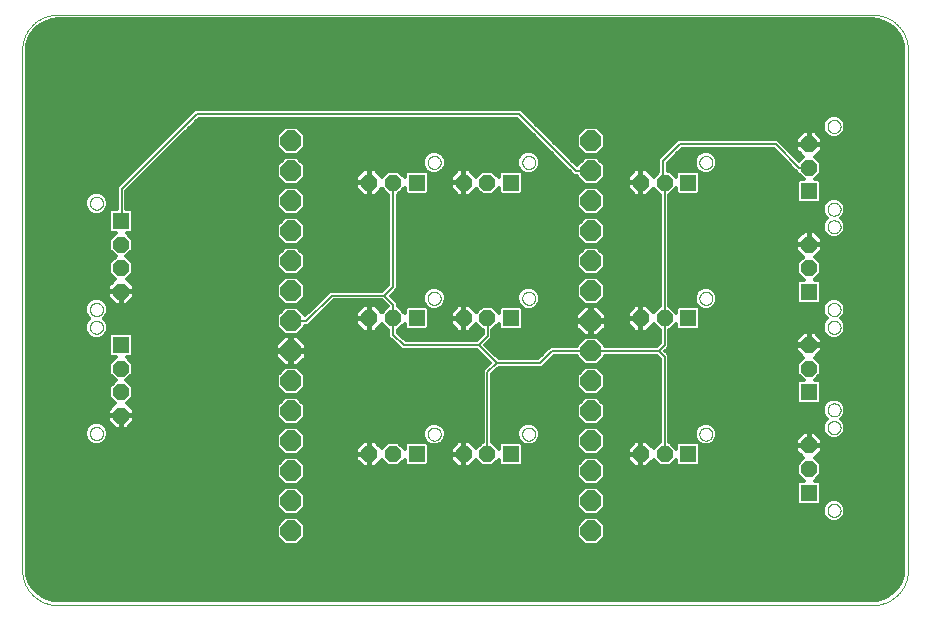
<source format=gtl>
G75*
%MOIN*%
%OFA0B0*%
%FSLAX25Y25*%
%IPPOS*%
%LPD*%
%AMOC8*
5,1,8,0,0,1.08239X$1,22.5*
%
%ADD10OC8,0.07000*%
%ADD11C,0.00000*%
%ADD12OC8,0.05600*%
%ADD13R,0.05600X0.05600*%
%ADD14C,0.00800*%
%ADD15C,0.01200*%
D10*
X0096600Y0029100D03*
X0096600Y0039100D03*
X0096600Y0049100D03*
X0096600Y0059100D03*
X0096600Y0069100D03*
X0096600Y0079100D03*
X0096600Y0089100D03*
X0096600Y0099100D03*
X0096600Y0109100D03*
X0096600Y0119100D03*
X0096600Y0129100D03*
X0096600Y0139100D03*
X0096600Y0149100D03*
X0096600Y0159100D03*
X0196600Y0159100D03*
X0196600Y0149100D03*
X0196600Y0139100D03*
X0196600Y0129100D03*
X0196600Y0119100D03*
X0196600Y0109100D03*
X0196600Y0099100D03*
X0196600Y0089100D03*
X0196600Y0079100D03*
X0196600Y0069100D03*
X0196600Y0059100D03*
X0196600Y0049100D03*
X0196600Y0039100D03*
X0196600Y0029100D03*
D11*
X0173648Y0061443D02*
X0173650Y0061536D01*
X0173656Y0061628D01*
X0173666Y0061720D01*
X0173680Y0061811D01*
X0173697Y0061902D01*
X0173719Y0061992D01*
X0173744Y0062081D01*
X0173773Y0062169D01*
X0173806Y0062255D01*
X0173843Y0062340D01*
X0173883Y0062424D01*
X0173927Y0062505D01*
X0173974Y0062585D01*
X0174024Y0062663D01*
X0174078Y0062738D01*
X0174135Y0062811D01*
X0174195Y0062881D01*
X0174258Y0062949D01*
X0174324Y0063014D01*
X0174392Y0063076D01*
X0174463Y0063136D01*
X0174537Y0063192D01*
X0174613Y0063245D01*
X0174691Y0063294D01*
X0174771Y0063341D01*
X0174853Y0063383D01*
X0174937Y0063423D01*
X0175022Y0063458D01*
X0175109Y0063490D01*
X0175197Y0063519D01*
X0175286Y0063543D01*
X0175376Y0063564D01*
X0175467Y0063580D01*
X0175559Y0063593D01*
X0175651Y0063602D01*
X0175744Y0063607D01*
X0175836Y0063608D01*
X0175929Y0063605D01*
X0176021Y0063598D01*
X0176113Y0063587D01*
X0176204Y0063572D01*
X0176295Y0063554D01*
X0176385Y0063531D01*
X0176473Y0063505D01*
X0176561Y0063475D01*
X0176647Y0063441D01*
X0176731Y0063404D01*
X0176814Y0063362D01*
X0176895Y0063318D01*
X0176975Y0063270D01*
X0177052Y0063219D01*
X0177126Y0063164D01*
X0177199Y0063106D01*
X0177269Y0063046D01*
X0177336Y0062982D01*
X0177400Y0062916D01*
X0177462Y0062846D01*
X0177520Y0062775D01*
X0177575Y0062701D01*
X0177627Y0062624D01*
X0177676Y0062545D01*
X0177722Y0062465D01*
X0177764Y0062382D01*
X0177802Y0062298D01*
X0177837Y0062212D01*
X0177868Y0062125D01*
X0177895Y0062037D01*
X0177918Y0061947D01*
X0177938Y0061857D01*
X0177954Y0061766D01*
X0177966Y0061674D01*
X0177974Y0061582D01*
X0177978Y0061489D01*
X0177978Y0061397D01*
X0177974Y0061304D01*
X0177966Y0061212D01*
X0177954Y0061120D01*
X0177938Y0061029D01*
X0177918Y0060939D01*
X0177895Y0060849D01*
X0177868Y0060761D01*
X0177837Y0060674D01*
X0177802Y0060588D01*
X0177764Y0060504D01*
X0177722Y0060421D01*
X0177676Y0060341D01*
X0177627Y0060262D01*
X0177575Y0060185D01*
X0177520Y0060111D01*
X0177462Y0060040D01*
X0177400Y0059970D01*
X0177336Y0059904D01*
X0177269Y0059840D01*
X0177199Y0059780D01*
X0177126Y0059722D01*
X0177052Y0059667D01*
X0176975Y0059616D01*
X0176896Y0059568D01*
X0176814Y0059524D01*
X0176731Y0059482D01*
X0176647Y0059445D01*
X0176561Y0059411D01*
X0176473Y0059381D01*
X0176385Y0059355D01*
X0176295Y0059332D01*
X0176204Y0059314D01*
X0176113Y0059299D01*
X0176021Y0059288D01*
X0175929Y0059281D01*
X0175836Y0059278D01*
X0175744Y0059279D01*
X0175651Y0059284D01*
X0175559Y0059293D01*
X0175467Y0059306D01*
X0175376Y0059322D01*
X0175286Y0059343D01*
X0175197Y0059367D01*
X0175109Y0059396D01*
X0175022Y0059428D01*
X0174937Y0059463D01*
X0174853Y0059503D01*
X0174771Y0059545D01*
X0174691Y0059592D01*
X0174613Y0059641D01*
X0174537Y0059694D01*
X0174463Y0059750D01*
X0174392Y0059810D01*
X0174324Y0059872D01*
X0174258Y0059937D01*
X0174195Y0060005D01*
X0174135Y0060075D01*
X0174078Y0060148D01*
X0174024Y0060223D01*
X0173974Y0060301D01*
X0173927Y0060381D01*
X0173883Y0060462D01*
X0173843Y0060546D01*
X0173806Y0060631D01*
X0173773Y0060717D01*
X0173744Y0060805D01*
X0173719Y0060894D01*
X0173697Y0060984D01*
X0173680Y0061075D01*
X0173666Y0061166D01*
X0173656Y0061258D01*
X0173650Y0061350D01*
X0173648Y0061443D01*
X0142152Y0061443D02*
X0142154Y0061536D01*
X0142160Y0061628D01*
X0142170Y0061720D01*
X0142184Y0061811D01*
X0142201Y0061902D01*
X0142223Y0061992D01*
X0142248Y0062081D01*
X0142277Y0062169D01*
X0142310Y0062255D01*
X0142347Y0062340D01*
X0142387Y0062424D01*
X0142431Y0062505D01*
X0142478Y0062585D01*
X0142528Y0062663D01*
X0142582Y0062738D01*
X0142639Y0062811D01*
X0142699Y0062881D01*
X0142762Y0062949D01*
X0142828Y0063014D01*
X0142896Y0063076D01*
X0142967Y0063136D01*
X0143041Y0063192D01*
X0143117Y0063245D01*
X0143195Y0063294D01*
X0143275Y0063341D01*
X0143357Y0063383D01*
X0143441Y0063423D01*
X0143526Y0063458D01*
X0143613Y0063490D01*
X0143701Y0063519D01*
X0143790Y0063543D01*
X0143880Y0063564D01*
X0143971Y0063580D01*
X0144063Y0063593D01*
X0144155Y0063602D01*
X0144248Y0063607D01*
X0144340Y0063608D01*
X0144433Y0063605D01*
X0144525Y0063598D01*
X0144617Y0063587D01*
X0144708Y0063572D01*
X0144799Y0063554D01*
X0144889Y0063531D01*
X0144977Y0063505D01*
X0145065Y0063475D01*
X0145151Y0063441D01*
X0145235Y0063404D01*
X0145318Y0063362D01*
X0145399Y0063318D01*
X0145479Y0063270D01*
X0145556Y0063219D01*
X0145630Y0063164D01*
X0145703Y0063106D01*
X0145773Y0063046D01*
X0145840Y0062982D01*
X0145904Y0062916D01*
X0145966Y0062846D01*
X0146024Y0062775D01*
X0146079Y0062701D01*
X0146131Y0062624D01*
X0146180Y0062545D01*
X0146226Y0062465D01*
X0146268Y0062382D01*
X0146306Y0062298D01*
X0146341Y0062212D01*
X0146372Y0062125D01*
X0146399Y0062037D01*
X0146422Y0061947D01*
X0146442Y0061857D01*
X0146458Y0061766D01*
X0146470Y0061674D01*
X0146478Y0061582D01*
X0146482Y0061489D01*
X0146482Y0061397D01*
X0146478Y0061304D01*
X0146470Y0061212D01*
X0146458Y0061120D01*
X0146442Y0061029D01*
X0146422Y0060939D01*
X0146399Y0060849D01*
X0146372Y0060761D01*
X0146341Y0060674D01*
X0146306Y0060588D01*
X0146268Y0060504D01*
X0146226Y0060421D01*
X0146180Y0060341D01*
X0146131Y0060262D01*
X0146079Y0060185D01*
X0146024Y0060111D01*
X0145966Y0060040D01*
X0145904Y0059970D01*
X0145840Y0059904D01*
X0145773Y0059840D01*
X0145703Y0059780D01*
X0145630Y0059722D01*
X0145556Y0059667D01*
X0145479Y0059616D01*
X0145400Y0059568D01*
X0145318Y0059524D01*
X0145235Y0059482D01*
X0145151Y0059445D01*
X0145065Y0059411D01*
X0144977Y0059381D01*
X0144889Y0059355D01*
X0144799Y0059332D01*
X0144708Y0059314D01*
X0144617Y0059299D01*
X0144525Y0059288D01*
X0144433Y0059281D01*
X0144340Y0059278D01*
X0144248Y0059279D01*
X0144155Y0059284D01*
X0144063Y0059293D01*
X0143971Y0059306D01*
X0143880Y0059322D01*
X0143790Y0059343D01*
X0143701Y0059367D01*
X0143613Y0059396D01*
X0143526Y0059428D01*
X0143441Y0059463D01*
X0143357Y0059503D01*
X0143275Y0059545D01*
X0143195Y0059592D01*
X0143117Y0059641D01*
X0143041Y0059694D01*
X0142967Y0059750D01*
X0142896Y0059810D01*
X0142828Y0059872D01*
X0142762Y0059937D01*
X0142699Y0060005D01*
X0142639Y0060075D01*
X0142582Y0060148D01*
X0142528Y0060223D01*
X0142478Y0060301D01*
X0142431Y0060381D01*
X0142387Y0060462D01*
X0142347Y0060546D01*
X0142310Y0060631D01*
X0142277Y0060717D01*
X0142248Y0060805D01*
X0142223Y0060894D01*
X0142201Y0060984D01*
X0142184Y0061075D01*
X0142170Y0061166D01*
X0142160Y0061258D01*
X0142154Y0061350D01*
X0142152Y0061443D01*
X0142152Y0106718D02*
X0142154Y0106811D01*
X0142160Y0106903D01*
X0142170Y0106995D01*
X0142184Y0107086D01*
X0142201Y0107177D01*
X0142223Y0107267D01*
X0142248Y0107356D01*
X0142277Y0107444D01*
X0142310Y0107530D01*
X0142347Y0107615D01*
X0142387Y0107699D01*
X0142431Y0107780D01*
X0142478Y0107860D01*
X0142528Y0107938D01*
X0142582Y0108013D01*
X0142639Y0108086D01*
X0142699Y0108156D01*
X0142762Y0108224D01*
X0142828Y0108289D01*
X0142896Y0108351D01*
X0142967Y0108411D01*
X0143041Y0108467D01*
X0143117Y0108520D01*
X0143195Y0108569D01*
X0143275Y0108616D01*
X0143357Y0108658D01*
X0143441Y0108698D01*
X0143526Y0108733D01*
X0143613Y0108765D01*
X0143701Y0108794D01*
X0143790Y0108818D01*
X0143880Y0108839D01*
X0143971Y0108855D01*
X0144063Y0108868D01*
X0144155Y0108877D01*
X0144248Y0108882D01*
X0144340Y0108883D01*
X0144433Y0108880D01*
X0144525Y0108873D01*
X0144617Y0108862D01*
X0144708Y0108847D01*
X0144799Y0108829D01*
X0144889Y0108806D01*
X0144977Y0108780D01*
X0145065Y0108750D01*
X0145151Y0108716D01*
X0145235Y0108679D01*
X0145318Y0108637D01*
X0145399Y0108593D01*
X0145479Y0108545D01*
X0145556Y0108494D01*
X0145630Y0108439D01*
X0145703Y0108381D01*
X0145773Y0108321D01*
X0145840Y0108257D01*
X0145904Y0108191D01*
X0145966Y0108121D01*
X0146024Y0108050D01*
X0146079Y0107976D01*
X0146131Y0107899D01*
X0146180Y0107820D01*
X0146226Y0107740D01*
X0146268Y0107657D01*
X0146306Y0107573D01*
X0146341Y0107487D01*
X0146372Y0107400D01*
X0146399Y0107312D01*
X0146422Y0107222D01*
X0146442Y0107132D01*
X0146458Y0107041D01*
X0146470Y0106949D01*
X0146478Y0106857D01*
X0146482Y0106764D01*
X0146482Y0106672D01*
X0146478Y0106579D01*
X0146470Y0106487D01*
X0146458Y0106395D01*
X0146442Y0106304D01*
X0146422Y0106214D01*
X0146399Y0106124D01*
X0146372Y0106036D01*
X0146341Y0105949D01*
X0146306Y0105863D01*
X0146268Y0105779D01*
X0146226Y0105696D01*
X0146180Y0105616D01*
X0146131Y0105537D01*
X0146079Y0105460D01*
X0146024Y0105386D01*
X0145966Y0105315D01*
X0145904Y0105245D01*
X0145840Y0105179D01*
X0145773Y0105115D01*
X0145703Y0105055D01*
X0145630Y0104997D01*
X0145556Y0104942D01*
X0145479Y0104891D01*
X0145400Y0104843D01*
X0145318Y0104799D01*
X0145235Y0104757D01*
X0145151Y0104720D01*
X0145065Y0104686D01*
X0144977Y0104656D01*
X0144889Y0104630D01*
X0144799Y0104607D01*
X0144708Y0104589D01*
X0144617Y0104574D01*
X0144525Y0104563D01*
X0144433Y0104556D01*
X0144340Y0104553D01*
X0144248Y0104554D01*
X0144155Y0104559D01*
X0144063Y0104568D01*
X0143971Y0104581D01*
X0143880Y0104597D01*
X0143790Y0104618D01*
X0143701Y0104642D01*
X0143613Y0104671D01*
X0143526Y0104703D01*
X0143441Y0104738D01*
X0143357Y0104778D01*
X0143275Y0104820D01*
X0143195Y0104867D01*
X0143117Y0104916D01*
X0143041Y0104969D01*
X0142967Y0105025D01*
X0142896Y0105085D01*
X0142828Y0105147D01*
X0142762Y0105212D01*
X0142699Y0105280D01*
X0142639Y0105350D01*
X0142582Y0105423D01*
X0142528Y0105498D01*
X0142478Y0105576D01*
X0142431Y0105656D01*
X0142387Y0105737D01*
X0142347Y0105821D01*
X0142310Y0105906D01*
X0142277Y0105992D01*
X0142248Y0106080D01*
X0142223Y0106169D01*
X0142201Y0106259D01*
X0142184Y0106350D01*
X0142170Y0106441D01*
X0142160Y0106533D01*
X0142154Y0106625D01*
X0142152Y0106718D01*
X0173648Y0106718D02*
X0173650Y0106811D01*
X0173656Y0106903D01*
X0173666Y0106995D01*
X0173680Y0107086D01*
X0173697Y0107177D01*
X0173719Y0107267D01*
X0173744Y0107356D01*
X0173773Y0107444D01*
X0173806Y0107530D01*
X0173843Y0107615D01*
X0173883Y0107699D01*
X0173927Y0107780D01*
X0173974Y0107860D01*
X0174024Y0107938D01*
X0174078Y0108013D01*
X0174135Y0108086D01*
X0174195Y0108156D01*
X0174258Y0108224D01*
X0174324Y0108289D01*
X0174392Y0108351D01*
X0174463Y0108411D01*
X0174537Y0108467D01*
X0174613Y0108520D01*
X0174691Y0108569D01*
X0174771Y0108616D01*
X0174853Y0108658D01*
X0174937Y0108698D01*
X0175022Y0108733D01*
X0175109Y0108765D01*
X0175197Y0108794D01*
X0175286Y0108818D01*
X0175376Y0108839D01*
X0175467Y0108855D01*
X0175559Y0108868D01*
X0175651Y0108877D01*
X0175744Y0108882D01*
X0175836Y0108883D01*
X0175929Y0108880D01*
X0176021Y0108873D01*
X0176113Y0108862D01*
X0176204Y0108847D01*
X0176295Y0108829D01*
X0176385Y0108806D01*
X0176473Y0108780D01*
X0176561Y0108750D01*
X0176647Y0108716D01*
X0176731Y0108679D01*
X0176814Y0108637D01*
X0176895Y0108593D01*
X0176975Y0108545D01*
X0177052Y0108494D01*
X0177126Y0108439D01*
X0177199Y0108381D01*
X0177269Y0108321D01*
X0177336Y0108257D01*
X0177400Y0108191D01*
X0177462Y0108121D01*
X0177520Y0108050D01*
X0177575Y0107976D01*
X0177627Y0107899D01*
X0177676Y0107820D01*
X0177722Y0107740D01*
X0177764Y0107657D01*
X0177802Y0107573D01*
X0177837Y0107487D01*
X0177868Y0107400D01*
X0177895Y0107312D01*
X0177918Y0107222D01*
X0177938Y0107132D01*
X0177954Y0107041D01*
X0177966Y0106949D01*
X0177974Y0106857D01*
X0177978Y0106764D01*
X0177978Y0106672D01*
X0177974Y0106579D01*
X0177966Y0106487D01*
X0177954Y0106395D01*
X0177938Y0106304D01*
X0177918Y0106214D01*
X0177895Y0106124D01*
X0177868Y0106036D01*
X0177837Y0105949D01*
X0177802Y0105863D01*
X0177764Y0105779D01*
X0177722Y0105696D01*
X0177676Y0105616D01*
X0177627Y0105537D01*
X0177575Y0105460D01*
X0177520Y0105386D01*
X0177462Y0105315D01*
X0177400Y0105245D01*
X0177336Y0105179D01*
X0177269Y0105115D01*
X0177199Y0105055D01*
X0177126Y0104997D01*
X0177052Y0104942D01*
X0176975Y0104891D01*
X0176896Y0104843D01*
X0176814Y0104799D01*
X0176731Y0104757D01*
X0176647Y0104720D01*
X0176561Y0104686D01*
X0176473Y0104656D01*
X0176385Y0104630D01*
X0176295Y0104607D01*
X0176204Y0104589D01*
X0176113Y0104574D01*
X0176021Y0104563D01*
X0175929Y0104556D01*
X0175836Y0104553D01*
X0175744Y0104554D01*
X0175651Y0104559D01*
X0175559Y0104568D01*
X0175467Y0104581D01*
X0175376Y0104597D01*
X0175286Y0104618D01*
X0175197Y0104642D01*
X0175109Y0104671D01*
X0175022Y0104703D01*
X0174937Y0104738D01*
X0174853Y0104778D01*
X0174771Y0104820D01*
X0174691Y0104867D01*
X0174613Y0104916D01*
X0174537Y0104969D01*
X0174463Y0105025D01*
X0174392Y0105085D01*
X0174324Y0105147D01*
X0174258Y0105212D01*
X0174195Y0105280D01*
X0174135Y0105350D01*
X0174078Y0105423D01*
X0174024Y0105498D01*
X0173974Y0105576D01*
X0173927Y0105656D01*
X0173883Y0105737D01*
X0173843Y0105821D01*
X0173806Y0105906D01*
X0173773Y0105992D01*
X0173744Y0106080D01*
X0173719Y0106169D01*
X0173697Y0106259D01*
X0173680Y0106350D01*
X0173666Y0106441D01*
X0173656Y0106533D01*
X0173650Y0106625D01*
X0173648Y0106718D01*
X0232703Y0106718D02*
X0232705Y0106811D01*
X0232711Y0106903D01*
X0232721Y0106995D01*
X0232735Y0107086D01*
X0232752Y0107177D01*
X0232774Y0107267D01*
X0232799Y0107356D01*
X0232828Y0107444D01*
X0232861Y0107530D01*
X0232898Y0107615D01*
X0232938Y0107699D01*
X0232982Y0107780D01*
X0233029Y0107860D01*
X0233079Y0107938D01*
X0233133Y0108013D01*
X0233190Y0108086D01*
X0233250Y0108156D01*
X0233313Y0108224D01*
X0233379Y0108289D01*
X0233447Y0108351D01*
X0233518Y0108411D01*
X0233592Y0108467D01*
X0233668Y0108520D01*
X0233746Y0108569D01*
X0233826Y0108616D01*
X0233908Y0108658D01*
X0233992Y0108698D01*
X0234077Y0108733D01*
X0234164Y0108765D01*
X0234252Y0108794D01*
X0234341Y0108818D01*
X0234431Y0108839D01*
X0234522Y0108855D01*
X0234614Y0108868D01*
X0234706Y0108877D01*
X0234799Y0108882D01*
X0234891Y0108883D01*
X0234984Y0108880D01*
X0235076Y0108873D01*
X0235168Y0108862D01*
X0235259Y0108847D01*
X0235350Y0108829D01*
X0235440Y0108806D01*
X0235528Y0108780D01*
X0235616Y0108750D01*
X0235702Y0108716D01*
X0235786Y0108679D01*
X0235869Y0108637D01*
X0235950Y0108593D01*
X0236030Y0108545D01*
X0236107Y0108494D01*
X0236181Y0108439D01*
X0236254Y0108381D01*
X0236324Y0108321D01*
X0236391Y0108257D01*
X0236455Y0108191D01*
X0236517Y0108121D01*
X0236575Y0108050D01*
X0236630Y0107976D01*
X0236682Y0107899D01*
X0236731Y0107820D01*
X0236777Y0107740D01*
X0236819Y0107657D01*
X0236857Y0107573D01*
X0236892Y0107487D01*
X0236923Y0107400D01*
X0236950Y0107312D01*
X0236973Y0107222D01*
X0236993Y0107132D01*
X0237009Y0107041D01*
X0237021Y0106949D01*
X0237029Y0106857D01*
X0237033Y0106764D01*
X0237033Y0106672D01*
X0237029Y0106579D01*
X0237021Y0106487D01*
X0237009Y0106395D01*
X0236993Y0106304D01*
X0236973Y0106214D01*
X0236950Y0106124D01*
X0236923Y0106036D01*
X0236892Y0105949D01*
X0236857Y0105863D01*
X0236819Y0105779D01*
X0236777Y0105696D01*
X0236731Y0105616D01*
X0236682Y0105537D01*
X0236630Y0105460D01*
X0236575Y0105386D01*
X0236517Y0105315D01*
X0236455Y0105245D01*
X0236391Y0105179D01*
X0236324Y0105115D01*
X0236254Y0105055D01*
X0236181Y0104997D01*
X0236107Y0104942D01*
X0236030Y0104891D01*
X0235951Y0104843D01*
X0235869Y0104799D01*
X0235786Y0104757D01*
X0235702Y0104720D01*
X0235616Y0104686D01*
X0235528Y0104656D01*
X0235440Y0104630D01*
X0235350Y0104607D01*
X0235259Y0104589D01*
X0235168Y0104574D01*
X0235076Y0104563D01*
X0234984Y0104556D01*
X0234891Y0104553D01*
X0234799Y0104554D01*
X0234706Y0104559D01*
X0234614Y0104568D01*
X0234522Y0104581D01*
X0234431Y0104597D01*
X0234341Y0104618D01*
X0234252Y0104642D01*
X0234164Y0104671D01*
X0234077Y0104703D01*
X0233992Y0104738D01*
X0233908Y0104778D01*
X0233826Y0104820D01*
X0233746Y0104867D01*
X0233668Y0104916D01*
X0233592Y0104969D01*
X0233518Y0105025D01*
X0233447Y0105085D01*
X0233379Y0105147D01*
X0233313Y0105212D01*
X0233250Y0105280D01*
X0233190Y0105350D01*
X0233133Y0105423D01*
X0233079Y0105498D01*
X0233029Y0105576D01*
X0232982Y0105656D01*
X0232938Y0105737D01*
X0232898Y0105821D01*
X0232861Y0105906D01*
X0232828Y0105992D01*
X0232799Y0106080D01*
X0232774Y0106169D01*
X0232752Y0106259D01*
X0232735Y0106350D01*
X0232721Y0106441D01*
X0232711Y0106533D01*
X0232705Y0106625D01*
X0232703Y0106718D01*
X0275419Y0102978D02*
X0275421Y0103071D01*
X0275427Y0103163D01*
X0275437Y0103255D01*
X0275451Y0103346D01*
X0275468Y0103437D01*
X0275490Y0103527D01*
X0275515Y0103616D01*
X0275544Y0103704D01*
X0275577Y0103790D01*
X0275614Y0103875D01*
X0275654Y0103959D01*
X0275698Y0104040D01*
X0275745Y0104120D01*
X0275795Y0104198D01*
X0275849Y0104273D01*
X0275906Y0104346D01*
X0275966Y0104416D01*
X0276029Y0104484D01*
X0276095Y0104549D01*
X0276163Y0104611D01*
X0276234Y0104671D01*
X0276308Y0104727D01*
X0276384Y0104780D01*
X0276462Y0104829D01*
X0276542Y0104876D01*
X0276624Y0104918D01*
X0276708Y0104958D01*
X0276793Y0104993D01*
X0276880Y0105025D01*
X0276968Y0105054D01*
X0277057Y0105078D01*
X0277147Y0105099D01*
X0277238Y0105115D01*
X0277330Y0105128D01*
X0277422Y0105137D01*
X0277515Y0105142D01*
X0277607Y0105143D01*
X0277700Y0105140D01*
X0277792Y0105133D01*
X0277884Y0105122D01*
X0277975Y0105107D01*
X0278066Y0105089D01*
X0278156Y0105066D01*
X0278244Y0105040D01*
X0278332Y0105010D01*
X0278418Y0104976D01*
X0278502Y0104939D01*
X0278585Y0104897D01*
X0278666Y0104853D01*
X0278746Y0104805D01*
X0278823Y0104754D01*
X0278897Y0104699D01*
X0278970Y0104641D01*
X0279040Y0104581D01*
X0279107Y0104517D01*
X0279171Y0104451D01*
X0279233Y0104381D01*
X0279291Y0104310D01*
X0279346Y0104236D01*
X0279398Y0104159D01*
X0279447Y0104080D01*
X0279493Y0104000D01*
X0279535Y0103917D01*
X0279573Y0103833D01*
X0279608Y0103747D01*
X0279639Y0103660D01*
X0279666Y0103572D01*
X0279689Y0103482D01*
X0279709Y0103392D01*
X0279725Y0103301D01*
X0279737Y0103209D01*
X0279745Y0103117D01*
X0279749Y0103024D01*
X0279749Y0102932D01*
X0279745Y0102839D01*
X0279737Y0102747D01*
X0279725Y0102655D01*
X0279709Y0102564D01*
X0279689Y0102474D01*
X0279666Y0102384D01*
X0279639Y0102296D01*
X0279608Y0102209D01*
X0279573Y0102123D01*
X0279535Y0102039D01*
X0279493Y0101956D01*
X0279447Y0101876D01*
X0279398Y0101797D01*
X0279346Y0101720D01*
X0279291Y0101646D01*
X0279233Y0101575D01*
X0279171Y0101505D01*
X0279107Y0101439D01*
X0279040Y0101375D01*
X0278970Y0101315D01*
X0278897Y0101257D01*
X0278823Y0101202D01*
X0278746Y0101151D01*
X0278667Y0101103D01*
X0278585Y0101059D01*
X0278502Y0101017D01*
X0278418Y0100980D01*
X0278332Y0100946D01*
X0278244Y0100916D01*
X0278156Y0100890D01*
X0278066Y0100867D01*
X0277975Y0100849D01*
X0277884Y0100834D01*
X0277792Y0100823D01*
X0277700Y0100816D01*
X0277607Y0100813D01*
X0277515Y0100814D01*
X0277422Y0100819D01*
X0277330Y0100828D01*
X0277238Y0100841D01*
X0277147Y0100857D01*
X0277057Y0100878D01*
X0276968Y0100902D01*
X0276880Y0100931D01*
X0276793Y0100963D01*
X0276708Y0100998D01*
X0276624Y0101038D01*
X0276542Y0101080D01*
X0276462Y0101127D01*
X0276384Y0101176D01*
X0276308Y0101229D01*
X0276234Y0101285D01*
X0276163Y0101345D01*
X0276095Y0101407D01*
X0276029Y0101472D01*
X0275966Y0101540D01*
X0275906Y0101610D01*
X0275849Y0101683D01*
X0275795Y0101758D01*
X0275745Y0101836D01*
X0275698Y0101916D01*
X0275654Y0101997D01*
X0275614Y0102081D01*
X0275577Y0102166D01*
X0275544Y0102252D01*
X0275515Y0102340D01*
X0275490Y0102429D01*
X0275468Y0102519D01*
X0275451Y0102610D01*
X0275437Y0102701D01*
X0275427Y0102793D01*
X0275421Y0102885D01*
X0275419Y0102978D01*
X0275419Y0097072D02*
X0275421Y0097165D01*
X0275427Y0097257D01*
X0275437Y0097349D01*
X0275451Y0097440D01*
X0275468Y0097531D01*
X0275490Y0097621D01*
X0275515Y0097710D01*
X0275544Y0097798D01*
X0275577Y0097884D01*
X0275614Y0097969D01*
X0275654Y0098053D01*
X0275698Y0098134D01*
X0275745Y0098214D01*
X0275795Y0098292D01*
X0275849Y0098367D01*
X0275906Y0098440D01*
X0275966Y0098510D01*
X0276029Y0098578D01*
X0276095Y0098643D01*
X0276163Y0098705D01*
X0276234Y0098765D01*
X0276308Y0098821D01*
X0276384Y0098874D01*
X0276462Y0098923D01*
X0276542Y0098970D01*
X0276624Y0099012D01*
X0276708Y0099052D01*
X0276793Y0099087D01*
X0276880Y0099119D01*
X0276968Y0099148D01*
X0277057Y0099172D01*
X0277147Y0099193D01*
X0277238Y0099209D01*
X0277330Y0099222D01*
X0277422Y0099231D01*
X0277515Y0099236D01*
X0277607Y0099237D01*
X0277700Y0099234D01*
X0277792Y0099227D01*
X0277884Y0099216D01*
X0277975Y0099201D01*
X0278066Y0099183D01*
X0278156Y0099160D01*
X0278244Y0099134D01*
X0278332Y0099104D01*
X0278418Y0099070D01*
X0278502Y0099033D01*
X0278585Y0098991D01*
X0278666Y0098947D01*
X0278746Y0098899D01*
X0278823Y0098848D01*
X0278897Y0098793D01*
X0278970Y0098735D01*
X0279040Y0098675D01*
X0279107Y0098611D01*
X0279171Y0098545D01*
X0279233Y0098475D01*
X0279291Y0098404D01*
X0279346Y0098330D01*
X0279398Y0098253D01*
X0279447Y0098174D01*
X0279493Y0098094D01*
X0279535Y0098011D01*
X0279573Y0097927D01*
X0279608Y0097841D01*
X0279639Y0097754D01*
X0279666Y0097666D01*
X0279689Y0097576D01*
X0279709Y0097486D01*
X0279725Y0097395D01*
X0279737Y0097303D01*
X0279745Y0097211D01*
X0279749Y0097118D01*
X0279749Y0097026D01*
X0279745Y0096933D01*
X0279737Y0096841D01*
X0279725Y0096749D01*
X0279709Y0096658D01*
X0279689Y0096568D01*
X0279666Y0096478D01*
X0279639Y0096390D01*
X0279608Y0096303D01*
X0279573Y0096217D01*
X0279535Y0096133D01*
X0279493Y0096050D01*
X0279447Y0095970D01*
X0279398Y0095891D01*
X0279346Y0095814D01*
X0279291Y0095740D01*
X0279233Y0095669D01*
X0279171Y0095599D01*
X0279107Y0095533D01*
X0279040Y0095469D01*
X0278970Y0095409D01*
X0278897Y0095351D01*
X0278823Y0095296D01*
X0278746Y0095245D01*
X0278667Y0095197D01*
X0278585Y0095153D01*
X0278502Y0095111D01*
X0278418Y0095074D01*
X0278332Y0095040D01*
X0278244Y0095010D01*
X0278156Y0094984D01*
X0278066Y0094961D01*
X0277975Y0094943D01*
X0277884Y0094928D01*
X0277792Y0094917D01*
X0277700Y0094910D01*
X0277607Y0094907D01*
X0277515Y0094908D01*
X0277422Y0094913D01*
X0277330Y0094922D01*
X0277238Y0094935D01*
X0277147Y0094951D01*
X0277057Y0094972D01*
X0276968Y0094996D01*
X0276880Y0095025D01*
X0276793Y0095057D01*
X0276708Y0095092D01*
X0276624Y0095132D01*
X0276542Y0095174D01*
X0276462Y0095221D01*
X0276384Y0095270D01*
X0276308Y0095323D01*
X0276234Y0095379D01*
X0276163Y0095439D01*
X0276095Y0095501D01*
X0276029Y0095566D01*
X0275966Y0095634D01*
X0275906Y0095704D01*
X0275849Y0095777D01*
X0275795Y0095852D01*
X0275745Y0095930D01*
X0275698Y0096010D01*
X0275654Y0096091D01*
X0275614Y0096175D01*
X0275577Y0096260D01*
X0275544Y0096346D01*
X0275515Y0096434D01*
X0275490Y0096523D01*
X0275468Y0096613D01*
X0275451Y0096704D01*
X0275437Y0096795D01*
X0275427Y0096887D01*
X0275421Y0096979D01*
X0275419Y0097072D01*
X0275419Y0069513D02*
X0275421Y0069606D01*
X0275427Y0069698D01*
X0275437Y0069790D01*
X0275451Y0069881D01*
X0275468Y0069972D01*
X0275490Y0070062D01*
X0275515Y0070151D01*
X0275544Y0070239D01*
X0275577Y0070325D01*
X0275614Y0070410D01*
X0275654Y0070494D01*
X0275698Y0070575D01*
X0275745Y0070655D01*
X0275795Y0070733D01*
X0275849Y0070808D01*
X0275906Y0070881D01*
X0275966Y0070951D01*
X0276029Y0071019D01*
X0276095Y0071084D01*
X0276163Y0071146D01*
X0276234Y0071206D01*
X0276308Y0071262D01*
X0276384Y0071315D01*
X0276462Y0071364D01*
X0276542Y0071411D01*
X0276624Y0071453D01*
X0276708Y0071493D01*
X0276793Y0071528D01*
X0276880Y0071560D01*
X0276968Y0071589D01*
X0277057Y0071613D01*
X0277147Y0071634D01*
X0277238Y0071650D01*
X0277330Y0071663D01*
X0277422Y0071672D01*
X0277515Y0071677D01*
X0277607Y0071678D01*
X0277700Y0071675D01*
X0277792Y0071668D01*
X0277884Y0071657D01*
X0277975Y0071642D01*
X0278066Y0071624D01*
X0278156Y0071601D01*
X0278244Y0071575D01*
X0278332Y0071545D01*
X0278418Y0071511D01*
X0278502Y0071474D01*
X0278585Y0071432D01*
X0278666Y0071388D01*
X0278746Y0071340D01*
X0278823Y0071289D01*
X0278897Y0071234D01*
X0278970Y0071176D01*
X0279040Y0071116D01*
X0279107Y0071052D01*
X0279171Y0070986D01*
X0279233Y0070916D01*
X0279291Y0070845D01*
X0279346Y0070771D01*
X0279398Y0070694D01*
X0279447Y0070615D01*
X0279493Y0070535D01*
X0279535Y0070452D01*
X0279573Y0070368D01*
X0279608Y0070282D01*
X0279639Y0070195D01*
X0279666Y0070107D01*
X0279689Y0070017D01*
X0279709Y0069927D01*
X0279725Y0069836D01*
X0279737Y0069744D01*
X0279745Y0069652D01*
X0279749Y0069559D01*
X0279749Y0069467D01*
X0279745Y0069374D01*
X0279737Y0069282D01*
X0279725Y0069190D01*
X0279709Y0069099D01*
X0279689Y0069009D01*
X0279666Y0068919D01*
X0279639Y0068831D01*
X0279608Y0068744D01*
X0279573Y0068658D01*
X0279535Y0068574D01*
X0279493Y0068491D01*
X0279447Y0068411D01*
X0279398Y0068332D01*
X0279346Y0068255D01*
X0279291Y0068181D01*
X0279233Y0068110D01*
X0279171Y0068040D01*
X0279107Y0067974D01*
X0279040Y0067910D01*
X0278970Y0067850D01*
X0278897Y0067792D01*
X0278823Y0067737D01*
X0278746Y0067686D01*
X0278667Y0067638D01*
X0278585Y0067594D01*
X0278502Y0067552D01*
X0278418Y0067515D01*
X0278332Y0067481D01*
X0278244Y0067451D01*
X0278156Y0067425D01*
X0278066Y0067402D01*
X0277975Y0067384D01*
X0277884Y0067369D01*
X0277792Y0067358D01*
X0277700Y0067351D01*
X0277607Y0067348D01*
X0277515Y0067349D01*
X0277422Y0067354D01*
X0277330Y0067363D01*
X0277238Y0067376D01*
X0277147Y0067392D01*
X0277057Y0067413D01*
X0276968Y0067437D01*
X0276880Y0067466D01*
X0276793Y0067498D01*
X0276708Y0067533D01*
X0276624Y0067573D01*
X0276542Y0067615D01*
X0276462Y0067662D01*
X0276384Y0067711D01*
X0276308Y0067764D01*
X0276234Y0067820D01*
X0276163Y0067880D01*
X0276095Y0067942D01*
X0276029Y0068007D01*
X0275966Y0068075D01*
X0275906Y0068145D01*
X0275849Y0068218D01*
X0275795Y0068293D01*
X0275745Y0068371D01*
X0275698Y0068451D01*
X0275654Y0068532D01*
X0275614Y0068616D01*
X0275577Y0068701D01*
X0275544Y0068787D01*
X0275515Y0068875D01*
X0275490Y0068964D01*
X0275468Y0069054D01*
X0275451Y0069145D01*
X0275437Y0069236D01*
X0275427Y0069328D01*
X0275421Y0069420D01*
X0275419Y0069513D01*
X0275419Y0063608D02*
X0275421Y0063701D01*
X0275427Y0063793D01*
X0275437Y0063885D01*
X0275451Y0063976D01*
X0275468Y0064067D01*
X0275490Y0064157D01*
X0275515Y0064246D01*
X0275544Y0064334D01*
X0275577Y0064420D01*
X0275614Y0064505D01*
X0275654Y0064589D01*
X0275698Y0064670D01*
X0275745Y0064750D01*
X0275795Y0064828D01*
X0275849Y0064903D01*
X0275906Y0064976D01*
X0275966Y0065046D01*
X0276029Y0065114D01*
X0276095Y0065179D01*
X0276163Y0065241D01*
X0276234Y0065301D01*
X0276308Y0065357D01*
X0276384Y0065410D01*
X0276462Y0065459D01*
X0276542Y0065506D01*
X0276624Y0065548D01*
X0276708Y0065588D01*
X0276793Y0065623D01*
X0276880Y0065655D01*
X0276968Y0065684D01*
X0277057Y0065708D01*
X0277147Y0065729D01*
X0277238Y0065745D01*
X0277330Y0065758D01*
X0277422Y0065767D01*
X0277515Y0065772D01*
X0277607Y0065773D01*
X0277700Y0065770D01*
X0277792Y0065763D01*
X0277884Y0065752D01*
X0277975Y0065737D01*
X0278066Y0065719D01*
X0278156Y0065696D01*
X0278244Y0065670D01*
X0278332Y0065640D01*
X0278418Y0065606D01*
X0278502Y0065569D01*
X0278585Y0065527D01*
X0278666Y0065483D01*
X0278746Y0065435D01*
X0278823Y0065384D01*
X0278897Y0065329D01*
X0278970Y0065271D01*
X0279040Y0065211D01*
X0279107Y0065147D01*
X0279171Y0065081D01*
X0279233Y0065011D01*
X0279291Y0064940D01*
X0279346Y0064866D01*
X0279398Y0064789D01*
X0279447Y0064710D01*
X0279493Y0064630D01*
X0279535Y0064547D01*
X0279573Y0064463D01*
X0279608Y0064377D01*
X0279639Y0064290D01*
X0279666Y0064202D01*
X0279689Y0064112D01*
X0279709Y0064022D01*
X0279725Y0063931D01*
X0279737Y0063839D01*
X0279745Y0063747D01*
X0279749Y0063654D01*
X0279749Y0063562D01*
X0279745Y0063469D01*
X0279737Y0063377D01*
X0279725Y0063285D01*
X0279709Y0063194D01*
X0279689Y0063104D01*
X0279666Y0063014D01*
X0279639Y0062926D01*
X0279608Y0062839D01*
X0279573Y0062753D01*
X0279535Y0062669D01*
X0279493Y0062586D01*
X0279447Y0062506D01*
X0279398Y0062427D01*
X0279346Y0062350D01*
X0279291Y0062276D01*
X0279233Y0062205D01*
X0279171Y0062135D01*
X0279107Y0062069D01*
X0279040Y0062005D01*
X0278970Y0061945D01*
X0278897Y0061887D01*
X0278823Y0061832D01*
X0278746Y0061781D01*
X0278667Y0061733D01*
X0278585Y0061689D01*
X0278502Y0061647D01*
X0278418Y0061610D01*
X0278332Y0061576D01*
X0278244Y0061546D01*
X0278156Y0061520D01*
X0278066Y0061497D01*
X0277975Y0061479D01*
X0277884Y0061464D01*
X0277792Y0061453D01*
X0277700Y0061446D01*
X0277607Y0061443D01*
X0277515Y0061444D01*
X0277422Y0061449D01*
X0277330Y0061458D01*
X0277238Y0061471D01*
X0277147Y0061487D01*
X0277057Y0061508D01*
X0276968Y0061532D01*
X0276880Y0061561D01*
X0276793Y0061593D01*
X0276708Y0061628D01*
X0276624Y0061668D01*
X0276542Y0061710D01*
X0276462Y0061757D01*
X0276384Y0061806D01*
X0276308Y0061859D01*
X0276234Y0061915D01*
X0276163Y0061975D01*
X0276095Y0062037D01*
X0276029Y0062102D01*
X0275966Y0062170D01*
X0275906Y0062240D01*
X0275849Y0062313D01*
X0275795Y0062388D01*
X0275745Y0062466D01*
X0275698Y0062546D01*
X0275654Y0062627D01*
X0275614Y0062711D01*
X0275577Y0062796D01*
X0275544Y0062882D01*
X0275515Y0062970D01*
X0275490Y0063059D01*
X0275468Y0063149D01*
X0275451Y0063240D01*
X0275437Y0063331D01*
X0275427Y0063423D01*
X0275421Y0063515D01*
X0275419Y0063608D01*
X0275419Y0036049D02*
X0275421Y0036142D01*
X0275427Y0036234D01*
X0275437Y0036326D01*
X0275451Y0036417D01*
X0275468Y0036508D01*
X0275490Y0036598D01*
X0275515Y0036687D01*
X0275544Y0036775D01*
X0275577Y0036861D01*
X0275614Y0036946D01*
X0275654Y0037030D01*
X0275698Y0037111D01*
X0275745Y0037191D01*
X0275795Y0037269D01*
X0275849Y0037344D01*
X0275906Y0037417D01*
X0275966Y0037487D01*
X0276029Y0037555D01*
X0276095Y0037620D01*
X0276163Y0037682D01*
X0276234Y0037742D01*
X0276308Y0037798D01*
X0276384Y0037851D01*
X0276462Y0037900D01*
X0276542Y0037947D01*
X0276624Y0037989D01*
X0276708Y0038029D01*
X0276793Y0038064D01*
X0276880Y0038096D01*
X0276968Y0038125D01*
X0277057Y0038149D01*
X0277147Y0038170D01*
X0277238Y0038186D01*
X0277330Y0038199D01*
X0277422Y0038208D01*
X0277515Y0038213D01*
X0277607Y0038214D01*
X0277700Y0038211D01*
X0277792Y0038204D01*
X0277884Y0038193D01*
X0277975Y0038178D01*
X0278066Y0038160D01*
X0278156Y0038137D01*
X0278244Y0038111D01*
X0278332Y0038081D01*
X0278418Y0038047D01*
X0278502Y0038010D01*
X0278585Y0037968D01*
X0278666Y0037924D01*
X0278746Y0037876D01*
X0278823Y0037825D01*
X0278897Y0037770D01*
X0278970Y0037712D01*
X0279040Y0037652D01*
X0279107Y0037588D01*
X0279171Y0037522D01*
X0279233Y0037452D01*
X0279291Y0037381D01*
X0279346Y0037307D01*
X0279398Y0037230D01*
X0279447Y0037151D01*
X0279493Y0037071D01*
X0279535Y0036988D01*
X0279573Y0036904D01*
X0279608Y0036818D01*
X0279639Y0036731D01*
X0279666Y0036643D01*
X0279689Y0036553D01*
X0279709Y0036463D01*
X0279725Y0036372D01*
X0279737Y0036280D01*
X0279745Y0036188D01*
X0279749Y0036095D01*
X0279749Y0036003D01*
X0279745Y0035910D01*
X0279737Y0035818D01*
X0279725Y0035726D01*
X0279709Y0035635D01*
X0279689Y0035545D01*
X0279666Y0035455D01*
X0279639Y0035367D01*
X0279608Y0035280D01*
X0279573Y0035194D01*
X0279535Y0035110D01*
X0279493Y0035027D01*
X0279447Y0034947D01*
X0279398Y0034868D01*
X0279346Y0034791D01*
X0279291Y0034717D01*
X0279233Y0034646D01*
X0279171Y0034576D01*
X0279107Y0034510D01*
X0279040Y0034446D01*
X0278970Y0034386D01*
X0278897Y0034328D01*
X0278823Y0034273D01*
X0278746Y0034222D01*
X0278667Y0034174D01*
X0278585Y0034130D01*
X0278502Y0034088D01*
X0278418Y0034051D01*
X0278332Y0034017D01*
X0278244Y0033987D01*
X0278156Y0033961D01*
X0278066Y0033938D01*
X0277975Y0033920D01*
X0277884Y0033905D01*
X0277792Y0033894D01*
X0277700Y0033887D01*
X0277607Y0033884D01*
X0277515Y0033885D01*
X0277422Y0033890D01*
X0277330Y0033899D01*
X0277238Y0033912D01*
X0277147Y0033928D01*
X0277057Y0033949D01*
X0276968Y0033973D01*
X0276880Y0034002D01*
X0276793Y0034034D01*
X0276708Y0034069D01*
X0276624Y0034109D01*
X0276542Y0034151D01*
X0276462Y0034198D01*
X0276384Y0034247D01*
X0276308Y0034300D01*
X0276234Y0034356D01*
X0276163Y0034416D01*
X0276095Y0034478D01*
X0276029Y0034543D01*
X0275966Y0034611D01*
X0275906Y0034681D01*
X0275849Y0034754D01*
X0275795Y0034829D01*
X0275745Y0034907D01*
X0275698Y0034987D01*
X0275654Y0035068D01*
X0275614Y0035152D01*
X0275577Y0035237D01*
X0275544Y0035323D01*
X0275515Y0035411D01*
X0275490Y0035500D01*
X0275468Y0035590D01*
X0275451Y0035681D01*
X0275437Y0035772D01*
X0275427Y0035864D01*
X0275421Y0035956D01*
X0275419Y0036049D01*
X0302230Y0016226D02*
X0302227Y0015941D01*
X0302216Y0015655D01*
X0302199Y0015370D01*
X0302175Y0015086D01*
X0302144Y0014802D01*
X0302106Y0014519D01*
X0302061Y0014238D01*
X0302010Y0013957D01*
X0301952Y0013677D01*
X0301887Y0013399D01*
X0301815Y0013123D01*
X0301737Y0012849D01*
X0301652Y0012576D01*
X0301560Y0012306D01*
X0301462Y0012038D01*
X0301358Y0011772D01*
X0301247Y0011509D01*
X0301130Y0011249D01*
X0301007Y0010991D01*
X0300877Y0010737D01*
X0300741Y0010486D01*
X0300600Y0010238D01*
X0300452Y0009994D01*
X0300299Y0009753D01*
X0300139Y0009517D01*
X0299974Y0009284D01*
X0299804Y0009055D01*
X0299628Y0008830D01*
X0299446Y0008610D01*
X0299260Y0008394D01*
X0299068Y0008183D01*
X0298871Y0007976D01*
X0298669Y0007774D01*
X0298462Y0007577D01*
X0298251Y0007385D01*
X0298035Y0007199D01*
X0297815Y0007017D01*
X0297590Y0006841D01*
X0297361Y0006671D01*
X0297128Y0006506D01*
X0296892Y0006346D01*
X0296651Y0006193D01*
X0296407Y0006045D01*
X0296159Y0005904D01*
X0295908Y0005768D01*
X0295654Y0005638D01*
X0295396Y0005515D01*
X0295136Y0005398D01*
X0294873Y0005287D01*
X0294607Y0005183D01*
X0294339Y0005085D01*
X0294069Y0004993D01*
X0293796Y0004908D01*
X0293522Y0004830D01*
X0293246Y0004758D01*
X0292968Y0004693D01*
X0292688Y0004635D01*
X0292407Y0004584D01*
X0292126Y0004539D01*
X0291843Y0004501D01*
X0291559Y0004470D01*
X0291275Y0004446D01*
X0290990Y0004429D01*
X0290704Y0004418D01*
X0290419Y0004415D01*
X0018765Y0004415D01*
X0018480Y0004418D01*
X0018194Y0004429D01*
X0017909Y0004446D01*
X0017625Y0004470D01*
X0017341Y0004501D01*
X0017058Y0004539D01*
X0016777Y0004584D01*
X0016496Y0004635D01*
X0016216Y0004693D01*
X0015938Y0004758D01*
X0015662Y0004830D01*
X0015388Y0004908D01*
X0015115Y0004993D01*
X0014845Y0005085D01*
X0014577Y0005183D01*
X0014311Y0005287D01*
X0014048Y0005398D01*
X0013788Y0005515D01*
X0013530Y0005638D01*
X0013276Y0005768D01*
X0013025Y0005904D01*
X0012777Y0006045D01*
X0012533Y0006193D01*
X0012292Y0006346D01*
X0012056Y0006506D01*
X0011823Y0006671D01*
X0011594Y0006841D01*
X0011369Y0007017D01*
X0011149Y0007199D01*
X0010933Y0007385D01*
X0010722Y0007577D01*
X0010515Y0007774D01*
X0010313Y0007976D01*
X0010116Y0008183D01*
X0009924Y0008394D01*
X0009738Y0008610D01*
X0009556Y0008830D01*
X0009380Y0009055D01*
X0009210Y0009284D01*
X0009045Y0009517D01*
X0008885Y0009753D01*
X0008732Y0009994D01*
X0008584Y0010238D01*
X0008443Y0010486D01*
X0008307Y0010737D01*
X0008177Y0010991D01*
X0008054Y0011249D01*
X0007937Y0011509D01*
X0007826Y0011772D01*
X0007722Y0012038D01*
X0007624Y0012306D01*
X0007532Y0012576D01*
X0007447Y0012849D01*
X0007369Y0013123D01*
X0007297Y0013399D01*
X0007232Y0013677D01*
X0007174Y0013957D01*
X0007123Y0014238D01*
X0007078Y0014519D01*
X0007040Y0014802D01*
X0007009Y0015086D01*
X0006985Y0015370D01*
X0006968Y0015655D01*
X0006957Y0015941D01*
X0006954Y0016226D01*
X0006954Y0189454D01*
X0006957Y0189739D01*
X0006968Y0190025D01*
X0006985Y0190310D01*
X0007009Y0190594D01*
X0007040Y0190878D01*
X0007078Y0191161D01*
X0007123Y0191442D01*
X0007174Y0191723D01*
X0007232Y0192003D01*
X0007297Y0192281D01*
X0007369Y0192557D01*
X0007447Y0192831D01*
X0007532Y0193104D01*
X0007624Y0193374D01*
X0007722Y0193642D01*
X0007826Y0193908D01*
X0007937Y0194171D01*
X0008054Y0194431D01*
X0008177Y0194689D01*
X0008307Y0194943D01*
X0008443Y0195194D01*
X0008584Y0195442D01*
X0008732Y0195686D01*
X0008885Y0195927D01*
X0009045Y0196163D01*
X0009210Y0196396D01*
X0009380Y0196625D01*
X0009556Y0196850D01*
X0009738Y0197070D01*
X0009924Y0197286D01*
X0010116Y0197497D01*
X0010313Y0197704D01*
X0010515Y0197906D01*
X0010722Y0198103D01*
X0010933Y0198295D01*
X0011149Y0198481D01*
X0011369Y0198663D01*
X0011594Y0198839D01*
X0011823Y0199009D01*
X0012056Y0199174D01*
X0012292Y0199334D01*
X0012533Y0199487D01*
X0012777Y0199635D01*
X0013025Y0199776D01*
X0013276Y0199912D01*
X0013530Y0200042D01*
X0013788Y0200165D01*
X0014048Y0200282D01*
X0014311Y0200393D01*
X0014577Y0200497D01*
X0014845Y0200595D01*
X0015115Y0200687D01*
X0015388Y0200772D01*
X0015662Y0200850D01*
X0015938Y0200922D01*
X0016216Y0200987D01*
X0016496Y0201045D01*
X0016777Y0201096D01*
X0017058Y0201141D01*
X0017341Y0201179D01*
X0017625Y0201210D01*
X0017909Y0201234D01*
X0018194Y0201251D01*
X0018480Y0201262D01*
X0018765Y0201265D01*
X0290419Y0201265D01*
X0290704Y0201262D01*
X0290990Y0201251D01*
X0291275Y0201234D01*
X0291559Y0201210D01*
X0291843Y0201179D01*
X0292126Y0201141D01*
X0292407Y0201096D01*
X0292688Y0201045D01*
X0292968Y0200987D01*
X0293246Y0200922D01*
X0293522Y0200850D01*
X0293796Y0200772D01*
X0294069Y0200687D01*
X0294339Y0200595D01*
X0294607Y0200497D01*
X0294873Y0200393D01*
X0295136Y0200282D01*
X0295396Y0200165D01*
X0295654Y0200042D01*
X0295908Y0199912D01*
X0296159Y0199776D01*
X0296407Y0199635D01*
X0296651Y0199487D01*
X0296892Y0199334D01*
X0297128Y0199174D01*
X0297361Y0199009D01*
X0297590Y0198839D01*
X0297815Y0198663D01*
X0298035Y0198481D01*
X0298251Y0198295D01*
X0298462Y0198103D01*
X0298669Y0197906D01*
X0298871Y0197704D01*
X0299068Y0197497D01*
X0299260Y0197286D01*
X0299446Y0197070D01*
X0299628Y0196850D01*
X0299804Y0196625D01*
X0299974Y0196396D01*
X0300139Y0196163D01*
X0300299Y0195927D01*
X0300452Y0195686D01*
X0300600Y0195442D01*
X0300741Y0195194D01*
X0300877Y0194943D01*
X0301007Y0194689D01*
X0301130Y0194431D01*
X0301247Y0194171D01*
X0301358Y0193908D01*
X0301462Y0193642D01*
X0301560Y0193374D01*
X0301652Y0193104D01*
X0301737Y0192831D01*
X0301815Y0192557D01*
X0301887Y0192281D01*
X0301952Y0192003D01*
X0302010Y0191723D01*
X0302061Y0191442D01*
X0302106Y0191161D01*
X0302144Y0190878D01*
X0302175Y0190594D01*
X0302199Y0190310D01*
X0302216Y0190025D01*
X0302227Y0189739D01*
X0302230Y0189454D01*
X0302230Y0016226D01*
X0232703Y0061443D02*
X0232705Y0061536D01*
X0232711Y0061628D01*
X0232721Y0061720D01*
X0232735Y0061811D01*
X0232752Y0061902D01*
X0232774Y0061992D01*
X0232799Y0062081D01*
X0232828Y0062169D01*
X0232861Y0062255D01*
X0232898Y0062340D01*
X0232938Y0062424D01*
X0232982Y0062505D01*
X0233029Y0062585D01*
X0233079Y0062663D01*
X0233133Y0062738D01*
X0233190Y0062811D01*
X0233250Y0062881D01*
X0233313Y0062949D01*
X0233379Y0063014D01*
X0233447Y0063076D01*
X0233518Y0063136D01*
X0233592Y0063192D01*
X0233668Y0063245D01*
X0233746Y0063294D01*
X0233826Y0063341D01*
X0233908Y0063383D01*
X0233992Y0063423D01*
X0234077Y0063458D01*
X0234164Y0063490D01*
X0234252Y0063519D01*
X0234341Y0063543D01*
X0234431Y0063564D01*
X0234522Y0063580D01*
X0234614Y0063593D01*
X0234706Y0063602D01*
X0234799Y0063607D01*
X0234891Y0063608D01*
X0234984Y0063605D01*
X0235076Y0063598D01*
X0235168Y0063587D01*
X0235259Y0063572D01*
X0235350Y0063554D01*
X0235440Y0063531D01*
X0235528Y0063505D01*
X0235616Y0063475D01*
X0235702Y0063441D01*
X0235786Y0063404D01*
X0235869Y0063362D01*
X0235950Y0063318D01*
X0236030Y0063270D01*
X0236107Y0063219D01*
X0236181Y0063164D01*
X0236254Y0063106D01*
X0236324Y0063046D01*
X0236391Y0062982D01*
X0236455Y0062916D01*
X0236517Y0062846D01*
X0236575Y0062775D01*
X0236630Y0062701D01*
X0236682Y0062624D01*
X0236731Y0062545D01*
X0236777Y0062465D01*
X0236819Y0062382D01*
X0236857Y0062298D01*
X0236892Y0062212D01*
X0236923Y0062125D01*
X0236950Y0062037D01*
X0236973Y0061947D01*
X0236993Y0061857D01*
X0237009Y0061766D01*
X0237021Y0061674D01*
X0237029Y0061582D01*
X0237033Y0061489D01*
X0237033Y0061397D01*
X0237029Y0061304D01*
X0237021Y0061212D01*
X0237009Y0061120D01*
X0236993Y0061029D01*
X0236973Y0060939D01*
X0236950Y0060849D01*
X0236923Y0060761D01*
X0236892Y0060674D01*
X0236857Y0060588D01*
X0236819Y0060504D01*
X0236777Y0060421D01*
X0236731Y0060341D01*
X0236682Y0060262D01*
X0236630Y0060185D01*
X0236575Y0060111D01*
X0236517Y0060040D01*
X0236455Y0059970D01*
X0236391Y0059904D01*
X0236324Y0059840D01*
X0236254Y0059780D01*
X0236181Y0059722D01*
X0236107Y0059667D01*
X0236030Y0059616D01*
X0235951Y0059568D01*
X0235869Y0059524D01*
X0235786Y0059482D01*
X0235702Y0059445D01*
X0235616Y0059411D01*
X0235528Y0059381D01*
X0235440Y0059355D01*
X0235350Y0059332D01*
X0235259Y0059314D01*
X0235168Y0059299D01*
X0235076Y0059288D01*
X0234984Y0059281D01*
X0234891Y0059278D01*
X0234799Y0059279D01*
X0234706Y0059284D01*
X0234614Y0059293D01*
X0234522Y0059306D01*
X0234431Y0059322D01*
X0234341Y0059343D01*
X0234252Y0059367D01*
X0234164Y0059396D01*
X0234077Y0059428D01*
X0233992Y0059463D01*
X0233908Y0059503D01*
X0233826Y0059545D01*
X0233746Y0059592D01*
X0233668Y0059641D01*
X0233592Y0059694D01*
X0233518Y0059750D01*
X0233447Y0059810D01*
X0233379Y0059872D01*
X0233313Y0059937D01*
X0233250Y0060005D01*
X0233190Y0060075D01*
X0233133Y0060148D01*
X0233079Y0060223D01*
X0233029Y0060301D01*
X0232982Y0060381D01*
X0232938Y0060462D01*
X0232898Y0060546D01*
X0232861Y0060631D01*
X0232828Y0060717D01*
X0232799Y0060805D01*
X0232774Y0060894D01*
X0232752Y0060984D01*
X0232735Y0061075D01*
X0232721Y0061166D01*
X0232711Y0061258D01*
X0232705Y0061350D01*
X0232703Y0061443D01*
X0275419Y0130537D02*
X0275421Y0130630D01*
X0275427Y0130722D01*
X0275437Y0130814D01*
X0275451Y0130905D01*
X0275468Y0130996D01*
X0275490Y0131086D01*
X0275515Y0131175D01*
X0275544Y0131263D01*
X0275577Y0131349D01*
X0275614Y0131434D01*
X0275654Y0131518D01*
X0275698Y0131599D01*
X0275745Y0131679D01*
X0275795Y0131757D01*
X0275849Y0131832D01*
X0275906Y0131905D01*
X0275966Y0131975D01*
X0276029Y0132043D01*
X0276095Y0132108D01*
X0276163Y0132170D01*
X0276234Y0132230D01*
X0276308Y0132286D01*
X0276384Y0132339D01*
X0276462Y0132388D01*
X0276542Y0132435D01*
X0276624Y0132477D01*
X0276708Y0132517D01*
X0276793Y0132552D01*
X0276880Y0132584D01*
X0276968Y0132613D01*
X0277057Y0132637D01*
X0277147Y0132658D01*
X0277238Y0132674D01*
X0277330Y0132687D01*
X0277422Y0132696D01*
X0277515Y0132701D01*
X0277607Y0132702D01*
X0277700Y0132699D01*
X0277792Y0132692D01*
X0277884Y0132681D01*
X0277975Y0132666D01*
X0278066Y0132648D01*
X0278156Y0132625D01*
X0278244Y0132599D01*
X0278332Y0132569D01*
X0278418Y0132535D01*
X0278502Y0132498D01*
X0278585Y0132456D01*
X0278666Y0132412D01*
X0278746Y0132364D01*
X0278823Y0132313D01*
X0278897Y0132258D01*
X0278970Y0132200D01*
X0279040Y0132140D01*
X0279107Y0132076D01*
X0279171Y0132010D01*
X0279233Y0131940D01*
X0279291Y0131869D01*
X0279346Y0131795D01*
X0279398Y0131718D01*
X0279447Y0131639D01*
X0279493Y0131559D01*
X0279535Y0131476D01*
X0279573Y0131392D01*
X0279608Y0131306D01*
X0279639Y0131219D01*
X0279666Y0131131D01*
X0279689Y0131041D01*
X0279709Y0130951D01*
X0279725Y0130860D01*
X0279737Y0130768D01*
X0279745Y0130676D01*
X0279749Y0130583D01*
X0279749Y0130491D01*
X0279745Y0130398D01*
X0279737Y0130306D01*
X0279725Y0130214D01*
X0279709Y0130123D01*
X0279689Y0130033D01*
X0279666Y0129943D01*
X0279639Y0129855D01*
X0279608Y0129768D01*
X0279573Y0129682D01*
X0279535Y0129598D01*
X0279493Y0129515D01*
X0279447Y0129435D01*
X0279398Y0129356D01*
X0279346Y0129279D01*
X0279291Y0129205D01*
X0279233Y0129134D01*
X0279171Y0129064D01*
X0279107Y0128998D01*
X0279040Y0128934D01*
X0278970Y0128874D01*
X0278897Y0128816D01*
X0278823Y0128761D01*
X0278746Y0128710D01*
X0278667Y0128662D01*
X0278585Y0128618D01*
X0278502Y0128576D01*
X0278418Y0128539D01*
X0278332Y0128505D01*
X0278244Y0128475D01*
X0278156Y0128449D01*
X0278066Y0128426D01*
X0277975Y0128408D01*
X0277884Y0128393D01*
X0277792Y0128382D01*
X0277700Y0128375D01*
X0277607Y0128372D01*
X0277515Y0128373D01*
X0277422Y0128378D01*
X0277330Y0128387D01*
X0277238Y0128400D01*
X0277147Y0128416D01*
X0277057Y0128437D01*
X0276968Y0128461D01*
X0276880Y0128490D01*
X0276793Y0128522D01*
X0276708Y0128557D01*
X0276624Y0128597D01*
X0276542Y0128639D01*
X0276462Y0128686D01*
X0276384Y0128735D01*
X0276308Y0128788D01*
X0276234Y0128844D01*
X0276163Y0128904D01*
X0276095Y0128966D01*
X0276029Y0129031D01*
X0275966Y0129099D01*
X0275906Y0129169D01*
X0275849Y0129242D01*
X0275795Y0129317D01*
X0275745Y0129395D01*
X0275698Y0129475D01*
X0275654Y0129556D01*
X0275614Y0129640D01*
X0275577Y0129725D01*
X0275544Y0129811D01*
X0275515Y0129899D01*
X0275490Y0129988D01*
X0275468Y0130078D01*
X0275451Y0130169D01*
X0275437Y0130260D01*
X0275427Y0130352D01*
X0275421Y0130444D01*
X0275419Y0130537D01*
X0275419Y0136443D02*
X0275421Y0136536D01*
X0275427Y0136628D01*
X0275437Y0136720D01*
X0275451Y0136811D01*
X0275468Y0136902D01*
X0275490Y0136992D01*
X0275515Y0137081D01*
X0275544Y0137169D01*
X0275577Y0137255D01*
X0275614Y0137340D01*
X0275654Y0137424D01*
X0275698Y0137505D01*
X0275745Y0137585D01*
X0275795Y0137663D01*
X0275849Y0137738D01*
X0275906Y0137811D01*
X0275966Y0137881D01*
X0276029Y0137949D01*
X0276095Y0138014D01*
X0276163Y0138076D01*
X0276234Y0138136D01*
X0276308Y0138192D01*
X0276384Y0138245D01*
X0276462Y0138294D01*
X0276542Y0138341D01*
X0276624Y0138383D01*
X0276708Y0138423D01*
X0276793Y0138458D01*
X0276880Y0138490D01*
X0276968Y0138519D01*
X0277057Y0138543D01*
X0277147Y0138564D01*
X0277238Y0138580D01*
X0277330Y0138593D01*
X0277422Y0138602D01*
X0277515Y0138607D01*
X0277607Y0138608D01*
X0277700Y0138605D01*
X0277792Y0138598D01*
X0277884Y0138587D01*
X0277975Y0138572D01*
X0278066Y0138554D01*
X0278156Y0138531D01*
X0278244Y0138505D01*
X0278332Y0138475D01*
X0278418Y0138441D01*
X0278502Y0138404D01*
X0278585Y0138362D01*
X0278666Y0138318D01*
X0278746Y0138270D01*
X0278823Y0138219D01*
X0278897Y0138164D01*
X0278970Y0138106D01*
X0279040Y0138046D01*
X0279107Y0137982D01*
X0279171Y0137916D01*
X0279233Y0137846D01*
X0279291Y0137775D01*
X0279346Y0137701D01*
X0279398Y0137624D01*
X0279447Y0137545D01*
X0279493Y0137465D01*
X0279535Y0137382D01*
X0279573Y0137298D01*
X0279608Y0137212D01*
X0279639Y0137125D01*
X0279666Y0137037D01*
X0279689Y0136947D01*
X0279709Y0136857D01*
X0279725Y0136766D01*
X0279737Y0136674D01*
X0279745Y0136582D01*
X0279749Y0136489D01*
X0279749Y0136397D01*
X0279745Y0136304D01*
X0279737Y0136212D01*
X0279725Y0136120D01*
X0279709Y0136029D01*
X0279689Y0135939D01*
X0279666Y0135849D01*
X0279639Y0135761D01*
X0279608Y0135674D01*
X0279573Y0135588D01*
X0279535Y0135504D01*
X0279493Y0135421D01*
X0279447Y0135341D01*
X0279398Y0135262D01*
X0279346Y0135185D01*
X0279291Y0135111D01*
X0279233Y0135040D01*
X0279171Y0134970D01*
X0279107Y0134904D01*
X0279040Y0134840D01*
X0278970Y0134780D01*
X0278897Y0134722D01*
X0278823Y0134667D01*
X0278746Y0134616D01*
X0278667Y0134568D01*
X0278585Y0134524D01*
X0278502Y0134482D01*
X0278418Y0134445D01*
X0278332Y0134411D01*
X0278244Y0134381D01*
X0278156Y0134355D01*
X0278066Y0134332D01*
X0277975Y0134314D01*
X0277884Y0134299D01*
X0277792Y0134288D01*
X0277700Y0134281D01*
X0277607Y0134278D01*
X0277515Y0134279D01*
X0277422Y0134284D01*
X0277330Y0134293D01*
X0277238Y0134306D01*
X0277147Y0134322D01*
X0277057Y0134343D01*
X0276968Y0134367D01*
X0276880Y0134396D01*
X0276793Y0134428D01*
X0276708Y0134463D01*
X0276624Y0134503D01*
X0276542Y0134545D01*
X0276462Y0134592D01*
X0276384Y0134641D01*
X0276308Y0134694D01*
X0276234Y0134750D01*
X0276163Y0134810D01*
X0276095Y0134872D01*
X0276029Y0134937D01*
X0275966Y0135005D01*
X0275906Y0135075D01*
X0275849Y0135148D01*
X0275795Y0135223D01*
X0275745Y0135301D01*
X0275698Y0135381D01*
X0275654Y0135462D01*
X0275614Y0135546D01*
X0275577Y0135631D01*
X0275544Y0135717D01*
X0275515Y0135805D01*
X0275490Y0135894D01*
X0275468Y0135984D01*
X0275451Y0136075D01*
X0275437Y0136166D01*
X0275427Y0136258D01*
X0275421Y0136350D01*
X0275419Y0136443D01*
X0275419Y0164002D02*
X0275421Y0164095D01*
X0275427Y0164187D01*
X0275437Y0164279D01*
X0275451Y0164370D01*
X0275468Y0164461D01*
X0275490Y0164551D01*
X0275515Y0164640D01*
X0275544Y0164728D01*
X0275577Y0164814D01*
X0275614Y0164899D01*
X0275654Y0164983D01*
X0275698Y0165064D01*
X0275745Y0165144D01*
X0275795Y0165222D01*
X0275849Y0165297D01*
X0275906Y0165370D01*
X0275966Y0165440D01*
X0276029Y0165508D01*
X0276095Y0165573D01*
X0276163Y0165635D01*
X0276234Y0165695D01*
X0276308Y0165751D01*
X0276384Y0165804D01*
X0276462Y0165853D01*
X0276542Y0165900D01*
X0276624Y0165942D01*
X0276708Y0165982D01*
X0276793Y0166017D01*
X0276880Y0166049D01*
X0276968Y0166078D01*
X0277057Y0166102D01*
X0277147Y0166123D01*
X0277238Y0166139D01*
X0277330Y0166152D01*
X0277422Y0166161D01*
X0277515Y0166166D01*
X0277607Y0166167D01*
X0277700Y0166164D01*
X0277792Y0166157D01*
X0277884Y0166146D01*
X0277975Y0166131D01*
X0278066Y0166113D01*
X0278156Y0166090D01*
X0278244Y0166064D01*
X0278332Y0166034D01*
X0278418Y0166000D01*
X0278502Y0165963D01*
X0278585Y0165921D01*
X0278666Y0165877D01*
X0278746Y0165829D01*
X0278823Y0165778D01*
X0278897Y0165723D01*
X0278970Y0165665D01*
X0279040Y0165605D01*
X0279107Y0165541D01*
X0279171Y0165475D01*
X0279233Y0165405D01*
X0279291Y0165334D01*
X0279346Y0165260D01*
X0279398Y0165183D01*
X0279447Y0165104D01*
X0279493Y0165024D01*
X0279535Y0164941D01*
X0279573Y0164857D01*
X0279608Y0164771D01*
X0279639Y0164684D01*
X0279666Y0164596D01*
X0279689Y0164506D01*
X0279709Y0164416D01*
X0279725Y0164325D01*
X0279737Y0164233D01*
X0279745Y0164141D01*
X0279749Y0164048D01*
X0279749Y0163956D01*
X0279745Y0163863D01*
X0279737Y0163771D01*
X0279725Y0163679D01*
X0279709Y0163588D01*
X0279689Y0163498D01*
X0279666Y0163408D01*
X0279639Y0163320D01*
X0279608Y0163233D01*
X0279573Y0163147D01*
X0279535Y0163063D01*
X0279493Y0162980D01*
X0279447Y0162900D01*
X0279398Y0162821D01*
X0279346Y0162744D01*
X0279291Y0162670D01*
X0279233Y0162599D01*
X0279171Y0162529D01*
X0279107Y0162463D01*
X0279040Y0162399D01*
X0278970Y0162339D01*
X0278897Y0162281D01*
X0278823Y0162226D01*
X0278746Y0162175D01*
X0278667Y0162127D01*
X0278585Y0162083D01*
X0278502Y0162041D01*
X0278418Y0162004D01*
X0278332Y0161970D01*
X0278244Y0161940D01*
X0278156Y0161914D01*
X0278066Y0161891D01*
X0277975Y0161873D01*
X0277884Y0161858D01*
X0277792Y0161847D01*
X0277700Y0161840D01*
X0277607Y0161837D01*
X0277515Y0161838D01*
X0277422Y0161843D01*
X0277330Y0161852D01*
X0277238Y0161865D01*
X0277147Y0161881D01*
X0277057Y0161902D01*
X0276968Y0161926D01*
X0276880Y0161955D01*
X0276793Y0161987D01*
X0276708Y0162022D01*
X0276624Y0162062D01*
X0276542Y0162104D01*
X0276462Y0162151D01*
X0276384Y0162200D01*
X0276308Y0162253D01*
X0276234Y0162309D01*
X0276163Y0162369D01*
X0276095Y0162431D01*
X0276029Y0162496D01*
X0275966Y0162564D01*
X0275906Y0162634D01*
X0275849Y0162707D01*
X0275795Y0162782D01*
X0275745Y0162860D01*
X0275698Y0162940D01*
X0275654Y0163021D01*
X0275614Y0163105D01*
X0275577Y0163190D01*
X0275544Y0163276D01*
X0275515Y0163364D01*
X0275490Y0163453D01*
X0275468Y0163543D01*
X0275451Y0163634D01*
X0275437Y0163725D01*
X0275427Y0163817D01*
X0275421Y0163909D01*
X0275419Y0164002D01*
X0232703Y0151994D02*
X0232705Y0152087D01*
X0232711Y0152179D01*
X0232721Y0152271D01*
X0232735Y0152362D01*
X0232752Y0152453D01*
X0232774Y0152543D01*
X0232799Y0152632D01*
X0232828Y0152720D01*
X0232861Y0152806D01*
X0232898Y0152891D01*
X0232938Y0152975D01*
X0232982Y0153056D01*
X0233029Y0153136D01*
X0233079Y0153214D01*
X0233133Y0153289D01*
X0233190Y0153362D01*
X0233250Y0153432D01*
X0233313Y0153500D01*
X0233379Y0153565D01*
X0233447Y0153627D01*
X0233518Y0153687D01*
X0233592Y0153743D01*
X0233668Y0153796D01*
X0233746Y0153845D01*
X0233826Y0153892D01*
X0233908Y0153934D01*
X0233992Y0153974D01*
X0234077Y0154009D01*
X0234164Y0154041D01*
X0234252Y0154070D01*
X0234341Y0154094D01*
X0234431Y0154115D01*
X0234522Y0154131D01*
X0234614Y0154144D01*
X0234706Y0154153D01*
X0234799Y0154158D01*
X0234891Y0154159D01*
X0234984Y0154156D01*
X0235076Y0154149D01*
X0235168Y0154138D01*
X0235259Y0154123D01*
X0235350Y0154105D01*
X0235440Y0154082D01*
X0235528Y0154056D01*
X0235616Y0154026D01*
X0235702Y0153992D01*
X0235786Y0153955D01*
X0235869Y0153913D01*
X0235950Y0153869D01*
X0236030Y0153821D01*
X0236107Y0153770D01*
X0236181Y0153715D01*
X0236254Y0153657D01*
X0236324Y0153597D01*
X0236391Y0153533D01*
X0236455Y0153467D01*
X0236517Y0153397D01*
X0236575Y0153326D01*
X0236630Y0153252D01*
X0236682Y0153175D01*
X0236731Y0153096D01*
X0236777Y0153016D01*
X0236819Y0152933D01*
X0236857Y0152849D01*
X0236892Y0152763D01*
X0236923Y0152676D01*
X0236950Y0152588D01*
X0236973Y0152498D01*
X0236993Y0152408D01*
X0237009Y0152317D01*
X0237021Y0152225D01*
X0237029Y0152133D01*
X0237033Y0152040D01*
X0237033Y0151948D01*
X0237029Y0151855D01*
X0237021Y0151763D01*
X0237009Y0151671D01*
X0236993Y0151580D01*
X0236973Y0151490D01*
X0236950Y0151400D01*
X0236923Y0151312D01*
X0236892Y0151225D01*
X0236857Y0151139D01*
X0236819Y0151055D01*
X0236777Y0150972D01*
X0236731Y0150892D01*
X0236682Y0150813D01*
X0236630Y0150736D01*
X0236575Y0150662D01*
X0236517Y0150591D01*
X0236455Y0150521D01*
X0236391Y0150455D01*
X0236324Y0150391D01*
X0236254Y0150331D01*
X0236181Y0150273D01*
X0236107Y0150218D01*
X0236030Y0150167D01*
X0235951Y0150119D01*
X0235869Y0150075D01*
X0235786Y0150033D01*
X0235702Y0149996D01*
X0235616Y0149962D01*
X0235528Y0149932D01*
X0235440Y0149906D01*
X0235350Y0149883D01*
X0235259Y0149865D01*
X0235168Y0149850D01*
X0235076Y0149839D01*
X0234984Y0149832D01*
X0234891Y0149829D01*
X0234799Y0149830D01*
X0234706Y0149835D01*
X0234614Y0149844D01*
X0234522Y0149857D01*
X0234431Y0149873D01*
X0234341Y0149894D01*
X0234252Y0149918D01*
X0234164Y0149947D01*
X0234077Y0149979D01*
X0233992Y0150014D01*
X0233908Y0150054D01*
X0233826Y0150096D01*
X0233746Y0150143D01*
X0233668Y0150192D01*
X0233592Y0150245D01*
X0233518Y0150301D01*
X0233447Y0150361D01*
X0233379Y0150423D01*
X0233313Y0150488D01*
X0233250Y0150556D01*
X0233190Y0150626D01*
X0233133Y0150699D01*
X0233079Y0150774D01*
X0233029Y0150852D01*
X0232982Y0150932D01*
X0232938Y0151013D01*
X0232898Y0151097D01*
X0232861Y0151182D01*
X0232828Y0151268D01*
X0232799Y0151356D01*
X0232774Y0151445D01*
X0232752Y0151535D01*
X0232735Y0151626D01*
X0232721Y0151717D01*
X0232711Y0151809D01*
X0232705Y0151901D01*
X0232703Y0151994D01*
X0173648Y0151994D02*
X0173650Y0152087D01*
X0173656Y0152179D01*
X0173666Y0152271D01*
X0173680Y0152362D01*
X0173697Y0152453D01*
X0173719Y0152543D01*
X0173744Y0152632D01*
X0173773Y0152720D01*
X0173806Y0152806D01*
X0173843Y0152891D01*
X0173883Y0152975D01*
X0173927Y0153056D01*
X0173974Y0153136D01*
X0174024Y0153214D01*
X0174078Y0153289D01*
X0174135Y0153362D01*
X0174195Y0153432D01*
X0174258Y0153500D01*
X0174324Y0153565D01*
X0174392Y0153627D01*
X0174463Y0153687D01*
X0174537Y0153743D01*
X0174613Y0153796D01*
X0174691Y0153845D01*
X0174771Y0153892D01*
X0174853Y0153934D01*
X0174937Y0153974D01*
X0175022Y0154009D01*
X0175109Y0154041D01*
X0175197Y0154070D01*
X0175286Y0154094D01*
X0175376Y0154115D01*
X0175467Y0154131D01*
X0175559Y0154144D01*
X0175651Y0154153D01*
X0175744Y0154158D01*
X0175836Y0154159D01*
X0175929Y0154156D01*
X0176021Y0154149D01*
X0176113Y0154138D01*
X0176204Y0154123D01*
X0176295Y0154105D01*
X0176385Y0154082D01*
X0176473Y0154056D01*
X0176561Y0154026D01*
X0176647Y0153992D01*
X0176731Y0153955D01*
X0176814Y0153913D01*
X0176895Y0153869D01*
X0176975Y0153821D01*
X0177052Y0153770D01*
X0177126Y0153715D01*
X0177199Y0153657D01*
X0177269Y0153597D01*
X0177336Y0153533D01*
X0177400Y0153467D01*
X0177462Y0153397D01*
X0177520Y0153326D01*
X0177575Y0153252D01*
X0177627Y0153175D01*
X0177676Y0153096D01*
X0177722Y0153016D01*
X0177764Y0152933D01*
X0177802Y0152849D01*
X0177837Y0152763D01*
X0177868Y0152676D01*
X0177895Y0152588D01*
X0177918Y0152498D01*
X0177938Y0152408D01*
X0177954Y0152317D01*
X0177966Y0152225D01*
X0177974Y0152133D01*
X0177978Y0152040D01*
X0177978Y0151948D01*
X0177974Y0151855D01*
X0177966Y0151763D01*
X0177954Y0151671D01*
X0177938Y0151580D01*
X0177918Y0151490D01*
X0177895Y0151400D01*
X0177868Y0151312D01*
X0177837Y0151225D01*
X0177802Y0151139D01*
X0177764Y0151055D01*
X0177722Y0150972D01*
X0177676Y0150892D01*
X0177627Y0150813D01*
X0177575Y0150736D01*
X0177520Y0150662D01*
X0177462Y0150591D01*
X0177400Y0150521D01*
X0177336Y0150455D01*
X0177269Y0150391D01*
X0177199Y0150331D01*
X0177126Y0150273D01*
X0177052Y0150218D01*
X0176975Y0150167D01*
X0176896Y0150119D01*
X0176814Y0150075D01*
X0176731Y0150033D01*
X0176647Y0149996D01*
X0176561Y0149962D01*
X0176473Y0149932D01*
X0176385Y0149906D01*
X0176295Y0149883D01*
X0176204Y0149865D01*
X0176113Y0149850D01*
X0176021Y0149839D01*
X0175929Y0149832D01*
X0175836Y0149829D01*
X0175744Y0149830D01*
X0175651Y0149835D01*
X0175559Y0149844D01*
X0175467Y0149857D01*
X0175376Y0149873D01*
X0175286Y0149894D01*
X0175197Y0149918D01*
X0175109Y0149947D01*
X0175022Y0149979D01*
X0174937Y0150014D01*
X0174853Y0150054D01*
X0174771Y0150096D01*
X0174691Y0150143D01*
X0174613Y0150192D01*
X0174537Y0150245D01*
X0174463Y0150301D01*
X0174392Y0150361D01*
X0174324Y0150423D01*
X0174258Y0150488D01*
X0174195Y0150556D01*
X0174135Y0150626D01*
X0174078Y0150699D01*
X0174024Y0150774D01*
X0173974Y0150852D01*
X0173927Y0150932D01*
X0173883Y0151013D01*
X0173843Y0151097D01*
X0173806Y0151182D01*
X0173773Y0151268D01*
X0173744Y0151356D01*
X0173719Y0151445D01*
X0173697Y0151535D01*
X0173680Y0151626D01*
X0173666Y0151717D01*
X0173656Y0151809D01*
X0173650Y0151901D01*
X0173648Y0151994D01*
X0142152Y0151994D02*
X0142154Y0152087D01*
X0142160Y0152179D01*
X0142170Y0152271D01*
X0142184Y0152362D01*
X0142201Y0152453D01*
X0142223Y0152543D01*
X0142248Y0152632D01*
X0142277Y0152720D01*
X0142310Y0152806D01*
X0142347Y0152891D01*
X0142387Y0152975D01*
X0142431Y0153056D01*
X0142478Y0153136D01*
X0142528Y0153214D01*
X0142582Y0153289D01*
X0142639Y0153362D01*
X0142699Y0153432D01*
X0142762Y0153500D01*
X0142828Y0153565D01*
X0142896Y0153627D01*
X0142967Y0153687D01*
X0143041Y0153743D01*
X0143117Y0153796D01*
X0143195Y0153845D01*
X0143275Y0153892D01*
X0143357Y0153934D01*
X0143441Y0153974D01*
X0143526Y0154009D01*
X0143613Y0154041D01*
X0143701Y0154070D01*
X0143790Y0154094D01*
X0143880Y0154115D01*
X0143971Y0154131D01*
X0144063Y0154144D01*
X0144155Y0154153D01*
X0144248Y0154158D01*
X0144340Y0154159D01*
X0144433Y0154156D01*
X0144525Y0154149D01*
X0144617Y0154138D01*
X0144708Y0154123D01*
X0144799Y0154105D01*
X0144889Y0154082D01*
X0144977Y0154056D01*
X0145065Y0154026D01*
X0145151Y0153992D01*
X0145235Y0153955D01*
X0145318Y0153913D01*
X0145399Y0153869D01*
X0145479Y0153821D01*
X0145556Y0153770D01*
X0145630Y0153715D01*
X0145703Y0153657D01*
X0145773Y0153597D01*
X0145840Y0153533D01*
X0145904Y0153467D01*
X0145966Y0153397D01*
X0146024Y0153326D01*
X0146079Y0153252D01*
X0146131Y0153175D01*
X0146180Y0153096D01*
X0146226Y0153016D01*
X0146268Y0152933D01*
X0146306Y0152849D01*
X0146341Y0152763D01*
X0146372Y0152676D01*
X0146399Y0152588D01*
X0146422Y0152498D01*
X0146442Y0152408D01*
X0146458Y0152317D01*
X0146470Y0152225D01*
X0146478Y0152133D01*
X0146482Y0152040D01*
X0146482Y0151948D01*
X0146478Y0151855D01*
X0146470Y0151763D01*
X0146458Y0151671D01*
X0146442Y0151580D01*
X0146422Y0151490D01*
X0146399Y0151400D01*
X0146372Y0151312D01*
X0146341Y0151225D01*
X0146306Y0151139D01*
X0146268Y0151055D01*
X0146226Y0150972D01*
X0146180Y0150892D01*
X0146131Y0150813D01*
X0146079Y0150736D01*
X0146024Y0150662D01*
X0145966Y0150591D01*
X0145904Y0150521D01*
X0145840Y0150455D01*
X0145773Y0150391D01*
X0145703Y0150331D01*
X0145630Y0150273D01*
X0145556Y0150218D01*
X0145479Y0150167D01*
X0145400Y0150119D01*
X0145318Y0150075D01*
X0145235Y0150033D01*
X0145151Y0149996D01*
X0145065Y0149962D01*
X0144977Y0149932D01*
X0144889Y0149906D01*
X0144799Y0149883D01*
X0144708Y0149865D01*
X0144617Y0149850D01*
X0144525Y0149839D01*
X0144433Y0149832D01*
X0144340Y0149829D01*
X0144248Y0149830D01*
X0144155Y0149835D01*
X0144063Y0149844D01*
X0143971Y0149857D01*
X0143880Y0149873D01*
X0143790Y0149894D01*
X0143701Y0149918D01*
X0143613Y0149947D01*
X0143526Y0149979D01*
X0143441Y0150014D01*
X0143357Y0150054D01*
X0143275Y0150096D01*
X0143195Y0150143D01*
X0143117Y0150192D01*
X0143041Y0150245D01*
X0142967Y0150301D01*
X0142896Y0150361D01*
X0142828Y0150423D01*
X0142762Y0150488D01*
X0142699Y0150556D01*
X0142639Y0150626D01*
X0142582Y0150699D01*
X0142528Y0150774D01*
X0142478Y0150852D01*
X0142431Y0150932D01*
X0142387Y0151013D01*
X0142347Y0151097D01*
X0142310Y0151182D01*
X0142277Y0151268D01*
X0142248Y0151356D01*
X0142223Y0151445D01*
X0142201Y0151535D01*
X0142184Y0151626D01*
X0142170Y0151717D01*
X0142160Y0151809D01*
X0142154Y0151901D01*
X0142152Y0151994D01*
X0029553Y0138411D02*
X0029555Y0138504D01*
X0029561Y0138596D01*
X0029571Y0138688D01*
X0029585Y0138779D01*
X0029602Y0138870D01*
X0029624Y0138960D01*
X0029649Y0139049D01*
X0029678Y0139137D01*
X0029711Y0139223D01*
X0029748Y0139308D01*
X0029788Y0139392D01*
X0029832Y0139473D01*
X0029879Y0139553D01*
X0029929Y0139631D01*
X0029983Y0139706D01*
X0030040Y0139779D01*
X0030100Y0139849D01*
X0030163Y0139917D01*
X0030229Y0139982D01*
X0030297Y0140044D01*
X0030368Y0140104D01*
X0030442Y0140160D01*
X0030518Y0140213D01*
X0030596Y0140262D01*
X0030676Y0140309D01*
X0030758Y0140351D01*
X0030842Y0140391D01*
X0030927Y0140426D01*
X0031014Y0140458D01*
X0031102Y0140487D01*
X0031191Y0140511D01*
X0031281Y0140532D01*
X0031372Y0140548D01*
X0031464Y0140561D01*
X0031556Y0140570D01*
X0031649Y0140575D01*
X0031741Y0140576D01*
X0031834Y0140573D01*
X0031926Y0140566D01*
X0032018Y0140555D01*
X0032109Y0140540D01*
X0032200Y0140522D01*
X0032290Y0140499D01*
X0032378Y0140473D01*
X0032466Y0140443D01*
X0032552Y0140409D01*
X0032636Y0140372D01*
X0032719Y0140330D01*
X0032800Y0140286D01*
X0032880Y0140238D01*
X0032957Y0140187D01*
X0033031Y0140132D01*
X0033104Y0140074D01*
X0033174Y0140014D01*
X0033241Y0139950D01*
X0033305Y0139884D01*
X0033367Y0139814D01*
X0033425Y0139743D01*
X0033480Y0139669D01*
X0033532Y0139592D01*
X0033581Y0139513D01*
X0033627Y0139433D01*
X0033669Y0139350D01*
X0033707Y0139266D01*
X0033742Y0139180D01*
X0033773Y0139093D01*
X0033800Y0139005D01*
X0033823Y0138915D01*
X0033843Y0138825D01*
X0033859Y0138734D01*
X0033871Y0138642D01*
X0033879Y0138550D01*
X0033883Y0138457D01*
X0033883Y0138365D01*
X0033879Y0138272D01*
X0033871Y0138180D01*
X0033859Y0138088D01*
X0033843Y0137997D01*
X0033823Y0137907D01*
X0033800Y0137817D01*
X0033773Y0137729D01*
X0033742Y0137642D01*
X0033707Y0137556D01*
X0033669Y0137472D01*
X0033627Y0137389D01*
X0033581Y0137309D01*
X0033532Y0137230D01*
X0033480Y0137153D01*
X0033425Y0137079D01*
X0033367Y0137008D01*
X0033305Y0136938D01*
X0033241Y0136872D01*
X0033174Y0136808D01*
X0033104Y0136748D01*
X0033031Y0136690D01*
X0032957Y0136635D01*
X0032880Y0136584D01*
X0032801Y0136536D01*
X0032719Y0136492D01*
X0032636Y0136450D01*
X0032552Y0136413D01*
X0032466Y0136379D01*
X0032378Y0136349D01*
X0032290Y0136323D01*
X0032200Y0136300D01*
X0032109Y0136282D01*
X0032018Y0136267D01*
X0031926Y0136256D01*
X0031834Y0136249D01*
X0031741Y0136246D01*
X0031649Y0136247D01*
X0031556Y0136252D01*
X0031464Y0136261D01*
X0031372Y0136274D01*
X0031281Y0136290D01*
X0031191Y0136311D01*
X0031102Y0136335D01*
X0031014Y0136364D01*
X0030927Y0136396D01*
X0030842Y0136431D01*
X0030758Y0136471D01*
X0030676Y0136513D01*
X0030596Y0136560D01*
X0030518Y0136609D01*
X0030442Y0136662D01*
X0030368Y0136718D01*
X0030297Y0136778D01*
X0030229Y0136840D01*
X0030163Y0136905D01*
X0030100Y0136973D01*
X0030040Y0137043D01*
X0029983Y0137116D01*
X0029929Y0137191D01*
X0029879Y0137269D01*
X0029832Y0137349D01*
X0029788Y0137430D01*
X0029748Y0137514D01*
X0029711Y0137599D01*
X0029678Y0137685D01*
X0029649Y0137773D01*
X0029624Y0137862D01*
X0029602Y0137952D01*
X0029585Y0138043D01*
X0029571Y0138134D01*
X0029561Y0138226D01*
X0029555Y0138318D01*
X0029553Y0138411D01*
X0029553Y0102978D02*
X0029555Y0103071D01*
X0029561Y0103163D01*
X0029571Y0103255D01*
X0029585Y0103346D01*
X0029602Y0103437D01*
X0029624Y0103527D01*
X0029649Y0103616D01*
X0029678Y0103704D01*
X0029711Y0103790D01*
X0029748Y0103875D01*
X0029788Y0103959D01*
X0029832Y0104040D01*
X0029879Y0104120D01*
X0029929Y0104198D01*
X0029983Y0104273D01*
X0030040Y0104346D01*
X0030100Y0104416D01*
X0030163Y0104484D01*
X0030229Y0104549D01*
X0030297Y0104611D01*
X0030368Y0104671D01*
X0030442Y0104727D01*
X0030518Y0104780D01*
X0030596Y0104829D01*
X0030676Y0104876D01*
X0030758Y0104918D01*
X0030842Y0104958D01*
X0030927Y0104993D01*
X0031014Y0105025D01*
X0031102Y0105054D01*
X0031191Y0105078D01*
X0031281Y0105099D01*
X0031372Y0105115D01*
X0031464Y0105128D01*
X0031556Y0105137D01*
X0031649Y0105142D01*
X0031741Y0105143D01*
X0031834Y0105140D01*
X0031926Y0105133D01*
X0032018Y0105122D01*
X0032109Y0105107D01*
X0032200Y0105089D01*
X0032290Y0105066D01*
X0032378Y0105040D01*
X0032466Y0105010D01*
X0032552Y0104976D01*
X0032636Y0104939D01*
X0032719Y0104897D01*
X0032800Y0104853D01*
X0032880Y0104805D01*
X0032957Y0104754D01*
X0033031Y0104699D01*
X0033104Y0104641D01*
X0033174Y0104581D01*
X0033241Y0104517D01*
X0033305Y0104451D01*
X0033367Y0104381D01*
X0033425Y0104310D01*
X0033480Y0104236D01*
X0033532Y0104159D01*
X0033581Y0104080D01*
X0033627Y0104000D01*
X0033669Y0103917D01*
X0033707Y0103833D01*
X0033742Y0103747D01*
X0033773Y0103660D01*
X0033800Y0103572D01*
X0033823Y0103482D01*
X0033843Y0103392D01*
X0033859Y0103301D01*
X0033871Y0103209D01*
X0033879Y0103117D01*
X0033883Y0103024D01*
X0033883Y0102932D01*
X0033879Y0102839D01*
X0033871Y0102747D01*
X0033859Y0102655D01*
X0033843Y0102564D01*
X0033823Y0102474D01*
X0033800Y0102384D01*
X0033773Y0102296D01*
X0033742Y0102209D01*
X0033707Y0102123D01*
X0033669Y0102039D01*
X0033627Y0101956D01*
X0033581Y0101876D01*
X0033532Y0101797D01*
X0033480Y0101720D01*
X0033425Y0101646D01*
X0033367Y0101575D01*
X0033305Y0101505D01*
X0033241Y0101439D01*
X0033174Y0101375D01*
X0033104Y0101315D01*
X0033031Y0101257D01*
X0032957Y0101202D01*
X0032880Y0101151D01*
X0032801Y0101103D01*
X0032719Y0101059D01*
X0032636Y0101017D01*
X0032552Y0100980D01*
X0032466Y0100946D01*
X0032378Y0100916D01*
X0032290Y0100890D01*
X0032200Y0100867D01*
X0032109Y0100849D01*
X0032018Y0100834D01*
X0031926Y0100823D01*
X0031834Y0100816D01*
X0031741Y0100813D01*
X0031649Y0100814D01*
X0031556Y0100819D01*
X0031464Y0100828D01*
X0031372Y0100841D01*
X0031281Y0100857D01*
X0031191Y0100878D01*
X0031102Y0100902D01*
X0031014Y0100931D01*
X0030927Y0100963D01*
X0030842Y0100998D01*
X0030758Y0101038D01*
X0030676Y0101080D01*
X0030596Y0101127D01*
X0030518Y0101176D01*
X0030442Y0101229D01*
X0030368Y0101285D01*
X0030297Y0101345D01*
X0030229Y0101407D01*
X0030163Y0101472D01*
X0030100Y0101540D01*
X0030040Y0101610D01*
X0029983Y0101683D01*
X0029929Y0101758D01*
X0029879Y0101836D01*
X0029832Y0101916D01*
X0029788Y0101997D01*
X0029748Y0102081D01*
X0029711Y0102166D01*
X0029678Y0102252D01*
X0029649Y0102340D01*
X0029624Y0102429D01*
X0029602Y0102519D01*
X0029585Y0102610D01*
X0029571Y0102701D01*
X0029561Y0102793D01*
X0029555Y0102885D01*
X0029553Y0102978D01*
X0029553Y0097072D02*
X0029555Y0097165D01*
X0029561Y0097257D01*
X0029571Y0097349D01*
X0029585Y0097440D01*
X0029602Y0097531D01*
X0029624Y0097621D01*
X0029649Y0097710D01*
X0029678Y0097798D01*
X0029711Y0097884D01*
X0029748Y0097969D01*
X0029788Y0098053D01*
X0029832Y0098134D01*
X0029879Y0098214D01*
X0029929Y0098292D01*
X0029983Y0098367D01*
X0030040Y0098440D01*
X0030100Y0098510D01*
X0030163Y0098578D01*
X0030229Y0098643D01*
X0030297Y0098705D01*
X0030368Y0098765D01*
X0030442Y0098821D01*
X0030518Y0098874D01*
X0030596Y0098923D01*
X0030676Y0098970D01*
X0030758Y0099012D01*
X0030842Y0099052D01*
X0030927Y0099087D01*
X0031014Y0099119D01*
X0031102Y0099148D01*
X0031191Y0099172D01*
X0031281Y0099193D01*
X0031372Y0099209D01*
X0031464Y0099222D01*
X0031556Y0099231D01*
X0031649Y0099236D01*
X0031741Y0099237D01*
X0031834Y0099234D01*
X0031926Y0099227D01*
X0032018Y0099216D01*
X0032109Y0099201D01*
X0032200Y0099183D01*
X0032290Y0099160D01*
X0032378Y0099134D01*
X0032466Y0099104D01*
X0032552Y0099070D01*
X0032636Y0099033D01*
X0032719Y0098991D01*
X0032800Y0098947D01*
X0032880Y0098899D01*
X0032957Y0098848D01*
X0033031Y0098793D01*
X0033104Y0098735D01*
X0033174Y0098675D01*
X0033241Y0098611D01*
X0033305Y0098545D01*
X0033367Y0098475D01*
X0033425Y0098404D01*
X0033480Y0098330D01*
X0033532Y0098253D01*
X0033581Y0098174D01*
X0033627Y0098094D01*
X0033669Y0098011D01*
X0033707Y0097927D01*
X0033742Y0097841D01*
X0033773Y0097754D01*
X0033800Y0097666D01*
X0033823Y0097576D01*
X0033843Y0097486D01*
X0033859Y0097395D01*
X0033871Y0097303D01*
X0033879Y0097211D01*
X0033883Y0097118D01*
X0033883Y0097026D01*
X0033879Y0096933D01*
X0033871Y0096841D01*
X0033859Y0096749D01*
X0033843Y0096658D01*
X0033823Y0096568D01*
X0033800Y0096478D01*
X0033773Y0096390D01*
X0033742Y0096303D01*
X0033707Y0096217D01*
X0033669Y0096133D01*
X0033627Y0096050D01*
X0033581Y0095970D01*
X0033532Y0095891D01*
X0033480Y0095814D01*
X0033425Y0095740D01*
X0033367Y0095669D01*
X0033305Y0095599D01*
X0033241Y0095533D01*
X0033174Y0095469D01*
X0033104Y0095409D01*
X0033031Y0095351D01*
X0032957Y0095296D01*
X0032880Y0095245D01*
X0032801Y0095197D01*
X0032719Y0095153D01*
X0032636Y0095111D01*
X0032552Y0095074D01*
X0032466Y0095040D01*
X0032378Y0095010D01*
X0032290Y0094984D01*
X0032200Y0094961D01*
X0032109Y0094943D01*
X0032018Y0094928D01*
X0031926Y0094917D01*
X0031834Y0094910D01*
X0031741Y0094907D01*
X0031649Y0094908D01*
X0031556Y0094913D01*
X0031464Y0094922D01*
X0031372Y0094935D01*
X0031281Y0094951D01*
X0031191Y0094972D01*
X0031102Y0094996D01*
X0031014Y0095025D01*
X0030927Y0095057D01*
X0030842Y0095092D01*
X0030758Y0095132D01*
X0030676Y0095174D01*
X0030596Y0095221D01*
X0030518Y0095270D01*
X0030442Y0095323D01*
X0030368Y0095379D01*
X0030297Y0095439D01*
X0030229Y0095501D01*
X0030163Y0095566D01*
X0030100Y0095634D01*
X0030040Y0095704D01*
X0029983Y0095777D01*
X0029929Y0095852D01*
X0029879Y0095930D01*
X0029832Y0096010D01*
X0029788Y0096091D01*
X0029748Y0096175D01*
X0029711Y0096260D01*
X0029678Y0096346D01*
X0029649Y0096434D01*
X0029624Y0096523D01*
X0029602Y0096613D01*
X0029585Y0096704D01*
X0029571Y0096795D01*
X0029561Y0096887D01*
X0029555Y0096979D01*
X0029553Y0097072D01*
X0029553Y0061639D02*
X0029555Y0061732D01*
X0029561Y0061824D01*
X0029571Y0061916D01*
X0029585Y0062007D01*
X0029602Y0062098D01*
X0029624Y0062188D01*
X0029649Y0062277D01*
X0029678Y0062365D01*
X0029711Y0062451D01*
X0029748Y0062536D01*
X0029788Y0062620D01*
X0029832Y0062701D01*
X0029879Y0062781D01*
X0029929Y0062859D01*
X0029983Y0062934D01*
X0030040Y0063007D01*
X0030100Y0063077D01*
X0030163Y0063145D01*
X0030229Y0063210D01*
X0030297Y0063272D01*
X0030368Y0063332D01*
X0030442Y0063388D01*
X0030518Y0063441D01*
X0030596Y0063490D01*
X0030676Y0063537D01*
X0030758Y0063579D01*
X0030842Y0063619D01*
X0030927Y0063654D01*
X0031014Y0063686D01*
X0031102Y0063715D01*
X0031191Y0063739D01*
X0031281Y0063760D01*
X0031372Y0063776D01*
X0031464Y0063789D01*
X0031556Y0063798D01*
X0031649Y0063803D01*
X0031741Y0063804D01*
X0031834Y0063801D01*
X0031926Y0063794D01*
X0032018Y0063783D01*
X0032109Y0063768D01*
X0032200Y0063750D01*
X0032290Y0063727D01*
X0032378Y0063701D01*
X0032466Y0063671D01*
X0032552Y0063637D01*
X0032636Y0063600D01*
X0032719Y0063558D01*
X0032800Y0063514D01*
X0032880Y0063466D01*
X0032957Y0063415D01*
X0033031Y0063360D01*
X0033104Y0063302D01*
X0033174Y0063242D01*
X0033241Y0063178D01*
X0033305Y0063112D01*
X0033367Y0063042D01*
X0033425Y0062971D01*
X0033480Y0062897D01*
X0033532Y0062820D01*
X0033581Y0062741D01*
X0033627Y0062661D01*
X0033669Y0062578D01*
X0033707Y0062494D01*
X0033742Y0062408D01*
X0033773Y0062321D01*
X0033800Y0062233D01*
X0033823Y0062143D01*
X0033843Y0062053D01*
X0033859Y0061962D01*
X0033871Y0061870D01*
X0033879Y0061778D01*
X0033883Y0061685D01*
X0033883Y0061593D01*
X0033879Y0061500D01*
X0033871Y0061408D01*
X0033859Y0061316D01*
X0033843Y0061225D01*
X0033823Y0061135D01*
X0033800Y0061045D01*
X0033773Y0060957D01*
X0033742Y0060870D01*
X0033707Y0060784D01*
X0033669Y0060700D01*
X0033627Y0060617D01*
X0033581Y0060537D01*
X0033532Y0060458D01*
X0033480Y0060381D01*
X0033425Y0060307D01*
X0033367Y0060236D01*
X0033305Y0060166D01*
X0033241Y0060100D01*
X0033174Y0060036D01*
X0033104Y0059976D01*
X0033031Y0059918D01*
X0032957Y0059863D01*
X0032880Y0059812D01*
X0032801Y0059764D01*
X0032719Y0059720D01*
X0032636Y0059678D01*
X0032552Y0059641D01*
X0032466Y0059607D01*
X0032378Y0059577D01*
X0032290Y0059551D01*
X0032200Y0059528D01*
X0032109Y0059510D01*
X0032018Y0059495D01*
X0031926Y0059484D01*
X0031834Y0059477D01*
X0031741Y0059474D01*
X0031649Y0059475D01*
X0031556Y0059480D01*
X0031464Y0059489D01*
X0031372Y0059502D01*
X0031281Y0059518D01*
X0031191Y0059539D01*
X0031102Y0059563D01*
X0031014Y0059592D01*
X0030927Y0059624D01*
X0030842Y0059659D01*
X0030758Y0059699D01*
X0030676Y0059741D01*
X0030596Y0059788D01*
X0030518Y0059837D01*
X0030442Y0059890D01*
X0030368Y0059946D01*
X0030297Y0060006D01*
X0030229Y0060068D01*
X0030163Y0060133D01*
X0030100Y0060201D01*
X0030040Y0060271D01*
X0029983Y0060344D01*
X0029929Y0060419D01*
X0029879Y0060497D01*
X0029832Y0060577D01*
X0029788Y0060658D01*
X0029748Y0060742D01*
X0029711Y0060827D01*
X0029678Y0060913D01*
X0029649Y0061001D01*
X0029624Y0061090D01*
X0029602Y0061180D01*
X0029585Y0061271D01*
X0029571Y0061362D01*
X0029561Y0061454D01*
X0029555Y0061546D01*
X0029553Y0061639D01*
D12*
X0039986Y0067545D03*
X0039986Y0075419D03*
X0039986Y0083293D03*
X0039986Y0108883D03*
X0039986Y0116757D03*
X0039986Y0124631D03*
X0122663Y0145301D03*
X0130537Y0145301D03*
X0154159Y0145301D03*
X0162033Y0145301D03*
X0213214Y0145301D03*
X0221088Y0145301D03*
X0269317Y0150222D03*
X0269317Y0158096D03*
X0269317Y0124631D03*
X0269317Y0116757D03*
X0269317Y0091167D03*
X0269317Y0083293D03*
X0269317Y0057702D03*
X0269317Y0049828D03*
X0221088Y0054750D03*
X0213214Y0054750D03*
X0162033Y0054750D03*
X0154159Y0054750D03*
X0130537Y0054750D03*
X0122663Y0054750D03*
X0122663Y0100025D03*
X0130537Y0100025D03*
X0154159Y0100025D03*
X0162033Y0100025D03*
X0213214Y0100025D03*
X0221088Y0100025D03*
D13*
X0228962Y0100025D03*
X0269317Y0108883D03*
X0269317Y0075419D03*
X0228962Y0054750D03*
X0269317Y0041954D03*
X0169907Y0054750D03*
X0138411Y0054750D03*
X0138411Y0100025D03*
X0169907Y0100025D03*
X0169907Y0145301D03*
X0138411Y0145301D03*
X0228962Y0145301D03*
X0269317Y0142348D03*
X0039986Y0132506D03*
X0039986Y0091167D03*
D14*
X0096600Y0099100D02*
X0101600Y0099100D01*
X0110100Y0107600D01*
X0127600Y0107600D01*
X0130537Y0110537D01*
X0130537Y0145301D01*
X0172600Y0168100D02*
X0065100Y0168100D01*
X0040100Y0143100D01*
X0040100Y0132620D01*
X0039986Y0132506D01*
X0127600Y0107600D02*
X0130600Y0104600D01*
X0130600Y0100088D01*
X0130600Y0094600D01*
X0134100Y0091100D01*
X0159100Y0091100D01*
X0165100Y0085100D01*
X0179600Y0085100D01*
X0183600Y0089100D01*
X0196600Y0089100D01*
X0219100Y0089100D01*
X0221088Y0087112D01*
X0221088Y0054750D01*
X0219100Y0089100D02*
X0221088Y0091088D01*
X0221088Y0100025D01*
X0221088Y0145301D01*
X0220600Y0145789D01*
X0220600Y0152600D01*
X0226100Y0158100D01*
X0258100Y0158100D01*
X0265978Y0150222D01*
X0269317Y0150222D01*
X0196600Y0149100D02*
X0191600Y0149100D01*
X0172600Y0168100D01*
X0162033Y0100025D02*
X0162100Y0099958D01*
X0162100Y0094100D01*
X0159100Y0091100D01*
X0165100Y0085100D02*
X0162033Y0082033D01*
X0162033Y0054750D01*
X0130537Y0100025D02*
X0130600Y0100088D01*
D15*
X0009667Y0011590D02*
X0011545Y0009006D01*
X0014130Y0007128D01*
X0017168Y0006141D01*
X0018765Y0006015D01*
X0290419Y0006015D01*
X0292016Y0006141D01*
X0295055Y0007128D01*
X0297639Y0009006D01*
X0299517Y0011590D01*
X0300504Y0014629D01*
X0300630Y0016226D01*
X0300630Y0188792D01*
X0300630Y0189454D01*
X0300504Y0191052D01*
X0299517Y0194090D01*
X0297639Y0196675D01*
X0295055Y0198552D01*
X0292016Y0199540D01*
X0290419Y0199665D01*
X0018765Y0199665D01*
X0017168Y0199540D01*
X0014130Y0198552D01*
X0011545Y0196675D01*
X0009667Y0194090D01*
X0008680Y0191052D01*
X0008554Y0189454D01*
X0008554Y0016226D01*
X0008680Y0014629D01*
X0009667Y0011590D01*
X0009959Y0011188D02*
X0299225Y0011188D01*
X0299776Y0012387D02*
X0009409Y0012387D01*
X0009019Y0013585D02*
X0300165Y0013585D01*
X0300516Y0014784D02*
X0008668Y0014784D01*
X0008574Y0015982D02*
X0300611Y0015982D01*
X0300630Y0017181D02*
X0008554Y0017181D01*
X0008554Y0018379D02*
X0300630Y0018379D01*
X0300630Y0019578D02*
X0008554Y0019578D01*
X0008554Y0020776D02*
X0300630Y0020776D01*
X0300630Y0021975D02*
X0008554Y0021975D01*
X0008554Y0023173D02*
X0300630Y0023173D01*
X0300630Y0024372D02*
X0008554Y0024372D01*
X0008554Y0025570D02*
X0093483Y0025570D01*
X0094653Y0024400D02*
X0091900Y0027153D01*
X0091900Y0031047D01*
X0094653Y0033800D01*
X0098547Y0033800D01*
X0101300Y0031047D01*
X0101300Y0027153D01*
X0098547Y0024400D01*
X0094653Y0024400D01*
X0092284Y0026769D02*
X0008554Y0026769D01*
X0008554Y0027967D02*
X0091900Y0027967D01*
X0091900Y0029166D02*
X0008554Y0029166D01*
X0008554Y0030364D02*
X0091900Y0030364D01*
X0092416Y0031563D02*
X0008554Y0031563D01*
X0008554Y0032761D02*
X0093615Y0032761D01*
X0094653Y0034400D02*
X0098547Y0034400D01*
X0101300Y0037153D01*
X0101300Y0041047D01*
X0098547Y0043800D01*
X0094653Y0043800D01*
X0091900Y0041047D01*
X0091900Y0037153D01*
X0094653Y0034400D01*
X0093895Y0035158D02*
X0008554Y0035158D01*
X0008554Y0033960D02*
X0274374Y0033960D01*
X0274392Y0033916D02*
X0275451Y0032857D01*
X0276835Y0032283D01*
X0278333Y0032283D01*
X0279717Y0032857D01*
X0280776Y0033916D01*
X0281350Y0035300D01*
X0281350Y0036798D01*
X0280776Y0038182D01*
X0279717Y0039241D01*
X0278333Y0039814D01*
X0276835Y0039814D01*
X0275451Y0039241D01*
X0274392Y0038182D01*
X0273819Y0036798D01*
X0273819Y0035300D01*
X0274392Y0033916D01*
X0273878Y0035158D02*
X0199305Y0035158D01*
X0198547Y0034400D02*
X0201300Y0037153D01*
X0201300Y0041047D01*
X0198547Y0043800D01*
X0194653Y0043800D01*
X0191900Y0041047D01*
X0191900Y0037153D01*
X0194653Y0034400D01*
X0198547Y0034400D01*
X0198547Y0033800D02*
X0194653Y0033800D01*
X0191900Y0031047D01*
X0191900Y0027153D01*
X0194653Y0024400D01*
X0198547Y0024400D01*
X0201300Y0027153D01*
X0201300Y0031047D01*
X0198547Y0033800D01*
X0199585Y0032761D02*
X0275682Y0032761D01*
X0279487Y0032761D02*
X0300630Y0032761D01*
X0300630Y0031563D02*
X0200784Y0031563D01*
X0201300Y0030364D02*
X0300630Y0030364D01*
X0300630Y0029166D02*
X0201300Y0029166D01*
X0201300Y0027967D02*
X0300630Y0027967D01*
X0300630Y0026769D02*
X0200916Y0026769D01*
X0199717Y0025570D02*
X0300630Y0025570D01*
X0300630Y0033960D02*
X0280795Y0033960D01*
X0281291Y0035158D02*
X0300630Y0035158D01*
X0300630Y0036357D02*
X0281350Y0036357D01*
X0281036Y0037555D02*
X0300630Y0037555D01*
X0300630Y0038754D02*
X0280204Y0038754D01*
X0274964Y0038754D02*
X0273317Y0038754D01*
X0273317Y0038657D02*
X0273317Y0045251D01*
X0272614Y0045954D01*
X0271099Y0045954D01*
X0273317Y0048171D01*
X0273317Y0051485D01*
X0271319Y0053483D01*
X0273717Y0055880D01*
X0273717Y0057515D01*
X0269504Y0057515D01*
X0269504Y0057890D01*
X0269129Y0057890D01*
X0269129Y0062102D01*
X0267494Y0062102D01*
X0264917Y0059525D01*
X0264917Y0057890D01*
X0269129Y0057890D01*
X0269129Y0057515D01*
X0264917Y0057515D01*
X0264917Y0055880D01*
X0267314Y0053483D01*
X0265317Y0051485D01*
X0265317Y0048171D01*
X0267534Y0045954D01*
X0266019Y0045954D01*
X0265317Y0045251D01*
X0265317Y0038657D01*
X0266019Y0037954D01*
X0272614Y0037954D01*
X0273317Y0038657D01*
X0273317Y0039952D02*
X0300630Y0039952D01*
X0300630Y0041151D02*
X0273317Y0041151D01*
X0273317Y0042349D02*
X0300630Y0042349D01*
X0300630Y0043548D02*
X0273317Y0043548D01*
X0273317Y0044746D02*
X0300630Y0044746D01*
X0300630Y0045945D02*
X0272623Y0045945D01*
X0272288Y0047143D02*
X0300630Y0047143D01*
X0300630Y0048342D02*
X0273317Y0048342D01*
X0273317Y0049540D02*
X0300630Y0049540D01*
X0300630Y0050739D02*
X0273317Y0050739D01*
X0272864Y0051937D02*
X0300630Y0051937D01*
X0300630Y0053136D02*
X0271666Y0053136D01*
X0272171Y0054334D02*
X0300630Y0054334D01*
X0300630Y0055533D02*
X0273370Y0055533D01*
X0273717Y0056732D02*
X0300630Y0056732D01*
X0300630Y0057930D02*
X0273717Y0057930D01*
X0273717Y0057890D02*
X0273717Y0059525D01*
X0271139Y0062102D01*
X0269504Y0062102D01*
X0269504Y0057890D01*
X0273717Y0057890D01*
X0273717Y0059129D02*
X0300630Y0059129D01*
X0300630Y0060327D02*
X0279503Y0060327D01*
X0279717Y0060416D02*
X0278333Y0059843D01*
X0276835Y0059843D01*
X0275451Y0060416D01*
X0274392Y0061475D01*
X0273819Y0062859D01*
X0273819Y0064357D01*
X0274392Y0065741D01*
X0275212Y0066561D01*
X0274392Y0067380D01*
X0273819Y0068764D01*
X0273819Y0070262D01*
X0274392Y0071646D01*
X0275451Y0072705D01*
X0276835Y0073279D01*
X0278333Y0073279D01*
X0279717Y0072705D01*
X0280776Y0071646D01*
X0281350Y0070262D01*
X0281350Y0068764D01*
X0280776Y0067380D01*
X0279956Y0066561D01*
X0280776Y0065741D01*
X0281350Y0064357D01*
X0281350Y0062859D01*
X0280776Y0061475D01*
X0279717Y0060416D01*
X0280797Y0061526D02*
X0300630Y0061526D01*
X0300630Y0062724D02*
X0281294Y0062724D01*
X0281350Y0063923D02*
X0300630Y0063923D01*
X0300630Y0065121D02*
X0281033Y0065121D01*
X0280198Y0066320D02*
X0300630Y0066320D01*
X0300630Y0067518D02*
X0280833Y0067518D01*
X0281330Y0068717D02*
X0300630Y0068717D01*
X0300630Y0069915D02*
X0281350Y0069915D01*
X0280997Y0071114D02*
X0300630Y0071114D01*
X0300630Y0072312D02*
X0280110Y0072312D01*
X0275058Y0072312D02*
X0273317Y0072312D01*
X0273317Y0072122D02*
X0273317Y0078716D01*
X0272614Y0079419D01*
X0271099Y0079419D01*
X0273317Y0081636D01*
X0273317Y0084950D01*
X0271319Y0086947D01*
X0273717Y0089344D01*
X0273717Y0090980D01*
X0269504Y0090980D01*
X0269504Y0091354D01*
X0273717Y0091354D01*
X0273717Y0092989D01*
X0271139Y0095567D01*
X0269504Y0095567D01*
X0269504Y0091354D01*
X0269129Y0091354D01*
X0269129Y0090980D01*
X0264917Y0090980D01*
X0264917Y0089344D01*
X0267314Y0086947D01*
X0265317Y0084950D01*
X0265317Y0081636D01*
X0267534Y0079419D01*
X0266019Y0079419D01*
X0265317Y0078716D01*
X0265317Y0072122D01*
X0266019Y0071419D01*
X0272614Y0071419D01*
X0273317Y0072122D01*
X0274172Y0071114D02*
X0222688Y0071114D01*
X0222688Y0072312D02*
X0265317Y0072312D01*
X0265317Y0073511D02*
X0222688Y0073511D01*
X0222688Y0074709D02*
X0265317Y0074709D01*
X0265317Y0075908D02*
X0222688Y0075908D01*
X0222688Y0077106D02*
X0265317Y0077106D01*
X0265317Y0078305D02*
X0222688Y0078305D01*
X0222688Y0079503D02*
X0267449Y0079503D01*
X0266251Y0080702D02*
X0222688Y0080702D01*
X0222688Y0081900D02*
X0265317Y0081900D01*
X0265317Y0083099D02*
X0222688Y0083099D01*
X0222688Y0084297D02*
X0265317Y0084297D01*
X0265863Y0085496D02*
X0222688Y0085496D01*
X0222688Y0086694D02*
X0267061Y0086694D01*
X0266368Y0087893D02*
X0222570Y0087893D01*
X0222688Y0087775D02*
X0221751Y0088712D01*
X0221363Y0089100D01*
X0221751Y0089488D01*
X0222688Y0090425D01*
X0222688Y0096025D01*
X0222745Y0096025D01*
X0224962Y0098242D01*
X0224962Y0096728D01*
X0225665Y0096025D01*
X0232259Y0096025D01*
X0232962Y0096728D01*
X0232962Y0103322D01*
X0232775Y0103509D01*
X0234119Y0102953D01*
X0235617Y0102953D01*
X0237001Y0103526D01*
X0238060Y0104585D01*
X0238633Y0105969D01*
X0238633Y0107467D01*
X0238060Y0108851D01*
X0237001Y0109910D01*
X0235617Y0110483D01*
X0234119Y0110483D01*
X0232735Y0109910D01*
X0231676Y0108851D01*
X0231102Y0107467D01*
X0231102Y0105969D01*
X0231676Y0104585D01*
X0232236Y0104025D01*
X0225665Y0104025D01*
X0224962Y0103322D01*
X0224962Y0101808D01*
X0222745Y0104025D01*
X0222688Y0104025D01*
X0222688Y0141301D01*
X0222745Y0141301D01*
X0224962Y0143518D01*
X0224962Y0142004D01*
X0225665Y0141301D01*
X0232259Y0141301D01*
X0232962Y0142004D01*
X0232962Y0148598D01*
X0232775Y0148785D01*
X0234119Y0148228D01*
X0235617Y0148228D01*
X0237001Y0148802D01*
X0238060Y0149861D01*
X0238633Y0151245D01*
X0238633Y0152743D01*
X0238060Y0154127D01*
X0237001Y0155186D01*
X0235617Y0155759D01*
X0234119Y0155759D01*
X0232735Y0155186D01*
X0231676Y0154127D01*
X0231102Y0152743D01*
X0231102Y0151245D01*
X0231676Y0149861D01*
X0232236Y0149301D01*
X0225665Y0149301D01*
X0224962Y0148598D01*
X0224962Y0147084D01*
X0222745Y0149301D01*
X0222200Y0149301D01*
X0222200Y0151937D01*
X0226763Y0156500D01*
X0257437Y0156500D01*
X0264378Y0149559D01*
X0265315Y0148622D01*
X0265317Y0148622D01*
X0265317Y0148565D01*
X0267534Y0146348D01*
X0266019Y0146348D01*
X0265317Y0145645D01*
X0265317Y0139051D01*
X0266019Y0138348D01*
X0272614Y0138348D01*
X0273317Y0139051D01*
X0273317Y0145645D01*
X0272614Y0146348D01*
X0271099Y0146348D01*
X0273317Y0148565D01*
X0273317Y0151879D01*
X0271319Y0153876D01*
X0273717Y0156274D01*
X0273717Y0157909D01*
X0269504Y0157909D01*
X0269504Y0158283D01*
X0273717Y0158283D01*
X0273717Y0159919D01*
X0271139Y0162496D01*
X0269504Y0162496D01*
X0269504Y0158284D01*
X0269129Y0158284D01*
X0269129Y0162496D01*
X0267494Y0162496D01*
X0264917Y0159919D01*
X0264917Y0158283D01*
X0269129Y0158283D01*
X0269129Y0157909D01*
X0264917Y0157909D01*
X0264917Y0156274D01*
X0267314Y0153876D01*
X0265950Y0152513D01*
X0259700Y0158763D01*
X0258763Y0159700D01*
X0225437Y0159700D01*
X0224500Y0158763D01*
X0219000Y0153263D01*
X0219000Y0148869D01*
X0217434Y0147303D01*
X0215037Y0149701D01*
X0213402Y0149701D01*
X0213402Y0145488D01*
X0213027Y0145488D01*
X0213027Y0149701D01*
X0211392Y0149701D01*
X0208814Y0147123D01*
X0208814Y0145488D01*
X0213027Y0145488D01*
X0213027Y0145113D01*
X0213402Y0145113D01*
X0213402Y0140901D01*
X0215037Y0140901D01*
X0217434Y0143298D01*
X0219431Y0141301D01*
X0219488Y0141301D01*
X0219488Y0104025D01*
X0219431Y0104025D01*
X0217434Y0102028D01*
X0215037Y0104425D01*
X0213402Y0104425D01*
X0213402Y0100213D01*
X0213027Y0100213D01*
X0213027Y0104425D01*
X0211392Y0104425D01*
X0208814Y0101848D01*
X0208814Y0100213D01*
X0213027Y0100213D01*
X0213027Y0099838D01*
X0213402Y0099838D01*
X0213402Y0095625D01*
X0215037Y0095625D01*
X0217434Y0098023D01*
X0219431Y0096025D01*
X0219488Y0096025D01*
X0219488Y0091751D01*
X0218437Y0090700D01*
X0201300Y0090700D01*
X0201300Y0091047D01*
X0198547Y0093800D01*
X0194653Y0093800D01*
X0191900Y0091047D01*
X0191900Y0090700D01*
X0182937Y0090700D01*
X0182000Y0089763D01*
X0178937Y0086700D01*
X0165763Y0086700D01*
X0161363Y0091100D01*
X0162763Y0092500D01*
X0163700Y0093437D01*
X0163700Y0096035D01*
X0165907Y0098242D01*
X0165907Y0096728D01*
X0166610Y0096025D01*
X0173204Y0096025D01*
X0173907Y0096728D01*
X0173907Y0103322D01*
X0173720Y0103509D01*
X0175064Y0102953D01*
X0176562Y0102953D01*
X0177945Y0103526D01*
X0179005Y0104585D01*
X0179578Y0105969D01*
X0179578Y0107467D01*
X0179005Y0108851D01*
X0177945Y0109910D01*
X0176562Y0110483D01*
X0175064Y0110483D01*
X0173680Y0109910D01*
X0172620Y0108851D01*
X0172047Y0107467D01*
X0172047Y0105969D01*
X0172620Y0104585D01*
X0173181Y0104025D01*
X0166610Y0104025D01*
X0165907Y0103322D01*
X0165907Y0101808D01*
X0163690Y0104025D01*
X0160376Y0104025D01*
X0158379Y0102028D01*
X0155982Y0104425D01*
X0154346Y0104425D01*
X0154346Y0100213D01*
X0153972Y0100213D01*
X0153972Y0104425D01*
X0152337Y0104425D01*
X0149759Y0101848D01*
X0149759Y0100213D01*
X0153972Y0100213D01*
X0153972Y0099838D01*
X0154346Y0099838D01*
X0154346Y0095625D01*
X0155982Y0095625D01*
X0158379Y0098023D01*
X0160376Y0096025D01*
X0160500Y0096025D01*
X0160500Y0094763D01*
X0158437Y0092700D01*
X0134763Y0092700D01*
X0132200Y0095263D01*
X0132200Y0096031D01*
X0134411Y0098242D01*
X0134411Y0096728D01*
X0135114Y0096025D01*
X0141708Y0096025D01*
X0142411Y0096728D01*
X0142411Y0103322D01*
X0142224Y0103509D01*
X0143568Y0102953D01*
X0145066Y0102953D01*
X0146449Y0103526D01*
X0147509Y0104585D01*
X0148082Y0105969D01*
X0148082Y0107467D01*
X0147509Y0108851D01*
X0146449Y0109910D01*
X0145066Y0110483D01*
X0143568Y0110483D01*
X0142184Y0109910D01*
X0141124Y0108851D01*
X0140551Y0107467D01*
X0140551Y0105969D01*
X0141124Y0104585D01*
X0141684Y0104025D01*
X0135114Y0104025D01*
X0134411Y0103322D01*
X0134411Y0101808D01*
X0132200Y0104019D01*
X0132200Y0105263D01*
X0131263Y0106200D01*
X0129863Y0107600D01*
X0132137Y0109874D01*
X0132137Y0141301D01*
X0132194Y0141301D01*
X0134411Y0143518D01*
X0134411Y0142004D01*
X0135114Y0141301D01*
X0141708Y0141301D01*
X0142411Y0142004D01*
X0142411Y0148598D01*
X0142224Y0148785D01*
X0143568Y0148228D01*
X0145066Y0148228D01*
X0146449Y0148802D01*
X0147509Y0149861D01*
X0148082Y0151245D01*
X0148082Y0152743D01*
X0147509Y0154127D01*
X0146449Y0155186D01*
X0145066Y0155759D01*
X0143568Y0155759D01*
X0142184Y0155186D01*
X0141124Y0154127D01*
X0140551Y0152743D01*
X0140551Y0151245D01*
X0141124Y0149861D01*
X0141684Y0149301D01*
X0135114Y0149301D01*
X0134411Y0148598D01*
X0134411Y0147084D01*
X0132194Y0149301D01*
X0128880Y0149301D01*
X0126883Y0147303D01*
X0124486Y0149701D01*
X0122850Y0149701D01*
X0122850Y0145488D01*
X0122476Y0145488D01*
X0122476Y0149701D01*
X0120840Y0149701D01*
X0118263Y0147123D01*
X0118263Y0145488D01*
X0122476Y0145488D01*
X0122476Y0145113D01*
X0122850Y0145113D01*
X0122850Y0140901D01*
X0124486Y0140901D01*
X0126883Y0143298D01*
X0128880Y0141301D01*
X0128937Y0141301D01*
X0128937Y0111200D01*
X0126937Y0109200D01*
X0109437Y0109200D01*
X0108500Y0108263D01*
X0101292Y0101055D01*
X0098547Y0103800D01*
X0094653Y0103800D01*
X0091900Y0101047D01*
X0091900Y0097153D01*
X0094653Y0094400D01*
X0098547Y0094400D01*
X0101300Y0097153D01*
X0101300Y0097500D01*
X0102263Y0097500D01*
X0110763Y0106000D01*
X0126937Y0106000D01*
X0128912Y0104025D01*
X0128880Y0104025D01*
X0126883Y0102028D01*
X0124486Y0104425D01*
X0122850Y0104425D01*
X0122850Y0100213D01*
X0122476Y0100213D01*
X0122476Y0104425D01*
X0120840Y0104425D01*
X0118263Y0101848D01*
X0118263Y0100213D01*
X0122476Y0100213D01*
X0122476Y0099838D01*
X0122850Y0099838D01*
X0122850Y0095625D01*
X0124486Y0095625D01*
X0126883Y0098023D01*
X0128880Y0096025D01*
X0129000Y0096025D01*
X0129000Y0093937D01*
X0133437Y0089500D01*
X0158437Y0089500D01*
X0162837Y0085100D01*
X0161370Y0083633D01*
X0160433Y0082696D01*
X0160433Y0058750D01*
X0160376Y0058750D01*
X0158379Y0056752D01*
X0155982Y0059150D01*
X0154346Y0059150D01*
X0154346Y0054937D01*
X0153972Y0054937D01*
X0153972Y0059150D01*
X0152337Y0059150D01*
X0149759Y0056572D01*
X0149759Y0054937D01*
X0153972Y0054937D01*
X0153972Y0054562D01*
X0154346Y0054562D01*
X0154346Y0050350D01*
X0155982Y0050350D01*
X0158379Y0052747D01*
X0160376Y0050750D01*
X0163690Y0050750D01*
X0165907Y0052967D01*
X0165907Y0051453D01*
X0166610Y0050750D01*
X0173204Y0050750D01*
X0173907Y0051453D01*
X0173907Y0058047D01*
X0173720Y0058234D01*
X0175064Y0057677D01*
X0176562Y0057677D01*
X0177945Y0058250D01*
X0179005Y0059310D01*
X0179578Y0060694D01*
X0179578Y0062191D01*
X0179005Y0063575D01*
X0177945Y0064635D01*
X0176562Y0065208D01*
X0175064Y0065208D01*
X0173680Y0064635D01*
X0172620Y0063575D01*
X0172047Y0062191D01*
X0172047Y0060694D01*
X0172620Y0059310D01*
X0173181Y0058750D01*
X0166610Y0058750D01*
X0165907Y0058047D01*
X0165907Y0056532D01*
X0163690Y0058750D01*
X0163633Y0058750D01*
X0163633Y0081370D01*
X0165763Y0083500D01*
X0180263Y0083500D01*
X0184263Y0087500D01*
X0191900Y0087500D01*
X0191900Y0087153D01*
X0194653Y0084400D01*
X0198547Y0084400D01*
X0201300Y0087153D01*
X0201300Y0087500D01*
X0218437Y0087500D01*
X0219488Y0086449D01*
X0219488Y0058750D01*
X0219431Y0058750D01*
X0217434Y0056752D01*
X0215037Y0059150D01*
X0213402Y0059150D01*
X0213402Y0054937D01*
X0213027Y0054937D01*
X0213027Y0059150D01*
X0211392Y0059150D01*
X0208814Y0056572D01*
X0208814Y0054937D01*
X0213027Y0054937D01*
X0213027Y0054562D01*
X0213402Y0054562D01*
X0213402Y0050350D01*
X0215037Y0050350D01*
X0217434Y0052747D01*
X0219431Y0050750D01*
X0222745Y0050750D01*
X0224962Y0052967D01*
X0224962Y0051453D01*
X0225665Y0050750D01*
X0232259Y0050750D01*
X0232962Y0051453D01*
X0232962Y0058047D01*
X0232775Y0058234D01*
X0234119Y0057677D01*
X0235617Y0057677D01*
X0237001Y0058250D01*
X0238060Y0059310D01*
X0238633Y0060694D01*
X0238633Y0062191D01*
X0238060Y0063575D01*
X0237001Y0064635D01*
X0235617Y0065208D01*
X0234119Y0065208D01*
X0232735Y0064635D01*
X0231676Y0063575D01*
X0231102Y0062191D01*
X0231102Y0060694D01*
X0231676Y0059310D01*
X0232236Y0058750D01*
X0225665Y0058750D01*
X0224962Y0058047D01*
X0224962Y0056532D01*
X0222745Y0058750D01*
X0222688Y0058750D01*
X0222688Y0087775D01*
X0221371Y0089091D02*
X0265170Y0089091D01*
X0264917Y0090290D02*
X0222553Y0090290D01*
X0222688Y0091488D02*
X0264917Y0091488D01*
X0264917Y0091354D02*
X0269129Y0091354D01*
X0269129Y0095567D01*
X0267494Y0095567D01*
X0264917Y0092989D01*
X0264917Y0091354D01*
X0264917Y0092687D02*
X0222688Y0092687D01*
X0222688Y0093885D02*
X0265812Y0093885D01*
X0267011Y0095084D02*
X0222688Y0095084D01*
X0223002Y0096282D02*
X0225408Y0096282D01*
X0224962Y0097481D02*
X0224201Y0097481D01*
X0219174Y0096282D02*
X0215694Y0096282D01*
X0216892Y0097481D02*
X0217976Y0097481D01*
X0219488Y0095084D02*
X0199796Y0095084D01*
X0198712Y0094000D02*
X0201700Y0096988D01*
X0201700Y0098716D01*
X0196984Y0098716D01*
X0196984Y0094000D01*
X0198712Y0094000D01*
X0199660Y0092687D02*
X0219488Y0092687D01*
X0219488Y0093885D02*
X0163700Y0093885D01*
X0163700Y0095084D02*
X0193404Y0095084D01*
X0194488Y0094000D02*
X0191500Y0096988D01*
X0191500Y0098716D01*
X0196216Y0098716D01*
X0196984Y0098716D01*
X0196984Y0099484D01*
X0201700Y0099484D01*
X0201700Y0101212D01*
X0198712Y0104200D01*
X0196984Y0104200D01*
X0196984Y0099484D01*
X0196216Y0099484D01*
X0196216Y0098716D01*
X0196216Y0094000D01*
X0194488Y0094000D01*
X0193540Y0092687D02*
X0162950Y0092687D01*
X0161751Y0091488D02*
X0192342Y0091488D01*
X0192359Y0086694D02*
X0183457Y0086694D01*
X0182259Y0085496D02*
X0193557Y0085496D01*
X0194653Y0083800D02*
X0191900Y0081047D01*
X0191900Y0077153D01*
X0194653Y0074400D01*
X0198547Y0074400D01*
X0201300Y0077153D01*
X0201300Y0081047D01*
X0198547Y0083800D01*
X0194653Y0083800D01*
X0193952Y0083099D02*
X0165362Y0083099D01*
X0164163Y0081900D02*
X0192753Y0081900D01*
X0191900Y0080702D02*
X0163633Y0080702D01*
X0163633Y0079503D02*
X0191900Y0079503D01*
X0191900Y0078305D02*
X0163633Y0078305D01*
X0163633Y0077106D02*
X0191947Y0077106D01*
X0193145Y0075908D02*
X0163633Y0075908D01*
X0163633Y0074709D02*
X0194344Y0074709D01*
X0194653Y0073800D02*
X0191900Y0071047D01*
X0191900Y0067153D01*
X0194653Y0064400D01*
X0198547Y0064400D01*
X0201300Y0067153D01*
X0201300Y0071047D01*
X0198547Y0073800D01*
X0194653Y0073800D01*
X0194364Y0073511D02*
X0163633Y0073511D01*
X0163633Y0072312D02*
X0193165Y0072312D01*
X0191967Y0071114D02*
X0163633Y0071114D01*
X0163633Y0069915D02*
X0191900Y0069915D01*
X0191900Y0068717D02*
X0163633Y0068717D01*
X0163633Y0067518D02*
X0191900Y0067518D01*
X0192734Y0066320D02*
X0163633Y0066320D01*
X0163633Y0065121D02*
X0174854Y0065121D01*
X0176771Y0065121D02*
X0193932Y0065121D01*
X0194653Y0063800D02*
X0191900Y0061047D01*
X0191900Y0057153D01*
X0194653Y0054400D01*
X0198547Y0054400D01*
X0201300Y0057153D01*
X0201300Y0061047D01*
X0198547Y0063800D01*
X0194653Y0063800D01*
X0193577Y0062724D02*
X0179357Y0062724D01*
X0179578Y0061526D02*
X0192379Y0061526D01*
X0191900Y0060327D02*
X0179426Y0060327D01*
X0178824Y0059129D02*
X0191900Y0059129D01*
X0191900Y0057930D02*
X0177172Y0057930D01*
X0174453Y0057930D02*
X0173907Y0057930D01*
X0173907Y0056732D02*
X0192322Y0056732D01*
X0193520Y0055533D02*
X0173907Y0055533D01*
X0173907Y0054334D02*
X0208814Y0054334D01*
X0208814Y0054562D02*
X0208814Y0052927D01*
X0211392Y0050350D01*
X0213027Y0050350D01*
X0213027Y0054562D01*
X0208814Y0054562D01*
X0208814Y0055533D02*
X0199680Y0055533D01*
X0200878Y0056732D02*
X0208974Y0056732D01*
X0210172Y0057930D02*
X0201300Y0057930D01*
X0201300Y0059129D02*
X0211371Y0059129D01*
X0213027Y0059129D02*
X0213402Y0059129D01*
X0213402Y0057930D02*
X0213027Y0057930D01*
X0213027Y0056732D02*
X0213402Y0056732D01*
X0213402Y0055533D02*
X0213027Y0055533D01*
X0213027Y0054334D02*
X0213402Y0054334D01*
X0213402Y0053136D02*
X0213027Y0053136D01*
X0213027Y0051937D02*
X0213402Y0051937D01*
X0213402Y0050739D02*
X0213027Y0050739D01*
X0211002Y0050739D02*
X0201300Y0050739D01*
X0201300Y0051047D02*
X0198547Y0053800D01*
X0194653Y0053800D01*
X0191900Y0051047D01*
X0191900Y0047153D01*
X0194653Y0044400D01*
X0198547Y0044400D01*
X0201300Y0047153D01*
X0201300Y0051047D01*
X0200409Y0051937D02*
X0209804Y0051937D01*
X0208814Y0053136D02*
X0199211Y0053136D01*
X0201300Y0049540D02*
X0265317Y0049540D01*
X0265317Y0048342D02*
X0201300Y0048342D01*
X0201290Y0047143D02*
X0266345Y0047143D01*
X0266010Y0045945D02*
X0200092Y0045945D01*
X0198893Y0044746D02*
X0265317Y0044746D01*
X0265317Y0043548D02*
X0198799Y0043548D01*
X0199997Y0042349D02*
X0265317Y0042349D01*
X0265317Y0041151D02*
X0201196Y0041151D01*
X0201300Y0039952D02*
X0265317Y0039952D01*
X0265317Y0038754D02*
X0201300Y0038754D01*
X0201300Y0037555D02*
X0274133Y0037555D01*
X0273819Y0036357D02*
X0200504Y0036357D01*
X0193895Y0035158D02*
X0099305Y0035158D01*
X0100504Y0036357D02*
X0192696Y0036357D01*
X0191900Y0037555D02*
X0101300Y0037555D01*
X0101300Y0038754D02*
X0191900Y0038754D01*
X0191900Y0039952D02*
X0101300Y0039952D01*
X0101196Y0041151D02*
X0192004Y0041151D01*
X0193203Y0042349D02*
X0099997Y0042349D01*
X0098799Y0043548D02*
X0194401Y0043548D01*
X0194307Y0044746D02*
X0098893Y0044746D01*
X0098547Y0044400D02*
X0101300Y0047153D01*
X0101300Y0051047D01*
X0098547Y0053800D01*
X0094653Y0053800D01*
X0091900Y0051047D01*
X0091900Y0047153D01*
X0094653Y0044400D01*
X0098547Y0044400D01*
X0100092Y0045945D02*
X0193108Y0045945D01*
X0191910Y0047143D02*
X0101290Y0047143D01*
X0101300Y0048342D02*
X0191900Y0048342D01*
X0191900Y0049540D02*
X0101300Y0049540D01*
X0101300Y0050739D02*
X0120451Y0050739D01*
X0120840Y0050350D02*
X0122476Y0050350D01*
X0122476Y0054562D01*
X0122850Y0054562D01*
X0122850Y0050350D01*
X0124486Y0050350D01*
X0126883Y0052747D01*
X0128880Y0050750D01*
X0132194Y0050750D01*
X0134411Y0052967D01*
X0134411Y0051453D01*
X0135114Y0050750D01*
X0141708Y0050750D01*
X0142411Y0051453D01*
X0142411Y0058047D01*
X0142224Y0058234D01*
X0143568Y0057677D01*
X0145066Y0057677D01*
X0146449Y0058250D01*
X0147509Y0059310D01*
X0148082Y0060694D01*
X0148082Y0062191D01*
X0147509Y0063575D01*
X0146449Y0064635D01*
X0145066Y0065208D01*
X0143568Y0065208D01*
X0142184Y0064635D01*
X0141124Y0063575D01*
X0140551Y0062191D01*
X0140551Y0060694D01*
X0141124Y0059310D01*
X0141684Y0058750D01*
X0135114Y0058750D01*
X0134411Y0058047D01*
X0134411Y0056532D01*
X0132194Y0058750D01*
X0128880Y0058750D01*
X0126883Y0056752D01*
X0124486Y0059150D01*
X0122850Y0059150D01*
X0122850Y0054937D01*
X0122476Y0054937D01*
X0122476Y0059150D01*
X0120840Y0059150D01*
X0118263Y0056572D01*
X0118263Y0054937D01*
X0122476Y0054937D01*
X0122476Y0054562D01*
X0118263Y0054562D01*
X0118263Y0052927D01*
X0120840Y0050350D01*
X0122476Y0050739D02*
X0122850Y0050739D01*
X0122850Y0051937D02*
X0122476Y0051937D01*
X0122476Y0053136D02*
X0122850Y0053136D01*
X0122850Y0054334D02*
X0122476Y0054334D01*
X0122476Y0055533D02*
X0122850Y0055533D01*
X0122850Y0056732D02*
X0122476Y0056732D01*
X0122476Y0057930D02*
X0122850Y0057930D01*
X0122850Y0059129D02*
X0122476Y0059129D01*
X0120819Y0059129D02*
X0101300Y0059129D01*
X0101300Y0060327D02*
X0140703Y0060327D01*
X0140551Y0061526D02*
X0100821Y0061526D01*
X0101300Y0061047D02*
X0098547Y0063800D01*
X0094653Y0063800D01*
X0091900Y0061047D01*
X0091900Y0057153D01*
X0094653Y0054400D01*
X0098547Y0054400D01*
X0101300Y0057153D01*
X0101300Y0061047D01*
X0099623Y0062724D02*
X0140772Y0062724D01*
X0141472Y0063923D02*
X0042586Y0063923D01*
X0041808Y0063145D02*
X0044386Y0065722D01*
X0044386Y0067357D01*
X0040173Y0067357D01*
X0040173Y0063145D01*
X0041808Y0063145D01*
X0040173Y0063923D02*
X0039798Y0063923D01*
X0039798Y0063145D02*
X0039798Y0067357D01*
X0040173Y0067357D01*
X0040173Y0067732D01*
X0044386Y0067732D01*
X0044386Y0069367D01*
X0041988Y0071765D01*
X0043986Y0073762D01*
X0043986Y0077076D01*
X0041706Y0079356D01*
X0043986Y0081636D01*
X0043986Y0084950D01*
X0041769Y0087167D01*
X0043283Y0087167D01*
X0043986Y0087870D01*
X0043986Y0094464D01*
X0043283Y0095167D01*
X0036689Y0095167D01*
X0035986Y0094464D01*
X0035986Y0087870D01*
X0036689Y0087167D01*
X0038203Y0087167D01*
X0035986Y0084950D01*
X0035986Y0081636D01*
X0038266Y0079356D01*
X0035986Y0077076D01*
X0035986Y0073762D01*
X0037983Y0071765D01*
X0035586Y0069367D01*
X0035586Y0067732D01*
X0039798Y0067732D01*
X0039798Y0067357D01*
X0035586Y0067357D01*
X0035586Y0065722D01*
X0038163Y0063145D01*
X0039798Y0063145D01*
X0039798Y0065121D02*
X0040173Y0065121D01*
X0040173Y0066320D02*
X0039798Y0066320D01*
X0039798Y0067518D02*
X0008554Y0067518D01*
X0008554Y0066320D02*
X0035586Y0066320D01*
X0036187Y0065121D02*
X0033152Y0065121D01*
X0032467Y0065405D02*
X0030969Y0065405D01*
X0029585Y0064831D01*
X0028526Y0063772D01*
X0027953Y0062388D01*
X0027953Y0060890D01*
X0028526Y0059506D01*
X0029585Y0058447D01*
X0030969Y0057874D01*
X0032467Y0057874D01*
X0033851Y0058447D01*
X0034910Y0059506D01*
X0035483Y0060890D01*
X0035483Y0062388D01*
X0034910Y0063772D01*
X0033851Y0064831D01*
X0032467Y0065405D01*
X0030284Y0065121D02*
X0008554Y0065121D01*
X0008554Y0063923D02*
X0028676Y0063923D01*
X0028092Y0062724D02*
X0008554Y0062724D01*
X0008554Y0061526D02*
X0027953Y0061526D01*
X0028186Y0060327D02*
X0008554Y0060327D01*
X0008554Y0059129D02*
X0028904Y0059129D01*
X0030834Y0057930D02*
X0008554Y0057930D01*
X0008554Y0056732D02*
X0092322Y0056732D01*
X0091900Y0057930D02*
X0032602Y0057930D01*
X0034532Y0059129D02*
X0091900Y0059129D01*
X0091900Y0060327D02*
X0035250Y0060327D01*
X0035483Y0061526D02*
X0092379Y0061526D01*
X0093577Y0062724D02*
X0035344Y0062724D01*
X0034760Y0063923D02*
X0037386Y0063923D01*
X0040173Y0067518D02*
X0091900Y0067518D01*
X0091900Y0067153D02*
X0094653Y0064400D01*
X0098547Y0064400D01*
X0101300Y0067153D01*
X0101300Y0071047D01*
X0098547Y0073800D01*
X0094653Y0073800D01*
X0091900Y0071047D01*
X0091900Y0067153D01*
X0092734Y0066320D02*
X0044386Y0066320D01*
X0043785Y0065121D02*
X0093932Y0065121D01*
X0091900Y0068717D02*
X0044386Y0068717D01*
X0043838Y0069915D02*
X0091900Y0069915D01*
X0091967Y0071114D02*
X0042640Y0071114D01*
X0042536Y0072312D02*
X0093165Y0072312D01*
X0094364Y0073511D02*
X0043734Y0073511D01*
X0043986Y0074709D02*
X0094344Y0074709D01*
X0094653Y0074400D02*
X0098547Y0074400D01*
X0101300Y0077153D01*
X0101300Y0081047D01*
X0098547Y0083800D01*
X0094653Y0083800D01*
X0091900Y0081047D01*
X0091900Y0077153D01*
X0094653Y0074400D01*
X0093145Y0075908D02*
X0043986Y0075908D01*
X0043955Y0077106D02*
X0091947Y0077106D01*
X0091900Y0078305D02*
X0042757Y0078305D01*
X0041853Y0079503D02*
X0091900Y0079503D01*
X0091900Y0080702D02*
X0043052Y0080702D01*
X0043986Y0081900D02*
X0092753Y0081900D01*
X0093952Y0083099D02*
X0043986Y0083099D01*
X0043986Y0084297D02*
X0094190Y0084297D01*
X0094488Y0084000D02*
X0096216Y0084000D01*
X0096216Y0088716D01*
X0096984Y0088716D01*
X0096984Y0084000D01*
X0098712Y0084000D01*
X0101700Y0086988D01*
X0101700Y0088716D01*
X0096984Y0088716D01*
X0096984Y0089484D01*
X0101700Y0089484D01*
X0101700Y0091212D01*
X0098712Y0094200D01*
X0096984Y0094200D01*
X0096984Y0089484D01*
X0096216Y0089484D01*
X0096216Y0088716D01*
X0091500Y0088716D01*
X0091500Y0086988D01*
X0094488Y0084000D01*
X0096216Y0084297D02*
X0096984Y0084297D01*
X0096984Y0085496D02*
X0096216Y0085496D01*
X0096216Y0086694D02*
X0096984Y0086694D01*
X0096984Y0087893D02*
X0096216Y0087893D01*
X0096216Y0089091D02*
X0043986Y0089091D01*
X0043986Y0087893D02*
X0091500Y0087893D01*
X0091793Y0086694D02*
X0042241Y0086694D01*
X0043440Y0085496D02*
X0092992Y0085496D01*
X0091500Y0089484D02*
X0096216Y0089484D01*
X0096216Y0094200D01*
X0094488Y0094200D01*
X0091500Y0091212D01*
X0091500Y0089484D01*
X0091500Y0090290D02*
X0043986Y0090290D01*
X0043986Y0091488D02*
X0091776Y0091488D01*
X0092974Y0092687D02*
X0043986Y0092687D01*
X0043986Y0093885D02*
X0094173Y0093885D01*
X0093969Y0095084D02*
X0043366Y0095084D01*
X0036606Y0095084D02*
X0034970Y0095084D01*
X0034910Y0094940D02*
X0035483Y0096323D01*
X0035483Y0097821D01*
X0034910Y0099205D01*
X0034090Y0100025D01*
X0034910Y0100845D01*
X0035483Y0102229D01*
X0035483Y0103727D01*
X0034910Y0105111D01*
X0033851Y0106170D01*
X0032467Y0106743D01*
X0030969Y0106743D01*
X0029585Y0106170D01*
X0028526Y0105111D01*
X0027953Y0103727D01*
X0027953Y0102229D01*
X0028526Y0100845D01*
X0029346Y0100025D01*
X0028526Y0099205D01*
X0027953Y0097821D01*
X0027953Y0096323D01*
X0028526Y0094940D01*
X0029585Y0093880D01*
X0030969Y0093307D01*
X0032467Y0093307D01*
X0033851Y0093880D01*
X0034910Y0094940D01*
X0035466Y0096282D02*
X0092771Y0096282D01*
X0091900Y0097481D02*
X0035483Y0097481D01*
X0035128Y0098679D02*
X0091900Y0098679D01*
X0091900Y0099878D02*
X0034238Y0099878D01*
X0035006Y0101076D02*
X0091930Y0101076D01*
X0093128Y0102275D02*
X0035483Y0102275D01*
X0035483Y0103473D02*
X0094327Y0103473D01*
X0094653Y0104400D02*
X0098547Y0104400D01*
X0101300Y0107153D01*
X0101300Y0111047D01*
X0098547Y0113800D01*
X0094653Y0113800D01*
X0091900Y0111047D01*
X0091900Y0107153D01*
X0094653Y0104400D01*
X0094381Y0104672D02*
X0041997Y0104672D01*
X0041808Y0104483D02*
X0044386Y0107061D01*
X0044386Y0108696D01*
X0040173Y0108696D01*
X0040173Y0104483D01*
X0041808Y0104483D01*
X0040173Y0104672D02*
X0039798Y0104672D01*
X0039798Y0104483D02*
X0039798Y0108696D01*
X0035586Y0108696D01*
X0035586Y0107061D01*
X0038163Y0104483D01*
X0039798Y0104483D01*
X0039798Y0105870D02*
X0040173Y0105870D01*
X0040173Y0107069D02*
X0039798Y0107069D01*
X0039798Y0108268D02*
X0040173Y0108268D01*
X0040173Y0108696D02*
X0039798Y0108696D01*
X0039798Y0109071D01*
X0035586Y0109071D01*
X0035586Y0110706D01*
X0037983Y0113103D01*
X0035986Y0115101D01*
X0035986Y0118414D01*
X0038266Y0120694D01*
X0035986Y0122975D01*
X0035986Y0126288D01*
X0038203Y0128506D01*
X0036689Y0128506D01*
X0035986Y0129208D01*
X0035986Y0135803D01*
X0036689Y0136505D01*
X0038500Y0136505D01*
X0038500Y0143763D01*
X0039437Y0144700D01*
X0064437Y0169700D01*
X0173263Y0169700D01*
X0174200Y0168763D01*
X0191908Y0151055D01*
X0194653Y0153800D01*
X0198547Y0153800D01*
X0201300Y0151047D01*
X0201300Y0147153D01*
X0198547Y0144400D01*
X0194653Y0144400D01*
X0191900Y0147153D01*
X0191900Y0147500D01*
X0190937Y0147500D01*
X0171937Y0166500D01*
X0065763Y0166500D01*
X0041700Y0142437D01*
X0041700Y0136505D01*
X0043283Y0136505D01*
X0043986Y0135803D01*
X0043986Y0129208D01*
X0043283Y0128506D01*
X0041769Y0128506D01*
X0043986Y0126288D01*
X0043986Y0122975D01*
X0041706Y0120694D01*
X0043986Y0118414D01*
X0043986Y0115101D01*
X0041988Y0113103D01*
X0044386Y0110706D01*
X0044386Y0109071D01*
X0040173Y0109071D01*
X0040173Y0108696D01*
X0044386Y0108268D02*
X0091900Y0108268D01*
X0091900Y0109466D02*
X0044386Y0109466D01*
X0044386Y0110665D02*
X0091900Y0110665D01*
X0092716Y0111863D02*
X0043229Y0111863D01*
X0042030Y0113062D02*
X0093915Y0113062D01*
X0094653Y0114400D02*
X0098547Y0114400D01*
X0101300Y0117153D01*
X0101300Y0121047D01*
X0098547Y0123800D01*
X0094653Y0123800D01*
X0091900Y0121047D01*
X0091900Y0117153D01*
X0094653Y0114400D01*
X0093595Y0115459D02*
X0043986Y0115459D01*
X0043986Y0116657D02*
X0092396Y0116657D01*
X0091900Y0117856D02*
X0043986Y0117856D01*
X0043346Y0119054D02*
X0091900Y0119054D01*
X0091900Y0120253D02*
X0042148Y0120253D01*
X0042462Y0121451D02*
X0092304Y0121451D01*
X0093503Y0122650D02*
X0043661Y0122650D01*
X0043986Y0123848D02*
X0128937Y0123848D01*
X0128937Y0122650D02*
X0099697Y0122650D01*
X0100896Y0121451D02*
X0128937Y0121451D01*
X0128937Y0120253D02*
X0101300Y0120253D01*
X0101300Y0119054D02*
X0128937Y0119054D01*
X0128937Y0117856D02*
X0101300Y0117856D01*
X0100804Y0116657D02*
X0128937Y0116657D01*
X0128937Y0115459D02*
X0099605Y0115459D01*
X0099285Y0113062D02*
X0128937Y0113062D01*
X0128937Y0114260D02*
X0043145Y0114260D01*
X0037941Y0113062D02*
X0008554Y0113062D01*
X0008554Y0114260D02*
X0036826Y0114260D01*
X0035986Y0115459D02*
X0008554Y0115459D01*
X0008554Y0116657D02*
X0035986Y0116657D01*
X0035986Y0117856D02*
X0008554Y0117856D01*
X0008554Y0119054D02*
X0036626Y0119054D01*
X0037824Y0120253D02*
X0008554Y0120253D01*
X0008554Y0121451D02*
X0037509Y0121451D01*
X0036311Y0122650D02*
X0008554Y0122650D01*
X0008554Y0123848D02*
X0035986Y0123848D01*
X0035986Y0125047D02*
X0008554Y0125047D01*
X0008554Y0126245D02*
X0035986Y0126245D01*
X0037141Y0127444D02*
X0008554Y0127444D01*
X0008554Y0128642D02*
X0036552Y0128642D01*
X0035986Y0129841D02*
X0008554Y0129841D01*
X0008554Y0131039D02*
X0035986Y0131039D01*
X0035986Y0132238D02*
X0008554Y0132238D01*
X0008554Y0133436D02*
X0035986Y0133436D01*
X0035986Y0134635D02*
X0008554Y0134635D01*
X0008554Y0135833D02*
X0028971Y0135833D01*
X0028526Y0136278D02*
X0029585Y0135219D01*
X0030969Y0134646D01*
X0032467Y0134646D01*
X0033851Y0135219D01*
X0034910Y0136278D01*
X0035483Y0137662D01*
X0035483Y0139160D01*
X0034910Y0140544D01*
X0033851Y0141603D01*
X0032467Y0142176D01*
X0030969Y0142176D01*
X0029585Y0141603D01*
X0028526Y0140544D01*
X0027953Y0139160D01*
X0027953Y0137662D01*
X0028526Y0136278D01*
X0028214Y0137032D02*
X0008554Y0137032D01*
X0008554Y0138230D02*
X0027953Y0138230D01*
X0028064Y0139429D02*
X0008554Y0139429D01*
X0008554Y0140627D02*
X0028609Y0140627D01*
X0030123Y0141826D02*
X0008554Y0141826D01*
X0008554Y0143024D02*
X0038500Y0143024D01*
X0038500Y0141826D02*
X0033313Y0141826D01*
X0034827Y0140627D02*
X0038500Y0140627D01*
X0038500Y0139429D02*
X0035372Y0139429D01*
X0035483Y0138230D02*
X0038500Y0138230D01*
X0038500Y0137032D02*
X0035222Y0137032D01*
X0034465Y0135833D02*
X0036017Y0135833D01*
X0041700Y0137032D02*
X0092021Y0137032D01*
X0091900Y0137153D02*
X0094653Y0134400D01*
X0098547Y0134400D01*
X0101300Y0137153D01*
X0101300Y0141047D01*
X0098547Y0143800D01*
X0094653Y0143800D01*
X0091900Y0141047D01*
X0091900Y0137153D01*
X0091900Y0138230D02*
X0041700Y0138230D01*
X0041700Y0139429D02*
X0091900Y0139429D01*
X0091900Y0140627D02*
X0041700Y0140627D01*
X0041700Y0141826D02*
X0092679Y0141826D01*
X0093878Y0143024D02*
X0042287Y0143024D01*
X0043486Y0144223D02*
X0118263Y0144223D01*
X0118263Y0143478D02*
X0118263Y0145113D01*
X0122476Y0145113D01*
X0122476Y0140901D01*
X0120840Y0140901D01*
X0118263Y0143478D01*
X0118717Y0143024D02*
X0099322Y0143024D01*
X0098547Y0144400D02*
X0101300Y0147153D01*
X0101300Y0151047D01*
X0098547Y0153800D01*
X0094653Y0153800D01*
X0091900Y0151047D01*
X0091900Y0147153D01*
X0094653Y0144400D01*
X0098547Y0144400D01*
X0099568Y0145421D02*
X0122476Y0145421D01*
X0122476Y0144223D02*
X0122850Y0144223D01*
X0122850Y0143024D02*
X0122476Y0143024D01*
X0122476Y0141826D02*
X0122850Y0141826D01*
X0125411Y0141826D02*
X0128355Y0141826D01*
X0128937Y0140627D02*
X0101300Y0140627D01*
X0101300Y0139429D02*
X0128937Y0139429D01*
X0128937Y0138230D02*
X0101300Y0138230D01*
X0101179Y0137032D02*
X0128937Y0137032D01*
X0128937Y0135833D02*
X0099980Y0135833D01*
X0098782Y0134635D02*
X0128937Y0134635D01*
X0128937Y0133436D02*
X0098911Y0133436D01*
X0098547Y0133800D02*
X0094653Y0133800D01*
X0091900Y0131047D01*
X0091900Y0127153D01*
X0094653Y0124400D01*
X0098547Y0124400D01*
X0101300Y0127153D01*
X0101300Y0131047D01*
X0098547Y0133800D01*
X0100109Y0132238D02*
X0128937Y0132238D01*
X0128937Y0131039D02*
X0101300Y0131039D01*
X0101300Y0129841D02*
X0128937Y0129841D01*
X0128937Y0128642D02*
X0101300Y0128642D01*
X0101300Y0127444D02*
X0128937Y0127444D01*
X0128937Y0126245D02*
X0100392Y0126245D01*
X0099193Y0125047D02*
X0128937Y0125047D01*
X0132137Y0125047D02*
X0194007Y0125047D01*
X0194653Y0124400D02*
X0191900Y0127153D01*
X0191900Y0131047D01*
X0194653Y0133800D01*
X0198547Y0133800D01*
X0201300Y0131047D01*
X0201300Y0127153D01*
X0198547Y0124400D01*
X0194653Y0124400D01*
X0194653Y0123800D02*
X0191900Y0121047D01*
X0191900Y0117153D01*
X0194653Y0114400D01*
X0198547Y0114400D01*
X0201300Y0117153D01*
X0201300Y0121047D01*
X0198547Y0123800D01*
X0194653Y0123800D01*
X0193503Y0122650D02*
X0132137Y0122650D01*
X0132137Y0123848D02*
X0219488Y0123848D01*
X0219488Y0122650D02*
X0199697Y0122650D01*
X0200896Y0121451D02*
X0219488Y0121451D01*
X0219488Y0120253D02*
X0201300Y0120253D01*
X0201300Y0119054D02*
X0219488Y0119054D01*
X0219488Y0117856D02*
X0201300Y0117856D01*
X0200804Y0116657D02*
X0219488Y0116657D01*
X0219488Y0115459D02*
X0199605Y0115459D01*
X0198547Y0113800D02*
X0194653Y0113800D01*
X0191900Y0111047D01*
X0191900Y0107153D01*
X0194653Y0104400D01*
X0198547Y0104400D01*
X0201300Y0107153D01*
X0201300Y0111047D01*
X0198547Y0113800D01*
X0199285Y0113062D02*
X0219488Y0113062D01*
X0219488Y0114260D02*
X0132137Y0114260D01*
X0132137Y0113062D02*
X0193915Y0113062D01*
X0192716Y0111863D02*
X0132137Y0111863D01*
X0132137Y0110665D02*
X0191900Y0110665D01*
X0191900Y0109466D02*
X0178390Y0109466D01*
X0179246Y0108268D02*
X0191900Y0108268D01*
X0191984Y0107069D02*
X0179578Y0107069D01*
X0179537Y0105870D02*
X0193183Y0105870D01*
X0194381Y0104672D02*
X0179041Y0104672D01*
X0177819Y0103473D02*
X0193761Y0103473D01*
X0194488Y0104200D02*
X0191500Y0101212D01*
X0191500Y0099484D01*
X0196216Y0099484D01*
X0196216Y0104200D01*
X0194488Y0104200D01*
X0196216Y0103473D02*
X0196984Y0103473D01*
X0196984Y0102275D02*
X0196216Y0102275D01*
X0196216Y0101076D02*
X0196984Y0101076D01*
X0196984Y0099878D02*
X0196216Y0099878D01*
X0196216Y0098679D02*
X0196984Y0098679D01*
X0196984Y0097481D02*
X0196216Y0097481D01*
X0196216Y0096282D02*
X0196984Y0096282D01*
X0196984Y0095084D02*
X0196216Y0095084D01*
X0192205Y0096282D02*
X0173461Y0096282D01*
X0173907Y0097481D02*
X0191500Y0097481D01*
X0191500Y0098679D02*
X0173907Y0098679D01*
X0173907Y0099878D02*
X0191500Y0099878D01*
X0191500Y0101076D02*
X0173907Y0101076D01*
X0173907Y0102275D02*
X0192562Y0102275D01*
X0198819Y0104672D02*
X0219488Y0104672D01*
X0219488Y0105870D02*
X0200017Y0105870D01*
X0201216Y0107069D02*
X0219488Y0107069D01*
X0219488Y0108268D02*
X0201300Y0108268D01*
X0201300Y0109466D02*
X0219488Y0109466D01*
X0219488Y0110665D02*
X0201300Y0110665D01*
X0200484Y0111863D02*
X0219488Y0111863D01*
X0222688Y0111863D02*
X0265317Y0111863D01*
X0265317Y0112181D02*
X0265317Y0105586D01*
X0266019Y0104883D01*
X0272614Y0104883D01*
X0273317Y0105586D01*
X0273317Y0112181D01*
X0272614Y0112883D01*
X0271099Y0112883D01*
X0273317Y0115101D01*
X0273317Y0118414D01*
X0271319Y0120412D01*
X0273717Y0122809D01*
X0273717Y0124444D01*
X0269504Y0124444D01*
X0269504Y0124819D01*
X0269129Y0124819D01*
X0269129Y0124444D01*
X0264917Y0124444D01*
X0264917Y0122809D01*
X0267314Y0120412D01*
X0265317Y0118414D01*
X0265317Y0115101D01*
X0267534Y0112883D01*
X0266019Y0112883D01*
X0265317Y0112181D01*
X0265317Y0110665D02*
X0222688Y0110665D01*
X0222688Y0109466D02*
X0232291Y0109466D01*
X0231434Y0108268D02*
X0222688Y0108268D01*
X0222688Y0107069D02*
X0231102Y0107069D01*
X0231143Y0105870D02*
X0222688Y0105870D01*
X0222688Y0104672D02*
X0231640Y0104672D01*
X0232811Y0103473D02*
X0232862Y0103473D01*
X0232962Y0102275D02*
X0273819Y0102275D01*
X0273819Y0102229D02*
X0274392Y0100845D01*
X0275212Y0100025D01*
X0274392Y0099205D01*
X0273819Y0097821D01*
X0273819Y0096323D01*
X0274392Y0094940D01*
X0275451Y0093880D01*
X0276835Y0093307D01*
X0278333Y0093307D01*
X0279717Y0093880D01*
X0280776Y0094940D01*
X0281350Y0096323D01*
X0281350Y0097821D01*
X0280776Y0099205D01*
X0279956Y0100025D01*
X0280776Y0100845D01*
X0281350Y0102229D01*
X0281350Y0103727D01*
X0280776Y0105111D01*
X0279717Y0106170D01*
X0278333Y0106743D01*
X0276835Y0106743D01*
X0275451Y0106170D01*
X0274392Y0105111D01*
X0273819Y0103727D01*
X0273819Y0102229D01*
X0273819Y0103473D02*
X0236874Y0103473D01*
X0238096Y0104672D02*
X0274210Y0104672D01*
X0273317Y0105870D02*
X0275152Y0105870D01*
X0273317Y0107069D02*
X0300630Y0107069D01*
X0300630Y0105870D02*
X0280017Y0105870D01*
X0280958Y0104672D02*
X0300630Y0104672D01*
X0300630Y0103473D02*
X0281350Y0103473D01*
X0281350Y0102275D02*
X0300630Y0102275D01*
X0300630Y0101076D02*
X0280872Y0101076D01*
X0280104Y0099878D02*
X0300630Y0099878D01*
X0300630Y0098679D02*
X0280994Y0098679D01*
X0281350Y0097481D02*
X0300630Y0097481D01*
X0300630Y0096282D02*
X0281333Y0096282D01*
X0280836Y0095084D02*
X0300630Y0095084D01*
X0300630Y0093885D02*
X0279722Y0093885D01*
X0275446Y0093885D02*
X0272821Y0093885D01*
X0273717Y0092687D02*
X0300630Y0092687D01*
X0300630Y0091488D02*
X0273717Y0091488D01*
X0273717Y0090290D02*
X0300630Y0090290D01*
X0300630Y0089091D02*
X0273463Y0089091D01*
X0272265Y0087893D02*
X0300630Y0087893D01*
X0300630Y0086694D02*
X0271572Y0086694D01*
X0272770Y0085496D02*
X0300630Y0085496D01*
X0300630Y0084297D02*
X0273317Y0084297D01*
X0273317Y0083099D02*
X0300630Y0083099D01*
X0300630Y0081900D02*
X0273317Y0081900D01*
X0272382Y0080702D02*
X0300630Y0080702D01*
X0300630Y0079503D02*
X0271184Y0079503D01*
X0273317Y0078305D02*
X0300630Y0078305D01*
X0300630Y0077106D02*
X0273317Y0077106D01*
X0273317Y0075908D02*
X0300630Y0075908D01*
X0300630Y0074709D02*
X0273317Y0074709D01*
X0273317Y0073511D02*
X0300630Y0073511D01*
X0274971Y0066320D02*
X0222688Y0066320D01*
X0222688Y0067518D02*
X0274335Y0067518D01*
X0273839Y0068717D02*
X0222688Y0068717D01*
X0222688Y0069915D02*
X0273819Y0069915D01*
X0274135Y0065121D02*
X0235826Y0065121D01*
X0233909Y0065121D02*
X0222688Y0065121D01*
X0222688Y0063923D02*
X0232023Y0063923D01*
X0231323Y0062724D02*
X0222688Y0062724D01*
X0222688Y0061526D02*
X0231102Y0061526D01*
X0231254Y0060327D02*
X0222688Y0060327D01*
X0222688Y0059129D02*
X0231857Y0059129D01*
X0232962Y0057930D02*
X0233508Y0057930D01*
X0232962Y0056732D02*
X0264917Y0056732D01*
X0264917Y0057930D02*
X0236227Y0057930D01*
X0237879Y0059129D02*
X0264917Y0059129D01*
X0265719Y0060327D02*
X0238481Y0060327D01*
X0238633Y0061526D02*
X0266917Y0061526D01*
X0269129Y0061526D02*
X0269504Y0061526D01*
X0269504Y0060327D02*
X0269129Y0060327D01*
X0269129Y0059129D02*
X0269504Y0059129D01*
X0269504Y0057930D02*
X0269129Y0057930D01*
X0266462Y0054334D02*
X0232962Y0054334D01*
X0232962Y0053136D02*
X0266967Y0053136D01*
X0265769Y0051937D02*
X0232962Y0051937D01*
X0232962Y0055533D02*
X0265263Y0055533D01*
X0265317Y0050739D02*
X0215426Y0050739D01*
X0216625Y0051937D02*
X0218243Y0051937D01*
X0223933Y0051937D02*
X0224962Y0051937D01*
X0224962Y0056732D02*
X0224763Y0056732D01*
X0224962Y0057930D02*
X0223565Y0057930D01*
X0219488Y0059129D02*
X0215058Y0059129D01*
X0216256Y0057930D02*
X0218612Y0057930D01*
X0219488Y0060327D02*
X0201300Y0060327D01*
X0200821Y0061526D02*
X0219488Y0061526D01*
X0219488Y0062724D02*
X0199623Y0062724D01*
X0199268Y0065121D02*
X0219488Y0065121D01*
X0219488Y0063923D02*
X0178658Y0063923D01*
X0172968Y0063923D02*
X0163633Y0063923D01*
X0163633Y0062724D02*
X0172268Y0062724D01*
X0172047Y0061526D02*
X0163633Y0061526D01*
X0163633Y0060327D02*
X0172199Y0060327D01*
X0172802Y0059129D02*
X0163633Y0059129D01*
X0164509Y0057930D02*
X0165907Y0057930D01*
X0165907Y0056732D02*
X0165708Y0056732D01*
X0160433Y0059129D02*
X0156003Y0059129D01*
X0154346Y0059129D02*
X0153972Y0059129D01*
X0153972Y0057930D02*
X0154346Y0057930D01*
X0154346Y0056732D02*
X0153972Y0056732D01*
X0153972Y0055533D02*
X0154346Y0055533D01*
X0153972Y0054562D02*
X0149759Y0054562D01*
X0149759Y0052927D01*
X0152337Y0050350D01*
X0153972Y0050350D01*
X0153972Y0054562D01*
X0153972Y0054334D02*
X0154346Y0054334D01*
X0154346Y0053136D02*
X0153972Y0053136D01*
X0153972Y0051937D02*
X0154346Y0051937D01*
X0154346Y0050739D02*
X0153972Y0050739D01*
X0151947Y0050739D02*
X0124875Y0050739D01*
X0126073Y0051937D02*
X0127692Y0051937D01*
X0133382Y0051937D02*
X0134411Y0051937D01*
X0134411Y0056732D02*
X0134212Y0056732D01*
X0134411Y0057930D02*
X0133013Y0057930D01*
X0128061Y0057930D02*
X0125705Y0057930D01*
X0124507Y0059129D02*
X0141305Y0059129D01*
X0142411Y0057930D02*
X0142957Y0057930D01*
X0142411Y0056732D02*
X0149918Y0056732D01*
X0149759Y0055533D02*
X0142411Y0055533D01*
X0142411Y0054334D02*
X0149759Y0054334D01*
X0149759Y0053136D02*
X0142411Y0053136D01*
X0142411Y0051937D02*
X0150749Y0051937D01*
X0156371Y0050739D02*
X0191900Y0050739D01*
X0192791Y0051937D02*
X0173907Y0051937D01*
X0173907Y0053136D02*
X0193989Y0053136D01*
X0200466Y0066320D02*
X0219488Y0066320D01*
X0219488Y0067518D02*
X0201300Y0067518D01*
X0201300Y0068717D02*
X0219488Y0068717D01*
X0219488Y0069915D02*
X0201300Y0069915D01*
X0201233Y0071114D02*
X0219488Y0071114D01*
X0219488Y0072312D02*
X0200035Y0072312D01*
X0198836Y0073511D02*
X0219488Y0073511D01*
X0219488Y0074709D02*
X0198856Y0074709D01*
X0200054Y0075908D02*
X0219488Y0075908D01*
X0219488Y0077106D02*
X0201253Y0077106D01*
X0201300Y0078305D02*
X0219488Y0078305D01*
X0219488Y0079503D02*
X0201300Y0079503D01*
X0201300Y0080702D02*
X0219488Y0080702D01*
X0219488Y0081900D02*
X0200447Y0081900D01*
X0199248Y0083099D02*
X0219488Y0083099D01*
X0219488Y0084297D02*
X0181060Y0084297D01*
X0180130Y0087893D02*
X0164570Y0087893D01*
X0163371Y0089091D02*
X0181329Y0089091D01*
X0182527Y0090290D02*
X0162173Y0090290D01*
X0160044Y0087893D02*
X0101700Y0087893D01*
X0101407Y0086694D02*
X0161243Y0086694D01*
X0162441Y0085496D02*
X0100208Y0085496D01*
X0099010Y0084297D02*
X0162035Y0084297D01*
X0160836Y0083099D02*
X0099248Y0083099D01*
X0100447Y0081900D02*
X0160433Y0081900D01*
X0160433Y0080702D02*
X0101300Y0080702D01*
X0101300Y0079503D02*
X0160433Y0079503D01*
X0160433Y0078305D02*
X0101300Y0078305D01*
X0101253Y0077106D02*
X0160433Y0077106D01*
X0160433Y0075908D02*
X0100054Y0075908D01*
X0098856Y0074709D02*
X0160433Y0074709D01*
X0160433Y0073511D02*
X0098836Y0073511D01*
X0100035Y0072312D02*
X0160433Y0072312D01*
X0160433Y0071114D02*
X0101233Y0071114D01*
X0101300Y0069915D02*
X0160433Y0069915D01*
X0160433Y0068717D02*
X0101300Y0068717D01*
X0101300Y0067518D02*
X0160433Y0067518D01*
X0160433Y0066320D02*
X0100466Y0066320D01*
X0099268Y0065121D02*
X0143358Y0065121D01*
X0145275Y0065121D02*
X0160433Y0065121D01*
X0160433Y0063923D02*
X0147161Y0063923D01*
X0147861Y0062724D02*
X0160433Y0062724D01*
X0160433Y0061526D02*
X0148082Y0061526D01*
X0147930Y0060327D02*
X0160433Y0060327D01*
X0159557Y0057930D02*
X0157201Y0057930D01*
X0152315Y0059129D02*
X0147328Y0059129D01*
X0145676Y0057930D02*
X0151117Y0057930D01*
X0157569Y0051937D02*
X0159188Y0051937D01*
X0164878Y0051937D02*
X0165907Y0051937D01*
X0192416Y0031563D02*
X0100784Y0031563D01*
X0101300Y0030364D02*
X0191900Y0030364D01*
X0191900Y0029166D02*
X0101300Y0029166D01*
X0101300Y0027967D02*
X0191900Y0027967D01*
X0192284Y0026769D02*
X0100916Y0026769D01*
X0099717Y0025570D02*
X0193483Y0025570D01*
X0193615Y0032761D02*
X0099585Y0032761D01*
X0092696Y0036357D02*
X0008554Y0036357D01*
X0008554Y0037555D02*
X0091900Y0037555D01*
X0091900Y0038754D02*
X0008554Y0038754D01*
X0008554Y0039952D02*
X0091900Y0039952D01*
X0092004Y0041151D02*
X0008554Y0041151D01*
X0008554Y0042349D02*
X0093203Y0042349D01*
X0094401Y0043548D02*
X0008554Y0043548D01*
X0008554Y0044746D02*
X0094307Y0044746D01*
X0093108Y0045945D02*
X0008554Y0045945D01*
X0008554Y0047143D02*
X0091910Y0047143D01*
X0091900Y0048342D02*
X0008554Y0048342D01*
X0008554Y0049540D02*
X0091900Y0049540D01*
X0091900Y0050739D02*
X0008554Y0050739D01*
X0008554Y0051937D02*
X0092791Y0051937D01*
X0093989Y0053136D02*
X0008554Y0053136D01*
X0008554Y0054334D02*
X0118263Y0054334D01*
X0118263Y0053136D02*
X0099211Y0053136D01*
X0100409Y0051937D02*
X0119253Y0051937D01*
X0118263Y0055533D02*
X0099680Y0055533D01*
X0100878Y0056732D02*
X0118422Y0056732D01*
X0119621Y0057930D02*
X0101300Y0057930D01*
X0093520Y0055533D02*
X0008554Y0055533D01*
X0008554Y0068717D02*
X0035586Y0068717D01*
X0036134Y0069915D02*
X0008554Y0069915D01*
X0008554Y0071114D02*
X0037332Y0071114D01*
X0037436Y0072312D02*
X0008554Y0072312D01*
X0008554Y0073511D02*
X0036237Y0073511D01*
X0035986Y0074709D02*
X0008554Y0074709D01*
X0008554Y0075908D02*
X0035986Y0075908D01*
X0036016Y0077106D02*
X0008554Y0077106D01*
X0008554Y0078305D02*
X0037215Y0078305D01*
X0038119Y0079503D02*
X0008554Y0079503D01*
X0008554Y0080702D02*
X0036920Y0080702D01*
X0035986Y0081900D02*
X0008554Y0081900D01*
X0008554Y0083099D02*
X0035986Y0083099D01*
X0035986Y0084297D02*
X0008554Y0084297D01*
X0008554Y0085496D02*
X0036532Y0085496D01*
X0037730Y0086694D02*
X0008554Y0086694D01*
X0008554Y0087893D02*
X0035986Y0087893D01*
X0035986Y0089091D02*
X0008554Y0089091D01*
X0008554Y0090290D02*
X0035986Y0090290D01*
X0035986Y0091488D02*
X0008554Y0091488D01*
X0008554Y0092687D02*
X0035986Y0092687D01*
X0035986Y0093885D02*
X0033856Y0093885D01*
X0029580Y0093885D02*
X0008554Y0093885D01*
X0008554Y0095084D02*
X0028466Y0095084D01*
X0027970Y0096282D02*
X0008554Y0096282D01*
X0008554Y0097481D02*
X0027953Y0097481D01*
X0028308Y0098679D02*
X0008554Y0098679D01*
X0008554Y0099878D02*
X0029199Y0099878D01*
X0028430Y0101076D02*
X0008554Y0101076D01*
X0008554Y0102275D02*
X0027953Y0102275D01*
X0027953Y0103473D02*
X0008554Y0103473D01*
X0008554Y0104672D02*
X0028344Y0104672D01*
X0029286Y0105870D02*
X0008554Y0105870D01*
X0008554Y0107069D02*
X0035586Y0107069D01*
X0035586Y0108268D02*
X0008554Y0108268D01*
X0008554Y0109466D02*
X0035586Y0109466D01*
X0035586Y0110665D02*
X0008554Y0110665D01*
X0008554Y0111863D02*
X0036743Y0111863D01*
X0036776Y0105870D02*
X0034151Y0105870D01*
X0035092Y0104672D02*
X0037975Y0104672D01*
X0043195Y0105870D02*
X0093183Y0105870D01*
X0091984Y0107069D02*
X0044386Y0107069D01*
X0043986Y0125047D02*
X0094007Y0125047D01*
X0092808Y0126245D02*
X0043986Y0126245D01*
X0042830Y0127444D02*
X0091900Y0127444D01*
X0091900Y0128642D02*
X0043420Y0128642D01*
X0043986Y0129841D02*
X0091900Y0129841D01*
X0091900Y0131039D02*
X0043986Y0131039D01*
X0043986Y0132238D02*
X0093091Y0132238D01*
X0094289Y0133436D02*
X0043986Y0133436D01*
X0043986Y0134635D02*
X0094418Y0134635D01*
X0093220Y0135833D02*
X0043955Y0135833D01*
X0044684Y0145421D02*
X0093632Y0145421D01*
X0092433Y0146620D02*
X0045883Y0146620D01*
X0047081Y0147818D02*
X0091900Y0147818D01*
X0091900Y0149017D02*
X0048280Y0149017D01*
X0049478Y0150215D02*
X0091900Y0150215D01*
X0092267Y0151414D02*
X0050677Y0151414D01*
X0051875Y0152612D02*
X0093466Y0152612D01*
X0094653Y0154400D02*
X0098547Y0154400D01*
X0101300Y0157153D01*
X0101300Y0161047D01*
X0098547Y0163800D01*
X0094653Y0163800D01*
X0091900Y0161047D01*
X0091900Y0157153D01*
X0094653Y0154400D01*
X0094044Y0155009D02*
X0054272Y0155009D01*
X0053074Y0153811D02*
X0140994Y0153811D01*
X0140551Y0152612D02*
X0099734Y0152612D01*
X0100933Y0151414D02*
X0140551Y0151414D01*
X0140978Y0150215D02*
X0101300Y0150215D01*
X0101300Y0149017D02*
X0120157Y0149017D01*
X0118958Y0147818D02*
X0101300Y0147818D01*
X0100767Y0146620D02*
X0118263Y0146620D01*
X0122476Y0146620D02*
X0122850Y0146620D01*
X0122850Y0147818D02*
X0122476Y0147818D01*
X0122476Y0149017D02*
X0122850Y0149017D01*
X0125169Y0149017D02*
X0128596Y0149017D01*
X0127398Y0147818D02*
X0126368Y0147818D01*
X0132478Y0149017D02*
X0134830Y0149017D01*
X0134411Y0147818D02*
X0133676Y0147818D01*
X0133917Y0143024D02*
X0134411Y0143024D01*
X0134589Y0141826D02*
X0132719Y0141826D01*
X0132137Y0140627D02*
X0191900Y0140627D01*
X0191900Y0141047D02*
X0191900Y0137153D01*
X0194653Y0134400D01*
X0198547Y0134400D01*
X0201300Y0137153D01*
X0201300Y0141047D01*
X0198547Y0143800D01*
X0194653Y0143800D01*
X0191900Y0141047D01*
X0192679Y0141826D02*
X0173729Y0141826D01*
X0173907Y0142004D02*
X0173907Y0148598D01*
X0173720Y0148785D01*
X0175064Y0148228D01*
X0176562Y0148228D01*
X0177945Y0148802D01*
X0179005Y0149861D01*
X0179578Y0151245D01*
X0179578Y0152743D01*
X0179005Y0154127D01*
X0177945Y0155186D01*
X0176562Y0155759D01*
X0175064Y0155759D01*
X0173680Y0155186D01*
X0172620Y0154127D01*
X0172047Y0152743D01*
X0172047Y0151245D01*
X0172620Y0149861D01*
X0173181Y0149301D01*
X0166610Y0149301D01*
X0165907Y0148598D01*
X0165907Y0147084D01*
X0163690Y0149301D01*
X0160376Y0149301D01*
X0158379Y0147303D01*
X0155982Y0149701D01*
X0154346Y0149701D01*
X0154346Y0145488D01*
X0153972Y0145488D01*
X0153972Y0149701D01*
X0152337Y0149701D01*
X0149759Y0147123D01*
X0149759Y0145488D01*
X0153972Y0145488D01*
X0153972Y0145113D01*
X0154346Y0145113D01*
X0154346Y0140901D01*
X0155982Y0140901D01*
X0158379Y0143298D01*
X0160376Y0141301D01*
X0163690Y0141301D01*
X0165907Y0143518D01*
X0165907Y0142004D01*
X0166610Y0141301D01*
X0173204Y0141301D01*
X0173907Y0142004D01*
X0173907Y0143024D02*
X0193878Y0143024D01*
X0193632Y0145421D02*
X0173907Y0145421D01*
X0173907Y0144223D02*
X0208814Y0144223D01*
X0208814Y0143478D02*
X0208814Y0145113D01*
X0213027Y0145113D01*
X0213027Y0140901D01*
X0211392Y0140901D01*
X0208814Y0143478D01*
X0209268Y0143024D02*
X0199322Y0143024D01*
X0200521Y0141826D02*
X0210467Y0141826D01*
X0213027Y0141826D02*
X0213402Y0141826D01*
X0213402Y0143024D02*
X0213027Y0143024D01*
X0213027Y0144223D02*
X0213402Y0144223D01*
X0213027Y0145421D02*
X0199568Y0145421D01*
X0200767Y0146620D02*
X0208814Y0146620D01*
X0209509Y0147818D02*
X0201300Y0147818D01*
X0201300Y0149017D02*
X0210708Y0149017D01*
X0213027Y0149017D02*
X0213402Y0149017D01*
X0213402Y0147818D02*
X0213027Y0147818D01*
X0213027Y0146620D02*
X0213402Y0146620D01*
X0215721Y0149017D02*
X0219000Y0149017D01*
X0219000Y0150215D02*
X0201300Y0150215D01*
X0200933Y0151414D02*
X0219000Y0151414D01*
X0219000Y0152612D02*
X0199734Y0152612D01*
X0198547Y0154400D02*
X0194653Y0154400D01*
X0191900Y0157153D01*
X0191900Y0161047D01*
X0194653Y0163800D01*
X0198547Y0163800D01*
X0201300Y0161047D01*
X0201300Y0157153D01*
X0198547Y0154400D01*
X0199156Y0155009D02*
X0220747Y0155009D01*
X0219548Y0153811D02*
X0189152Y0153811D01*
X0190350Y0152612D02*
X0193466Y0152612D01*
X0192267Y0151414D02*
X0191549Y0151414D01*
X0189420Y0149017D02*
X0178161Y0149017D01*
X0179152Y0150215D02*
X0188222Y0150215D01*
X0187023Y0151414D02*
X0179578Y0151414D01*
X0179578Y0152612D02*
X0185825Y0152612D01*
X0184626Y0153811D02*
X0179135Y0153811D01*
X0178122Y0155009D02*
X0183428Y0155009D01*
X0182229Y0156208D02*
X0100355Y0156208D01*
X0101300Y0157406D02*
X0181031Y0157406D01*
X0179832Y0158605D02*
X0101300Y0158605D01*
X0101300Y0159803D02*
X0178634Y0159803D01*
X0177435Y0161002D02*
X0101300Y0161002D01*
X0100146Y0162201D02*
X0176237Y0162201D01*
X0175038Y0163399D02*
X0098948Y0163399D01*
X0094252Y0163399D02*
X0062662Y0163399D01*
X0063860Y0164598D02*
X0173840Y0164598D01*
X0172641Y0165796D02*
X0065059Y0165796D01*
X0062930Y0168193D02*
X0008554Y0168193D01*
X0008554Y0166995D02*
X0061732Y0166995D01*
X0060533Y0165796D02*
X0008554Y0165796D01*
X0008554Y0164598D02*
X0059335Y0164598D01*
X0058136Y0163399D02*
X0008554Y0163399D01*
X0008554Y0162201D02*
X0056938Y0162201D01*
X0055739Y0161002D02*
X0008554Y0161002D01*
X0008554Y0159803D02*
X0054541Y0159803D01*
X0053342Y0158605D02*
X0008554Y0158605D01*
X0008554Y0157406D02*
X0052144Y0157406D01*
X0050945Y0156208D02*
X0008554Y0156208D01*
X0008554Y0155009D02*
X0049747Y0155009D01*
X0048548Y0153811D02*
X0008554Y0153811D01*
X0008554Y0152612D02*
X0047350Y0152612D01*
X0046151Y0151414D02*
X0008554Y0151414D01*
X0008554Y0150215D02*
X0044953Y0150215D01*
X0043754Y0149017D02*
X0008554Y0149017D01*
X0008554Y0147818D02*
X0042556Y0147818D01*
X0041357Y0146620D02*
X0008554Y0146620D01*
X0008554Y0145421D02*
X0040159Y0145421D01*
X0038960Y0144223D02*
X0008554Y0144223D01*
X0008554Y0169392D02*
X0064129Y0169392D01*
X0061463Y0162201D02*
X0093054Y0162201D01*
X0091900Y0161002D02*
X0060265Y0161002D01*
X0059066Y0159803D02*
X0091900Y0159803D01*
X0091900Y0158605D02*
X0057868Y0158605D01*
X0056669Y0157406D02*
X0091900Y0157406D01*
X0092845Y0156208D02*
X0055471Y0156208D01*
X0099156Y0155009D02*
X0142007Y0155009D01*
X0146626Y0155009D02*
X0173503Y0155009D01*
X0172490Y0153811D02*
X0147639Y0153811D01*
X0148082Y0152612D02*
X0172047Y0152612D01*
X0172047Y0151414D02*
X0148082Y0151414D01*
X0147656Y0150215D02*
X0172474Y0150215D01*
X0173907Y0147818D02*
X0190619Y0147818D01*
X0192433Y0146620D02*
X0173907Y0146620D01*
X0166326Y0149017D02*
X0163974Y0149017D01*
X0165172Y0147818D02*
X0165907Y0147818D01*
X0165907Y0143024D02*
X0165413Y0143024D01*
X0166085Y0141826D02*
X0164215Y0141826D01*
X0159851Y0141826D02*
X0156907Y0141826D01*
X0158105Y0143024D02*
X0158653Y0143024D01*
X0154346Y0143024D02*
X0153972Y0143024D01*
X0153972Y0141826D02*
X0154346Y0141826D01*
X0153972Y0140901D02*
X0153972Y0145113D01*
X0149759Y0145113D01*
X0149759Y0143478D01*
X0152337Y0140901D01*
X0153972Y0140901D01*
X0151411Y0141826D02*
X0142233Y0141826D01*
X0142411Y0143024D02*
X0150213Y0143024D01*
X0149759Y0144223D02*
X0142411Y0144223D01*
X0142411Y0145421D02*
X0153972Y0145421D01*
X0153972Y0144223D02*
X0154346Y0144223D01*
X0154346Y0146620D02*
X0153972Y0146620D01*
X0153972Y0147818D02*
X0154346Y0147818D01*
X0154346Y0149017D02*
X0153972Y0149017D01*
X0151653Y0149017D02*
X0146665Y0149017D01*
X0149759Y0146620D02*
X0142411Y0146620D01*
X0142411Y0147818D02*
X0150454Y0147818D01*
X0156665Y0149017D02*
X0160092Y0149017D01*
X0158894Y0147818D02*
X0157864Y0147818D01*
X0180762Y0162201D02*
X0193054Y0162201D01*
X0191900Y0161002D02*
X0181961Y0161002D01*
X0183159Y0159803D02*
X0191900Y0159803D01*
X0191900Y0158605D02*
X0184358Y0158605D01*
X0185556Y0157406D02*
X0191900Y0157406D01*
X0192845Y0156208D02*
X0186755Y0156208D01*
X0187953Y0155009D02*
X0194044Y0155009D01*
X0200355Y0156208D02*
X0221945Y0156208D01*
X0223144Y0157406D02*
X0201300Y0157406D01*
X0201300Y0158605D02*
X0224342Y0158605D01*
X0226471Y0156208D02*
X0257729Y0156208D01*
X0258928Y0155009D02*
X0237177Y0155009D01*
X0238191Y0153811D02*
X0260126Y0153811D01*
X0261325Y0152612D02*
X0238633Y0152612D01*
X0238633Y0151414D02*
X0262523Y0151414D01*
X0263722Y0150215D02*
X0238207Y0150215D01*
X0237216Y0149017D02*
X0264920Y0149017D01*
X0264378Y0149559D02*
X0264378Y0149559D01*
X0266063Y0147818D02*
X0232962Y0147818D01*
X0232962Y0146620D02*
X0267262Y0146620D01*
X0265317Y0145421D02*
X0232962Y0145421D01*
X0232962Y0144223D02*
X0265317Y0144223D01*
X0265317Y0143024D02*
X0232962Y0143024D01*
X0232784Y0141826D02*
X0265317Y0141826D01*
X0265317Y0140627D02*
X0222688Y0140627D01*
X0222688Y0139429D02*
X0265317Y0139429D01*
X0273317Y0139429D02*
X0275246Y0139429D01*
X0275451Y0139635D02*
X0274392Y0138575D01*
X0273819Y0137191D01*
X0273819Y0135694D01*
X0274392Y0134310D01*
X0275212Y0133490D01*
X0274392Y0132670D01*
X0273819Y0131286D01*
X0273819Y0129788D01*
X0274392Y0128404D01*
X0275451Y0127345D01*
X0276835Y0126772D01*
X0278333Y0126772D01*
X0279717Y0127345D01*
X0280776Y0128404D01*
X0281350Y0129788D01*
X0281350Y0131286D01*
X0280776Y0132670D01*
X0279956Y0133490D01*
X0280776Y0134310D01*
X0281350Y0135694D01*
X0281350Y0137191D01*
X0280776Y0138575D01*
X0279717Y0139635D01*
X0278333Y0140208D01*
X0276835Y0140208D01*
X0275451Y0139635D01*
X0274249Y0138230D02*
X0222688Y0138230D01*
X0222688Y0137032D02*
X0273819Y0137032D01*
X0273819Y0135833D02*
X0222688Y0135833D01*
X0222688Y0134635D02*
X0274257Y0134635D01*
X0275158Y0133436D02*
X0222688Y0133436D01*
X0222688Y0132238D02*
X0274213Y0132238D01*
X0273819Y0131039D02*
X0222688Y0131039D01*
X0222688Y0129841D02*
X0273819Y0129841D01*
X0274294Y0128642D02*
X0271528Y0128642D01*
X0271139Y0129031D02*
X0273717Y0126454D01*
X0273717Y0124819D01*
X0269504Y0124819D01*
X0269504Y0129031D01*
X0271139Y0129031D01*
X0269504Y0128642D02*
X0269129Y0128642D01*
X0269129Y0129031D02*
X0267494Y0129031D01*
X0264917Y0126454D01*
X0264917Y0124819D01*
X0269129Y0124819D01*
X0269129Y0129031D01*
X0269129Y0127444D02*
X0269504Y0127444D01*
X0269504Y0126245D02*
X0269129Y0126245D01*
X0269129Y0125047D02*
X0269504Y0125047D01*
X0272727Y0127444D02*
X0275353Y0127444D01*
X0273717Y0126245D02*
X0300630Y0126245D01*
X0300630Y0125047D02*
X0273717Y0125047D01*
X0273717Y0123848D02*
X0300630Y0123848D01*
X0300630Y0122650D02*
X0273557Y0122650D01*
X0272359Y0121451D02*
X0300630Y0121451D01*
X0300630Y0120253D02*
X0271478Y0120253D01*
X0272677Y0119054D02*
X0300630Y0119054D01*
X0300630Y0117856D02*
X0273317Y0117856D01*
X0273317Y0116657D02*
X0300630Y0116657D01*
X0300630Y0115459D02*
X0273317Y0115459D01*
X0272476Y0114260D02*
X0300630Y0114260D01*
X0300630Y0113062D02*
X0271277Y0113062D01*
X0273317Y0111863D02*
X0300630Y0111863D01*
X0300630Y0110665D02*
X0273317Y0110665D01*
X0273317Y0109466D02*
X0300630Y0109466D01*
X0300630Y0108268D02*
X0273317Y0108268D01*
X0267356Y0113062D02*
X0222688Y0113062D01*
X0222688Y0114260D02*
X0266157Y0114260D01*
X0265317Y0115459D02*
X0222688Y0115459D01*
X0222688Y0116657D02*
X0265317Y0116657D01*
X0265317Y0117856D02*
X0222688Y0117856D01*
X0222688Y0119054D02*
X0265956Y0119054D01*
X0267155Y0120253D02*
X0222688Y0120253D01*
X0222688Y0121451D02*
X0266274Y0121451D01*
X0265076Y0122650D02*
X0222688Y0122650D01*
X0222688Y0123848D02*
X0264917Y0123848D01*
X0264917Y0125047D02*
X0222688Y0125047D01*
X0222688Y0126245D02*
X0264917Y0126245D01*
X0265906Y0127444D02*
X0222688Y0127444D01*
X0222688Y0128642D02*
X0267105Y0128642D01*
X0279816Y0127444D02*
X0300630Y0127444D01*
X0300630Y0128642D02*
X0280875Y0128642D01*
X0281350Y0129841D02*
X0300630Y0129841D01*
X0300630Y0131039D02*
X0281350Y0131039D01*
X0280955Y0132238D02*
X0300630Y0132238D01*
X0300630Y0133436D02*
X0280010Y0133436D01*
X0280911Y0134635D02*
X0300630Y0134635D01*
X0300630Y0135833D02*
X0281350Y0135833D01*
X0281350Y0137032D02*
X0300630Y0137032D01*
X0300630Y0138230D02*
X0280919Y0138230D01*
X0279923Y0139429D02*
X0300630Y0139429D01*
X0300630Y0140627D02*
X0273317Y0140627D01*
X0273317Y0141826D02*
X0300630Y0141826D01*
X0300630Y0143024D02*
X0273317Y0143024D01*
X0273317Y0144223D02*
X0300630Y0144223D01*
X0300630Y0145421D02*
X0273317Y0145421D01*
X0271371Y0146620D02*
X0300630Y0146620D01*
X0300630Y0147818D02*
X0272570Y0147818D01*
X0273317Y0149017D02*
X0300630Y0149017D01*
X0300630Y0150215D02*
X0273317Y0150215D01*
X0273317Y0151414D02*
X0300630Y0151414D01*
X0300630Y0152612D02*
X0272583Y0152612D01*
X0271384Y0153811D02*
X0300630Y0153811D01*
X0300630Y0155009D02*
X0272452Y0155009D01*
X0273651Y0156208D02*
X0300630Y0156208D01*
X0300630Y0157406D02*
X0273717Y0157406D01*
X0273717Y0158605D02*
X0300630Y0158605D01*
X0300630Y0159803D02*
X0273717Y0159803D01*
X0272633Y0161002D02*
X0275259Y0161002D01*
X0275451Y0160809D02*
X0276835Y0160236D01*
X0278333Y0160236D01*
X0279717Y0160809D01*
X0280776Y0161869D01*
X0281350Y0163253D01*
X0281350Y0164751D01*
X0280776Y0166134D01*
X0279717Y0167194D01*
X0278333Y0167767D01*
X0276835Y0167767D01*
X0275451Y0167194D01*
X0274392Y0166134D01*
X0273819Y0164751D01*
X0273819Y0163253D01*
X0274392Y0161869D01*
X0275451Y0160809D01*
X0274255Y0162201D02*
X0271435Y0162201D01*
X0269504Y0162201D02*
X0269129Y0162201D01*
X0269129Y0161002D02*
X0269504Y0161002D01*
X0269504Y0159803D02*
X0269129Y0159803D01*
X0269129Y0158605D02*
X0269504Y0158605D01*
X0266000Y0161002D02*
X0201300Y0161002D01*
X0201300Y0159803D02*
X0264917Y0159803D01*
X0264917Y0158605D02*
X0259858Y0158605D01*
X0259700Y0158763D02*
X0259700Y0158763D01*
X0261056Y0157406D02*
X0264917Y0157406D01*
X0264982Y0156208D02*
X0262255Y0156208D01*
X0263453Y0155009D02*
X0266181Y0155009D01*
X0267249Y0153811D02*
X0264652Y0153811D01*
X0265850Y0152612D02*
X0266050Y0152612D01*
X0267198Y0162201D02*
X0200146Y0162201D01*
X0198948Y0163399D02*
X0273819Y0163399D01*
X0273819Y0164598D02*
X0178365Y0164598D01*
X0177167Y0165796D02*
X0274252Y0165796D01*
X0275252Y0166995D02*
X0175968Y0166995D01*
X0174770Y0168193D02*
X0300630Y0168193D01*
X0300630Y0166995D02*
X0279916Y0166995D01*
X0280917Y0165796D02*
X0300630Y0165796D01*
X0300630Y0164598D02*
X0281350Y0164598D01*
X0281350Y0163399D02*
X0300630Y0163399D01*
X0300630Y0162201D02*
X0280914Y0162201D01*
X0279910Y0161002D02*
X0300630Y0161002D01*
X0300630Y0169392D02*
X0173571Y0169392D01*
X0179564Y0163399D02*
X0194252Y0163399D01*
X0216919Y0147818D02*
X0217949Y0147818D01*
X0217708Y0143024D02*
X0217160Y0143024D01*
X0215962Y0141826D02*
X0218906Y0141826D01*
X0219488Y0140627D02*
X0201300Y0140627D01*
X0201300Y0139429D02*
X0219488Y0139429D01*
X0219488Y0138230D02*
X0201300Y0138230D01*
X0201179Y0137032D02*
X0219488Y0137032D01*
X0219488Y0135833D02*
X0199980Y0135833D01*
X0198782Y0134635D02*
X0219488Y0134635D01*
X0219488Y0133436D02*
X0198911Y0133436D01*
X0200109Y0132238D02*
X0219488Y0132238D01*
X0219488Y0131039D02*
X0201300Y0131039D01*
X0201300Y0129841D02*
X0219488Y0129841D01*
X0219488Y0128642D02*
X0201300Y0128642D01*
X0201300Y0127444D02*
X0219488Y0127444D01*
X0219488Y0126245D02*
X0200392Y0126245D01*
X0199193Y0125047D02*
X0219488Y0125047D01*
X0223270Y0141826D02*
X0225140Y0141826D01*
X0224962Y0143024D02*
X0224469Y0143024D01*
X0224227Y0147818D02*
X0224962Y0147818D01*
X0225381Y0149017D02*
X0223029Y0149017D01*
X0222200Y0150215D02*
X0231529Y0150215D01*
X0231102Y0151414D02*
X0222200Y0151414D01*
X0222875Y0152612D02*
X0231102Y0152612D01*
X0231545Y0153811D02*
X0224074Y0153811D01*
X0225272Y0155009D02*
X0232558Y0155009D01*
X0194418Y0134635D02*
X0132137Y0134635D01*
X0132137Y0135833D02*
X0193220Y0135833D01*
X0192021Y0137032D02*
X0132137Y0137032D01*
X0132137Y0138230D02*
X0191900Y0138230D01*
X0191900Y0139429D02*
X0132137Y0139429D01*
X0132137Y0133436D02*
X0194289Y0133436D01*
X0193091Y0132238D02*
X0132137Y0132238D01*
X0132137Y0131039D02*
X0191900Y0131039D01*
X0191900Y0129841D02*
X0132137Y0129841D01*
X0132137Y0128642D02*
X0191900Y0128642D01*
X0191900Y0127444D02*
X0132137Y0127444D01*
X0132137Y0126245D02*
X0192808Y0126245D01*
X0192304Y0121451D02*
X0132137Y0121451D01*
X0132137Y0120253D02*
X0191900Y0120253D01*
X0191900Y0119054D02*
X0132137Y0119054D01*
X0132137Y0117856D02*
X0191900Y0117856D01*
X0192396Y0116657D02*
X0132137Y0116657D01*
X0132137Y0115459D02*
X0193595Y0115459D01*
X0199439Y0103473D02*
X0210440Y0103473D01*
X0209241Y0102275D02*
X0200638Y0102275D01*
X0201700Y0101076D02*
X0208814Y0101076D01*
X0208814Y0099838D02*
X0208814Y0098203D01*
X0211392Y0095625D01*
X0213027Y0095625D01*
X0213027Y0099838D01*
X0208814Y0099838D01*
X0208814Y0098679D02*
X0201700Y0098679D01*
X0201700Y0097481D02*
X0209536Y0097481D01*
X0210734Y0096282D02*
X0200995Y0096282D01*
X0201700Y0099878D02*
X0213027Y0099878D01*
X0213027Y0101076D02*
X0213402Y0101076D01*
X0213402Y0102275D02*
X0213027Y0102275D01*
X0213027Y0103473D02*
X0213402Y0103473D01*
X0215988Y0103473D02*
X0218880Y0103473D01*
X0217681Y0102275D02*
X0217187Y0102275D01*
X0213402Y0098679D02*
X0213027Y0098679D01*
X0213027Y0097481D02*
X0213402Y0097481D01*
X0213402Y0096282D02*
X0213027Y0096282D01*
X0219226Y0091488D02*
X0200858Y0091488D01*
X0200841Y0086694D02*
X0219243Y0086694D01*
X0219488Y0085496D02*
X0199643Y0085496D01*
X0223297Y0103473D02*
X0225113Y0103473D01*
X0224962Y0102275D02*
X0224495Y0102275D01*
X0232962Y0101076D02*
X0274296Y0101076D01*
X0275065Y0099878D02*
X0232962Y0099878D01*
X0232962Y0098679D02*
X0274174Y0098679D01*
X0273819Y0097481D02*
X0232962Y0097481D01*
X0232516Y0096282D02*
X0273836Y0096282D01*
X0274332Y0095084D02*
X0271622Y0095084D01*
X0269504Y0095084D02*
X0269129Y0095084D01*
X0269129Y0093885D02*
X0269504Y0093885D01*
X0269504Y0092687D02*
X0269129Y0092687D01*
X0269129Y0091488D02*
X0269504Y0091488D01*
X0265317Y0105870D02*
X0238592Y0105870D01*
X0238633Y0107069D02*
X0265317Y0107069D01*
X0265317Y0108268D02*
X0238302Y0108268D01*
X0237445Y0109466D02*
X0265317Y0109466D01*
X0273819Y0063923D02*
X0237713Y0063923D01*
X0238412Y0062724D02*
X0273875Y0062724D01*
X0274371Y0061526D02*
X0271716Y0061526D01*
X0272914Y0060327D02*
X0275665Y0060327D01*
X0298354Y0009990D02*
X0010830Y0009990D01*
X0011840Y0008791D02*
X0297344Y0008791D01*
X0295694Y0007593D02*
X0013490Y0007593D01*
X0016388Y0006394D02*
X0292796Y0006394D01*
X0166353Y0096282D02*
X0163947Y0096282D01*
X0165146Y0097481D02*
X0165907Y0097481D01*
X0160500Y0095084D02*
X0132379Y0095084D01*
X0132451Y0096282D02*
X0134857Y0096282D01*
X0134411Y0097481D02*
X0133650Y0097481D01*
X0133577Y0093885D02*
X0159623Y0093885D01*
X0160119Y0096282D02*
X0156639Y0096282D01*
X0157837Y0097481D02*
X0158921Y0097481D01*
X0154346Y0097481D02*
X0153972Y0097481D01*
X0153972Y0098679D02*
X0154346Y0098679D01*
X0153972Y0099838D02*
X0153972Y0095625D01*
X0152337Y0095625D01*
X0149759Y0098203D01*
X0149759Y0099838D01*
X0153972Y0099838D01*
X0153972Y0099878D02*
X0142411Y0099878D01*
X0142411Y0101076D02*
X0149759Y0101076D01*
X0150186Y0102275D02*
X0142411Y0102275D01*
X0142310Y0103473D02*
X0142260Y0103473D01*
X0141088Y0104672D02*
X0132200Y0104672D01*
X0132746Y0103473D02*
X0134562Y0103473D01*
X0134411Y0102275D02*
X0133944Y0102275D01*
X0131592Y0105870D02*
X0140592Y0105870D01*
X0140551Y0107069D02*
X0130394Y0107069D01*
X0130530Y0108268D02*
X0140883Y0108268D01*
X0141739Y0109466D02*
X0131729Y0109466D01*
X0128402Y0110665D02*
X0101300Y0110665D01*
X0101300Y0109466D02*
X0127203Y0109466D01*
X0128937Y0111863D02*
X0100484Y0111863D01*
X0101300Y0108268D02*
X0108505Y0108268D01*
X0107306Y0107069D02*
X0101216Y0107069D01*
X0100017Y0105870D02*
X0106108Y0105870D01*
X0104909Y0104672D02*
X0098819Y0104672D01*
X0098873Y0103473D02*
X0103711Y0103473D01*
X0102512Y0102275D02*
X0100072Y0102275D01*
X0101270Y0101076D02*
X0101314Y0101076D01*
X0103442Y0098679D02*
X0118263Y0098679D01*
X0118263Y0098203D02*
X0120840Y0095625D01*
X0122476Y0095625D01*
X0122476Y0099838D01*
X0118263Y0099838D01*
X0118263Y0098203D01*
X0118985Y0097481D02*
X0101300Y0097481D01*
X0100429Y0096282D02*
X0120183Y0096282D01*
X0122476Y0096282D02*
X0122850Y0096282D01*
X0122850Y0097481D02*
X0122476Y0097481D01*
X0122476Y0098679D02*
X0122850Y0098679D01*
X0122476Y0099878D02*
X0104641Y0099878D01*
X0105839Y0101076D02*
X0118263Y0101076D01*
X0118690Y0102275D02*
X0107038Y0102275D01*
X0108236Y0103473D02*
X0119889Y0103473D01*
X0122476Y0103473D02*
X0122850Y0103473D01*
X0122850Y0102275D02*
X0122476Y0102275D01*
X0122476Y0101076D02*
X0122850Y0101076D01*
X0125437Y0103473D02*
X0128328Y0103473D01*
X0128265Y0104672D02*
X0109435Y0104672D01*
X0110633Y0105870D02*
X0127067Y0105870D01*
X0127130Y0102275D02*
X0126636Y0102275D01*
X0126341Y0097481D02*
X0127424Y0097481D01*
X0128623Y0096282D02*
X0125143Y0096282D01*
X0129000Y0095084D02*
X0099231Y0095084D01*
X0099027Y0093885D02*
X0129052Y0093885D01*
X0130250Y0092687D02*
X0100226Y0092687D01*
X0101424Y0091488D02*
X0131449Y0091488D01*
X0132647Y0090290D02*
X0101700Y0090290D01*
X0096984Y0090290D02*
X0096216Y0090290D01*
X0096216Y0091488D02*
X0096984Y0091488D01*
X0096984Y0092687D02*
X0096216Y0092687D01*
X0096216Y0093885D02*
X0096984Y0093885D01*
X0096984Y0089091D02*
X0158846Y0089091D01*
X0154346Y0096282D02*
X0153972Y0096282D01*
X0151679Y0096282D02*
X0141965Y0096282D01*
X0142411Y0097481D02*
X0150481Y0097481D01*
X0149759Y0098679D02*
X0142411Y0098679D01*
X0146323Y0103473D02*
X0151385Y0103473D01*
X0153972Y0103473D02*
X0154346Y0103473D01*
X0154346Y0102275D02*
X0153972Y0102275D01*
X0153972Y0101076D02*
X0154346Y0101076D01*
X0156933Y0103473D02*
X0159825Y0103473D01*
X0158626Y0102275D02*
X0158132Y0102275D01*
X0164242Y0103473D02*
X0166058Y0103473D01*
X0165907Y0102275D02*
X0165440Y0102275D01*
X0172585Y0104672D02*
X0147545Y0104672D01*
X0148041Y0105870D02*
X0172088Y0105870D01*
X0172047Y0107069D02*
X0148082Y0107069D01*
X0147750Y0108268D02*
X0172379Y0108268D01*
X0173235Y0109466D02*
X0146894Y0109466D01*
X0173756Y0103473D02*
X0173807Y0103473D01*
X0127157Y0143024D02*
X0126609Y0143024D01*
X0119915Y0141826D02*
X0100521Y0141826D01*
X0016598Y0199354D02*
X0292586Y0199354D01*
X0295600Y0198156D02*
X0013584Y0198156D01*
X0011934Y0196957D02*
X0297250Y0196957D01*
X0298305Y0195759D02*
X0010880Y0195759D01*
X0010009Y0194560D02*
X0299175Y0194560D01*
X0299754Y0193362D02*
X0009431Y0193362D01*
X0009041Y0192163D02*
X0300143Y0192163D01*
X0300511Y0190965D02*
X0008673Y0190965D01*
X0008579Y0189766D02*
X0300605Y0189766D01*
X0300630Y0188568D02*
X0008554Y0188568D01*
X0008554Y0187369D02*
X0300630Y0187369D01*
X0300630Y0186171D02*
X0008554Y0186171D01*
X0008554Y0184972D02*
X0300630Y0184972D01*
X0300630Y0183774D02*
X0008554Y0183774D01*
X0008554Y0182575D02*
X0300630Y0182575D01*
X0300630Y0181377D02*
X0008554Y0181377D01*
X0008554Y0180178D02*
X0300630Y0180178D01*
X0300630Y0178980D02*
X0008554Y0178980D01*
X0008554Y0177781D02*
X0300630Y0177781D01*
X0300630Y0176583D02*
X0008554Y0176583D01*
X0008554Y0175384D02*
X0300630Y0175384D01*
X0300630Y0174186D02*
X0008554Y0174186D01*
X0008554Y0172987D02*
X0300630Y0172987D01*
X0300630Y0171789D02*
X0008554Y0171789D01*
X0008554Y0170590D02*
X0300630Y0170590D01*
M02*

</source>
